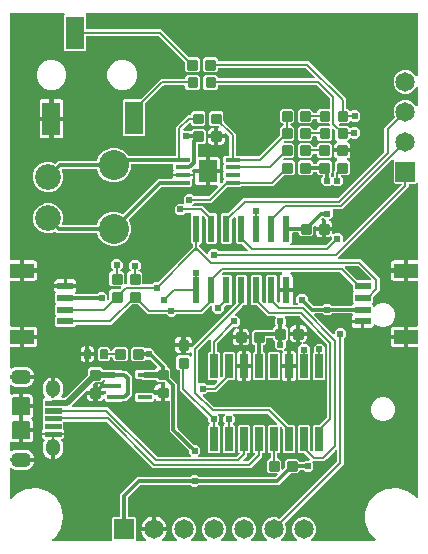
<source format=gbr>
G04 EAGLE Gerber RS-274X export*
G75*
%MOMM*%
%FSLAX34Y34*%
%LPD*%
%AMOC8*
5,1,8,0,0,1.08239X$1,22.5*%
G01*
%ADD10C,0.040638*%
%ADD11C,0.152400*%
%ADD12C,1.208000*%
%ADD13C,1.270000*%
%ADD14R,1.500000X2.800000*%
%ADD15R,0.660400X2.032000*%
%ADD16R,0.600000X2.200000*%
%ADD17R,1.200000X0.300000*%
%ADD18R,1.570000X1.890000*%
%ADD19R,1.200000X0.400000*%
%ADD20C,0.222250*%
%ADD21R,1.350000X0.600000*%
%ADD22R,2.000000X1.200000*%
%ADD23C,0.158750*%
%ADD24R,1.651000X1.651000*%
%ADD25C,1.651000*%
%ADD26C,2.184400*%
%ADD27C,2.540000*%
%ADD28C,0.203200*%
%ADD29C,0.609600*%
%ADD30C,0.304800*%
%ADD31C,0.508000*%

G36*
X90780Y5223D02*
X90780Y5223D01*
X90882Y5231D01*
X90910Y5243D01*
X90941Y5248D01*
X91033Y5292D01*
X91129Y5330D01*
X91152Y5350D01*
X91180Y5363D01*
X91255Y5433D01*
X91335Y5498D01*
X91352Y5524D01*
X91374Y5545D01*
X91425Y5634D01*
X91482Y5719D01*
X91488Y5743D01*
X91506Y5775D01*
X91564Y6035D01*
X91561Y6073D01*
X91566Y6096D01*
X91566Y23992D01*
X92608Y25034D01*
X97409Y25034D01*
X97511Y25049D01*
X97613Y25057D01*
X97641Y25069D01*
X97672Y25074D01*
X97764Y25118D01*
X97860Y25156D01*
X97883Y25176D01*
X97911Y25189D01*
X97986Y25259D01*
X98066Y25324D01*
X98083Y25350D01*
X98105Y25371D01*
X98156Y25460D01*
X98213Y25545D01*
X98219Y25569D01*
X98237Y25601D01*
X98295Y25861D01*
X98292Y25899D01*
X98297Y25922D01*
X98297Y44802D01*
X112678Y59183D01*
X157399Y59183D01*
X157419Y59186D01*
X157440Y59184D01*
X157551Y59206D01*
X157662Y59223D01*
X157680Y59232D01*
X157701Y59236D01*
X157740Y59260D01*
X157901Y59338D01*
X157983Y59415D01*
X158027Y59443D01*
X159291Y60707D01*
X163289Y60707D01*
X164553Y59443D01*
X164570Y59430D01*
X164583Y59414D01*
X164677Y59352D01*
X164767Y59285D01*
X164787Y59278D01*
X164804Y59267D01*
X164849Y59257D01*
X165018Y59198D01*
X165131Y59194D01*
X165181Y59183D01*
X229494Y59183D01*
X229515Y59186D01*
X229536Y59184D01*
X229646Y59206D01*
X229757Y59223D01*
X229776Y59232D01*
X229796Y59236D01*
X229835Y59260D01*
X229996Y59338D01*
X230079Y59415D01*
X230122Y59443D01*
X231353Y60674D01*
X231384Y60715D01*
X231422Y60751D01*
X231462Y60822D01*
X231511Y60888D01*
X231528Y60937D01*
X231553Y60981D01*
X231571Y61061D01*
X231598Y61139D01*
X231600Y61191D01*
X231611Y61241D01*
X231605Y61323D01*
X231607Y61405D01*
X231594Y61454D01*
X231590Y61506D01*
X231559Y61582D01*
X231538Y61661D01*
X231510Y61705D01*
X231491Y61753D01*
X231439Y61816D01*
X231395Y61885D01*
X231356Y61919D01*
X231323Y61959D01*
X231255Y62004D01*
X231192Y62057D01*
X231145Y62078D01*
X231102Y62106D01*
X231052Y62118D01*
X230948Y62162D01*
X230770Y62180D01*
X230725Y62190D01*
X223993Y62190D01*
X222300Y63883D01*
X222300Y72945D01*
X223993Y74638D01*
X224839Y74638D01*
X224941Y74653D01*
X225043Y74661D01*
X225071Y74673D01*
X225102Y74678D01*
X225194Y74722D01*
X225290Y74760D01*
X225313Y74780D01*
X225341Y74793D01*
X225416Y74863D01*
X225496Y74928D01*
X225513Y74954D01*
X225535Y74975D01*
X225586Y75064D01*
X225643Y75149D01*
X225649Y75173D01*
X225667Y75205D01*
X225725Y75465D01*
X225722Y75503D01*
X225727Y75526D01*
X225727Y78793D01*
X225712Y78895D01*
X225704Y78997D01*
X225692Y79025D01*
X225687Y79056D01*
X225643Y79148D01*
X225605Y79244D01*
X225585Y79267D01*
X225572Y79295D01*
X225502Y79370D01*
X225437Y79450D01*
X225411Y79467D01*
X225390Y79489D01*
X225301Y79540D01*
X225216Y79597D01*
X225192Y79603D01*
X225160Y79621D01*
X224900Y79679D01*
X224862Y79676D01*
X224839Y79681D01*
X224483Y79681D01*
X223441Y80723D01*
X223441Y102517D01*
X224483Y103559D01*
X230451Y103559D01*
X230501Y103566D01*
X230553Y103565D01*
X230632Y103586D01*
X230713Y103599D01*
X230760Y103621D01*
X230810Y103635D01*
X230879Y103679D01*
X230953Y103714D01*
X230990Y103749D01*
X231034Y103777D01*
X231087Y103840D01*
X231147Y103896D01*
X231173Y103940D01*
X231206Y103980D01*
X231238Y104055D01*
X231279Y104126D01*
X231290Y104177D01*
X231310Y104224D01*
X231319Y104306D01*
X231337Y104386D01*
X231332Y104437D01*
X231338Y104489D01*
X231322Y104569D01*
X231315Y104651D01*
X231296Y104699D01*
X231286Y104749D01*
X231258Y104793D01*
X231216Y104898D01*
X231103Y105037D01*
X231079Y105075D01*
X223639Y112515D01*
X223622Y112528D01*
X223608Y112544D01*
X223515Y112606D01*
X223425Y112673D01*
X223405Y112680D01*
X223387Y112691D01*
X223343Y112701D01*
X223174Y112760D01*
X223061Y112764D01*
X223010Y112775D01*
X194899Y112775D01*
X194848Y112768D01*
X194797Y112769D01*
X194717Y112748D01*
X194636Y112735D01*
X194590Y112713D01*
X194540Y112699D01*
X194471Y112655D01*
X194397Y112620D01*
X194359Y112585D01*
X194316Y112557D01*
X194263Y112494D01*
X194203Y112438D01*
X194177Y112394D01*
X194144Y112354D01*
X194111Y112279D01*
X194071Y112208D01*
X194060Y112157D01*
X194039Y112110D01*
X194031Y112028D01*
X194013Y111948D01*
X194017Y111897D01*
X194012Y111845D01*
X194028Y111765D01*
X194035Y111683D01*
X194054Y111635D01*
X194064Y111585D01*
X194092Y111541D01*
X194134Y111436D01*
X194247Y111297D01*
X194271Y111259D01*
X195327Y110203D01*
X195327Y106205D01*
X194197Y105075D01*
X194166Y105034D01*
X194129Y104998D01*
X194096Y104941D01*
X194073Y104914D01*
X194066Y104897D01*
X194039Y104861D01*
X194022Y104812D01*
X193997Y104768D01*
X193982Y104700D01*
X193969Y104670D01*
X193967Y104654D01*
X193952Y104610D01*
X193950Y104558D01*
X193939Y104508D01*
X193945Y104438D01*
X193941Y104405D01*
X193944Y104390D01*
X193943Y104344D01*
X193956Y104295D01*
X193961Y104243D01*
X193987Y104178D01*
X193993Y104145D01*
X194000Y104134D01*
X194013Y104088D01*
X194040Y104044D01*
X194060Y103996D01*
X194111Y103933D01*
X194155Y103864D01*
X194192Y103833D01*
X194201Y103819D01*
X194218Y103802D01*
X194227Y103790D01*
X194234Y103786D01*
X195503Y102517D01*
X195503Y80723D01*
X194461Y79681D01*
X186383Y79681D01*
X185341Y80723D01*
X185341Y102517D01*
X186420Y103596D01*
X186438Y103599D01*
X186484Y103621D01*
X186534Y103635D01*
X186603Y103679D01*
X186677Y103714D01*
X186715Y103749D01*
X186758Y103777D01*
X186811Y103840D01*
X186871Y103896D01*
X186897Y103940D01*
X186930Y103980D01*
X186963Y104055D01*
X187003Y104126D01*
X187014Y104177D01*
X187035Y104224D01*
X187043Y104306D01*
X187061Y104386D01*
X187057Y104437D01*
X187062Y104489D01*
X187046Y104569D01*
X187039Y104651D01*
X187020Y104699D01*
X187010Y104749D01*
X186982Y104793D01*
X186940Y104898D01*
X186827Y105037D01*
X186803Y105075D01*
X185673Y106205D01*
X185673Y110203D01*
X186729Y111259D01*
X186760Y111300D01*
X186797Y111336D01*
X186838Y111407D01*
X186887Y111473D01*
X186904Y111522D01*
X186929Y111566D01*
X186947Y111646D01*
X186974Y111724D01*
X186976Y111776D01*
X186987Y111826D01*
X186980Y111908D01*
X186983Y111990D01*
X186970Y112039D01*
X186965Y112091D01*
X186935Y112167D01*
X186913Y112246D01*
X186886Y112290D01*
X186866Y112338D01*
X186815Y112401D01*
X186771Y112470D01*
X186731Y112504D01*
X186699Y112544D01*
X186630Y112589D01*
X186568Y112642D01*
X186521Y112663D01*
X186478Y112691D01*
X186427Y112703D01*
X186324Y112747D01*
X186145Y112765D01*
X186101Y112775D01*
X182199Y112775D01*
X182148Y112768D01*
X182097Y112769D01*
X182017Y112748D01*
X181936Y112735D01*
X181890Y112713D01*
X181840Y112699D01*
X181771Y112655D01*
X181697Y112620D01*
X181659Y112585D01*
X181616Y112557D01*
X181563Y112494D01*
X181503Y112438D01*
X181477Y112394D01*
X181444Y112354D01*
X181411Y112279D01*
X181371Y112208D01*
X181360Y112157D01*
X181339Y112110D01*
X181331Y112028D01*
X181313Y111948D01*
X181317Y111897D01*
X181312Y111845D01*
X181328Y111765D01*
X181335Y111683D01*
X181354Y111635D01*
X181364Y111585D01*
X181392Y111541D01*
X181434Y111436D01*
X181547Y111297D01*
X181571Y111259D01*
X182373Y110457D01*
X182373Y106459D01*
X180989Y105075D01*
X180958Y105034D01*
X180921Y104998D01*
X180880Y104927D01*
X180831Y104861D01*
X180814Y104812D01*
X180789Y104768D01*
X180771Y104688D01*
X180744Y104610D01*
X180742Y104558D01*
X180731Y104508D01*
X180738Y104426D01*
X180735Y104344D01*
X180748Y104295D01*
X180753Y104243D01*
X180783Y104167D01*
X180805Y104088D01*
X180832Y104044D01*
X180852Y103996D01*
X180903Y103933D01*
X180947Y103864D01*
X180987Y103830D01*
X181019Y103790D01*
X181088Y103745D01*
X181150Y103692D01*
X181197Y103671D01*
X181240Y103643D01*
X181291Y103631D01*
X181394Y103587D01*
X181573Y103569D01*
X181617Y103559D01*
X181761Y103559D01*
X182803Y102517D01*
X182803Y80723D01*
X181761Y79681D01*
X173683Y79681D01*
X172641Y80723D01*
X172641Y102517D01*
X173720Y103596D01*
X173738Y103599D01*
X173784Y103621D01*
X173834Y103635D01*
X173903Y103679D01*
X173977Y103714D01*
X174015Y103749D01*
X174058Y103777D01*
X174111Y103840D01*
X174171Y103896D01*
X174197Y103940D01*
X174230Y103980D01*
X174263Y104055D01*
X174303Y104126D01*
X174314Y104177D01*
X174335Y104224D01*
X174343Y104306D01*
X174361Y104386D01*
X174357Y104437D01*
X174362Y104489D01*
X174346Y104569D01*
X174339Y104651D01*
X174320Y104699D01*
X174310Y104749D01*
X174282Y104793D01*
X174240Y104898D01*
X174127Y105037D01*
X174103Y105075D01*
X172719Y106459D01*
X172719Y108964D01*
X172716Y108985D01*
X172718Y109006D01*
X172696Y109116D01*
X172679Y109227D01*
X172670Y109246D01*
X172666Y109267D01*
X172642Y109305D01*
X172564Y109467D01*
X172487Y109549D01*
X172459Y109593D01*
X149097Y132954D01*
X149097Y148844D01*
X149082Y148946D01*
X149074Y149048D01*
X149062Y149076D01*
X149057Y149107D01*
X149013Y149199D01*
X148975Y149295D01*
X148955Y149318D01*
X148942Y149346D01*
X148872Y149421D01*
X148807Y149501D01*
X148781Y149518D01*
X148760Y149540D01*
X148671Y149591D01*
X148586Y149648D01*
X148562Y149654D01*
X148530Y149672D01*
X148270Y149730D01*
X148232Y149727D01*
X148209Y149732D01*
X147361Y149732D01*
X145668Y151425D01*
X145668Y160487D01*
X147361Y162180D01*
X156423Y162180D01*
X157233Y161370D01*
X157274Y161339D01*
X157310Y161301D01*
X157381Y161261D01*
X157447Y161212D01*
X157496Y161195D01*
X157540Y161169D01*
X157620Y161152D01*
X157698Y161125D01*
X157750Y161123D01*
X157800Y161112D01*
X157882Y161118D01*
X157964Y161115D01*
X158013Y161129D01*
X158065Y161133D01*
X158141Y161164D01*
X158220Y161185D01*
X158264Y161213D01*
X158312Y161232D01*
X158375Y161284D01*
X158444Y161328D01*
X158478Y161367D01*
X158518Y161400D01*
X158563Y161468D01*
X158616Y161531D01*
X158637Y161578D01*
X158665Y161621D01*
X158677Y161671D01*
X158721Y161775D01*
X158739Y161953D01*
X158749Y161998D01*
X158749Y164141D01*
X158739Y164209D01*
X158739Y164278D01*
X158719Y164340D01*
X158709Y164404D01*
X158680Y164466D01*
X158659Y164531D01*
X158622Y164585D01*
X158594Y164643D01*
X158547Y164694D01*
X158508Y164750D01*
X158457Y164790D01*
X158412Y164838D01*
X158353Y164872D01*
X158299Y164914D01*
X158238Y164937D01*
X158182Y164969D01*
X158115Y164984D01*
X158050Y165009D01*
X157986Y165013D01*
X157922Y165027D01*
X157854Y165022D01*
X157785Y165026D01*
X157742Y165013D01*
X157657Y165006D01*
X157430Y164915D01*
X157417Y164910D01*
X156635Y164459D01*
X155707Y164210D01*
X153669Y164210D01*
X153669Y169419D01*
X159257Y169419D01*
X159277Y169422D01*
X159298Y169420D01*
X159409Y169442D01*
X159519Y169459D01*
X159538Y169468D01*
X159559Y169472D01*
X159597Y169496D01*
X159759Y169574D01*
X159841Y169651D01*
X159885Y169679D01*
X195715Y205509D01*
X195728Y205526D01*
X195744Y205540D01*
X195806Y205633D01*
X195873Y205723D01*
X195880Y205743D01*
X195891Y205761D01*
X195901Y205805D01*
X195960Y205974D01*
X195964Y206087D01*
X195975Y206138D01*
X195975Y229319D01*
X197017Y230361D01*
X204491Y230361D01*
X205533Y229319D01*
X205533Y205845D01*
X204491Y204803D01*
X203282Y204803D01*
X203261Y204800D01*
X203240Y204802D01*
X203129Y204780D01*
X203019Y204763D01*
X203000Y204754D01*
X202979Y204750D01*
X202941Y204726D01*
X202779Y204648D01*
X202697Y204571D01*
X202653Y204543D01*
X201652Y203541D01*
X201651Y203541D01*
X195461Y197351D01*
X195431Y197310D01*
X195393Y197274D01*
X195352Y197203D01*
X195304Y197137D01*
X195287Y197088D01*
X195261Y197044D01*
X195243Y196964D01*
X195216Y196886D01*
X195215Y196834D01*
X195203Y196784D01*
X195210Y196702D01*
X195207Y196620D01*
X195221Y196571D01*
X195225Y196519D01*
X195255Y196443D01*
X195277Y196364D01*
X195305Y196320D01*
X195324Y196272D01*
X195376Y196209D01*
X195420Y196140D01*
X195459Y196106D01*
X195492Y196066D01*
X195560Y196021D01*
X195622Y195968D01*
X195670Y195947D01*
X195713Y195919D01*
X195763Y195907D01*
X195867Y195863D01*
X196045Y195845D01*
X196089Y195835D01*
X197071Y195835D01*
X199899Y193007D01*
X199899Y189009D01*
X196988Y186098D01*
X196957Y186057D01*
X196920Y186021D01*
X196879Y185950D01*
X196830Y185884D01*
X196813Y185835D01*
X196788Y185791D01*
X196770Y185711D01*
X196768Y185704D01*
X196764Y185714D01*
X196754Y185727D01*
X196748Y185744D01*
X196674Y185834D01*
X196605Y185926D01*
X196591Y185936D01*
X196580Y185950D01*
X196483Y186014D01*
X196390Y186082D01*
X196373Y186088D01*
X196359Y186097D01*
X196318Y186106D01*
X196138Y186167D01*
X196059Y186164D01*
X195982Y186181D01*
X194566Y186181D01*
X194545Y186178D01*
X194524Y186180D01*
X194414Y186158D01*
X194303Y186141D01*
X194284Y186132D01*
X194263Y186128D01*
X194225Y186104D01*
X194063Y186026D01*
X193981Y185949D01*
X193937Y185921D01*
X180777Y172761D01*
X180764Y172744D01*
X180748Y172730D01*
X180686Y172637D01*
X180619Y172547D01*
X180612Y172527D01*
X180601Y172509D01*
X180591Y172465D01*
X180532Y172296D01*
X180528Y172183D01*
X180517Y172132D01*
X180517Y165915D01*
X180532Y165813D01*
X180540Y165711D01*
X180552Y165683D01*
X180557Y165652D01*
X180601Y165560D01*
X180639Y165464D01*
X180659Y165441D01*
X180672Y165413D01*
X180742Y165338D01*
X180807Y165258D01*
X180833Y165241D01*
X180854Y165219D01*
X180943Y165168D01*
X181028Y165111D01*
X181052Y165105D01*
X181084Y165087D01*
X181344Y165029D01*
X181382Y165032D01*
X181405Y165027D01*
X181761Y165027D01*
X182803Y163985D01*
X182803Y144449D01*
X182810Y144398D01*
X182809Y144347D01*
X182830Y144268D01*
X182843Y144187D01*
X182865Y144140D01*
X182879Y144090D01*
X182923Y144021D01*
X182958Y143947D01*
X182994Y143910D01*
X183021Y143866D01*
X183084Y143813D01*
X183140Y143753D01*
X183184Y143727D01*
X183224Y143694D01*
X183299Y143662D01*
X183370Y143621D01*
X183421Y143610D01*
X183468Y143590D01*
X183550Y143581D01*
X183630Y143563D01*
X183681Y143568D01*
X183733Y143562D01*
X183813Y143578D01*
X183895Y143585D01*
X183943Y143604D01*
X183993Y143614D01*
X184037Y143642D01*
X184142Y143684D01*
X184281Y143797D01*
X184319Y143821D01*
X185081Y144583D01*
X185094Y144600D01*
X185110Y144614D01*
X185172Y144707D01*
X185239Y144797D01*
X185246Y144817D01*
X185257Y144835D01*
X185267Y144879D01*
X185326Y145049D01*
X185330Y145161D01*
X185341Y145212D01*
X185341Y163985D01*
X186383Y165027D01*
X194461Y165027D01*
X195503Y163985D01*
X195503Y142191D01*
X194461Y141149D01*
X189920Y141149D01*
X189899Y141146D01*
X189878Y141148D01*
X189768Y141126D01*
X189657Y141109D01*
X189638Y141100D01*
X189617Y141096D01*
X189579Y141072D01*
X189417Y140994D01*
X189335Y140917D01*
X189291Y140889D01*
X179720Y131317D01*
X172547Y131317D01*
X172527Y131314D01*
X172506Y131316D01*
X172395Y131294D01*
X172284Y131277D01*
X172266Y131268D01*
X172245Y131264D01*
X172206Y131240D01*
X172045Y131162D01*
X171963Y131085D01*
X171919Y131057D01*
X170147Y129285D01*
X168911Y129285D01*
X168861Y129278D01*
X168809Y129279D01*
X168730Y129258D01*
X168649Y129245D01*
X168602Y129223D01*
X168552Y129209D01*
X168483Y129165D01*
X168409Y129130D01*
X168372Y129095D01*
X168328Y129067D01*
X168275Y129004D01*
X168215Y128948D01*
X168189Y128904D01*
X168156Y128864D01*
X168124Y128789D01*
X168083Y128718D01*
X168072Y128667D01*
X168052Y128620D01*
X168043Y128538D01*
X168025Y128458D01*
X168030Y128407D01*
X168024Y128355D01*
X168040Y128275D01*
X168047Y128193D01*
X168066Y128145D01*
X168076Y128095D01*
X168104Y128051D01*
X168146Y127946D01*
X168259Y127807D01*
X168283Y127769D01*
X177427Y118625D01*
X177444Y118612D01*
X177458Y118596D01*
X177551Y118534D01*
X177641Y118467D01*
X177661Y118460D01*
X177679Y118449D01*
X177723Y118439D01*
X177892Y118380D01*
X178005Y118376D01*
X178056Y118365D01*
X225694Y118365D01*
X227591Y116467D01*
X240239Y103819D01*
X240256Y103806D01*
X240270Y103790D01*
X240363Y103728D01*
X240453Y103661D01*
X240473Y103654D01*
X240491Y103643D01*
X240535Y103633D01*
X240704Y103574D01*
X240817Y103570D01*
X240868Y103559D01*
X245261Y103559D01*
X246303Y102517D01*
X246303Y80723D01*
X245261Y79681D01*
X237183Y79681D01*
X236141Y80723D01*
X236141Y99644D01*
X236138Y99665D01*
X236140Y99686D01*
X236118Y99797D01*
X236101Y99907D01*
X236092Y99926D01*
X236088Y99947D01*
X236064Y99985D01*
X235986Y100147D01*
X235909Y100229D01*
X235881Y100273D01*
X235119Y101035D01*
X235078Y101065D01*
X235042Y101103D01*
X234971Y101144D01*
X234905Y101192D01*
X234856Y101209D01*
X234812Y101235D01*
X234732Y101253D01*
X234654Y101280D01*
X234602Y101281D01*
X234552Y101293D01*
X234470Y101286D01*
X234388Y101289D01*
X234339Y101275D01*
X234287Y101271D01*
X234211Y101241D01*
X234132Y101219D01*
X234088Y101191D01*
X234040Y101172D01*
X233977Y101120D01*
X233908Y101076D01*
X233874Y101037D01*
X233834Y101004D01*
X233789Y100936D01*
X233736Y100874D01*
X233715Y100826D01*
X233687Y100783D01*
X233675Y100733D01*
X233631Y100629D01*
X233613Y100451D01*
X233603Y100407D01*
X233603Y80723D01*
X232561Y79681D01*
X232205Y79681D01*
X232103Y79666D01*
X232001Y79658D01*
X231973Y79646D01*
X231942Y79641D01*
X231850Y79597D01*
X231754Y79559D01*
X231731Y79539D01*
X231703Y79526D01*
X231628Y79456D01*
X231548Y79391D01*
X231531Y79365D01*
X231509Y79344D01*
X231458Y79255D01*
X231401Y79170D01*
X231395Y79146D01*
X231377Y79114D01*
X231319Y78854D01*
X231322Y78816D01*
X231317Y78793D01*
X231317Y75526D01*
X231332Y75424D01*
X231340Y75322D01*
X231352Y75294D01*
X231357Y75263D01*
X231401Y75171D01*
X231439Y75075D01*
X231459Y75052D01*
X231472Y75024D01*
X231542Y74949D01*
X231607Y74869D01*
X231633Y74852D01*
X231654Y74830D01*
X231743Y74779D01*
X231828Y74722D01*
X231852Y74716D01*
X231884Y74698D01*
X232144Y74640D01*
X232182Y74643D01*
X232205Y74638D01*
X233055Y74638D01*
X234748Y72945D01*
X234748Y66213D01*
X234755Y66162D01*
X234754Y66110D01*
X234775Y66031D01*
X234788Y65950D01*
X234810Y65904D01*
X234824Y65854D01*
X234868Y65785D01*
X234903Y65711D01*
X234938Y65673D01*
X234966Y65630D01*
X235029Y65576D01*
X235085Y65516D01*
X235129Y65491D01*
X235169Y65457D01*
X235244Y65425D01*
X235315Y65385D01*
X235366Y65373D01*
X235413Y65353D01*
X235495Y65345D01*
X235575Y65327D01*
X235626Y65331D01*
X235678Y65326D01*
X235758Y65342D01*
X235840Y65348D01*
X235888Y65368D01*
X235938Y65378D01*
X235982Y65405D01*
X236087Y65447D01*
X236226Y65561D01*
X236264Y65585D01*
X237280Y66601D01*
X237293Y66618D01*
X237309Y66631D01*
X237371Y66725D01*
X237438Y66815D01*
X237445Y66835D01*
X237456Y66852D01*
X237466Y66897D01*
X237525Y67066D01*
X237529Y67179D01*
X237540Y67229D01*
X237540Y72945D01*
X239233Y74638D01*
X248295Y74638D01*
X249988Y72945D01*
X249988Y72605D01*
X250003Y72503D01*
X250011Y72401D01*
X250023Y72373D01*
X250028Y72342D01*
X250072Y72250D01*
X250110Y72154D01*
X250130Y72131D01*
X250143Y72103D01*
X250213Y72028D01*
X250278Y71948D01*
X250304Y71931D01*
X250325Y71909D01*
X250414Y71858D01*
X250499Y71801D01*
X250523Y71795D01*
X250555Y71777D01*
X250815Y71719D01*
X250853Y71722D01*
X250876Y71717D01*
X253245Y71717D01*
X253265Y71720D01*
X253286Y71718D01*
X253397Y71740D01*
X253508Y71757D01*
X253526Y71766D01*
X253547Y71770D01*
X253586Y71794D01*
X253747Y71872D01*
X253829Y71949D01*
X253873Y71977D01*
X255049Y73153D01*
X258063Y73153D01*
X258113Y73160D01*
X258165Y73159D01*
X258244Y73180D01*
X258325Y73193D01*
X258372Y73215D01*
X258422Y73229D01*
X258491Y73273D01*
X258565Y73308D01*
X258602Y73343D01*
X258646Y73371D01*
X258699Y73434D01*
X258759Y73490D01*
X258785Y73534D01*
X258818Y73574D01*
X258850Y73649D01*
X258891Y73720D01*
X258902Y73771D01*
X258922Y73818D01*
X258931Y73900D01*
X258949Y73980D01*
X258944Y74031D01*
X258950Y74083D01*
X258934Y74163D01*
X258927Y74245D01*
X258908Y74293D01*
X258898Y74343D01*
X258870Y74387D01*
X258828Y74492D01*
X258715Y74631D01*
X258691Y74669D01*
X253939Y79421D01*
X253922Y79434D01*
X253908Y79450D01*
X253815Y79512D01*
X253725Y79579D01*
X253705Y79586D01*
X253687Y79597D01*
X253643Y79607D01*
X253474Y79666D01*
X253361Y79670D01*
X253310Y79681D01*
X249883Y79681D01*
X248841Y80723D01*
X248841Y102517D01*
X249883Y103559D01*
X257961Y103559D01*
X259003Y102517D01*
X259003Y82630D01*
X259006Y82609D01*
X259004Y82588D01*
X259026Y82477D01*
X259043Y82367D01*
X259052Y82348D01*
X259056Y82327D01*
X259080Y82289D01*
X259158Y82127D01*
X259235Y82045D01*
X259263Y82001D01*
X260025Y81239D01*
X260066Y81209D01*
X260102Y81171D01*
X260173Y81130D01*
X260239Y81082D01*
X260288Y81065D01*
X260332Y81039D01*
X260412Y81021D01*
X260490Y80994D01*
X260542Y80993D01*
X260592Y80981D01*
X260674Y80988D01*
X260756Y80985D01*
X260805Y80999D01*
X260857Y81003D01*
X260933Y81033D01*
X261012Y81055D01*
X261056Y81083D01*
X261104Y81102D01*
X261167Y81154D01*
X261236Y81198D01*
X261270Y81237D01*
X261310Y81270D01*
X261355Y81338D01*
X261408Y81400D01*
X261429Y81448D01*
X261457Y81491D01*
X261469Y81541D01*
X261513Y81645D01*
X261531Y81823D01*
X261541Y81867D01*
X261541Y102517D01*
X262583Y103559D01*
X266878Y103559D01*
X266899Y103562D01*
X266920Y103560D01*
X267030Y103582D01*
X267141Y103599D01*
X267160Y103608D01*
X267181Y103612D01*
X267219Y103636D01*
X267381Y103714D01*
X267463Y103791D01*
X267507Y103819D01*
X273297Y109609D01*
X273310Y109626D01*
X273326Y109640D01*
X273388Y109733D01*
X273455Y109823D01*
X273462Y109843D01*
X273473Y109861D01*
X273483Y109905D01*
X273542Y110074D01*
X273546Y110187D01*
X273557Y110238D01*
X273557Y171448D01*
X273554Y171469D01*
X273556Y171490D01*
X273534Y171600D01*
X273517Y171711D01*
X273508Y171730D01*
X273504Y171751D01*
X273480Y171789D01*
X273402Y171951D01*
X273325Y172033D01*
X273297Y172077D01*
X250309Y195065D01*
X250292Y195078D01*
X250278Y195094D01*
X250185Y195156D01*
X250095Y195223D01*
X250075Y195230D01*
X250057Y195241D01*
X250013Y195251D01*
X249844Y195310D01*
X249731Y195314D01*
X249680Y195325D01*
X238587Y195325D01*
X238536Y195318D01*
X238485Y195319D01*
X238405Y195298D01*
X238324Y195285D01*
X238278Y195263D01*
X238228Y195249D01*
X238159Y195205D01*
X238085Y195170D01*
X238047Y195135D01*
X238004Y195107D01*
X237951Y195044D01*
X237891Y194988D01*
X237865Y194944D01*
X237832Y194904D01*
X237799Y194829D01*
X237759Y194758D01*
X237748Y194707D01*
X237727Y194660D01*
X237719Y194578D01*
X237701Y194498D01*
X237705Y194447D01*
X237700Y194395D01*
X237716Y194315D01*
X237723Y194233D01*
X237742Y194185D01*
X237752Y194135D01*
X237780Y194091D01*
X237822Y193986D01*
X237935Y193847D01*
X237959Y193809D01*
X238761Y193007D01*
X238761Y189009D01*
X238086Y188334D01*
X238056Y188293D01*
X238018Y188257D01*
X237977Y188186D01*
X237928Y188120D01*
X237911Y188071D01*
X237886Y188027D01*
X237868Y187947D01*
X237841Y187869D01*
X237839Y187817D01*
X237828Y187767D01*
X237835Y187685D01*
X237832Y187603D01*
X237845Y187554D01*
X237850Y187502D01*
X237880Y187426D01*
X237902Y187347D01*
X237929Y187303D01*
X237949Y187255D01*
X238000Y187192D01*
X238044Y187123D01*
X238084Y187089D01*
X238116Y187049D01*
X238185Y187004D01*
X238247Y186951D01*
X238294Y186930D01*
X238337Y186902D01*
X238388Y186890D01*
X238395Y186887D01*
X240158Y185125D01*
X240158Y176063D01*
X238653Y174559D01*
X238630Y174527D01*
X238629Y174526D01*
X238592Y174476D01*
X238526Y174398D01*
X238514Y174370D01*
X238496Y174345D01*
X238462Y174248D01*
X238422Y174153D01*
X238418Y174123D01*
X238408Y174094D01*
X238405Y173991D01*
X238394Y173889D01*
X238400Y173859D01*
X238399Y173828D01*
X238426Y173729D01*
X238446Y173628D01*
X238459Y173608D01*
X238469Y173572D01*
X238612Y173347D01*
X238641Y173323D01*
X238653Y173303D01*
X238761Y173195D01*
X238761Y169197D01*
X236869Y167305D01*
X236838Y167264D01*
X236801Y167228D01*
X236760Y167157D01*
X236711Y167091D01*
X236694Y167042D01*
X236669Y166998D01*
X236651Y166918D01*
X236624Y166840D01*
X236622Y166788D01*
X236611Y166738D01*
X236618Y166656D01*
X236615Y166574D01*
X236628Y166525D01*
X236633Y166473D01*
X236663Y166397D01*
X236685Y166318D01*
X236712Y166274D01*
X236732Y166226D01*
X236783Y166163D01*
X236827Y166094D01*
X236867Y166060D01*
X236899Y166020D01*
X236968Y165975D01*
X237030Y165922D01*
X237077Y165901D01*
X237120Y165873D01*
X237171Y165861D01*
X237274Y165817D01*
X237453Y165799D01*
X237497Y165789D01*
X239572Y165789D01*
X239572Y154738D01*
X235379Y154738D01*
X235379Y163583D01*
X235552Y164229D01*
X235887Y164808D01*
X235932Y164853D01*
X235962Y164894D01*
X236000Y164930D01*
X236041Y165001D01*
X236089Y165067D01*
X236106Y165116D01*
X236132Y165160D01*
X236150Y165240D01*
X236177Y165318D01*
X236179Y165369D01*
X236190Y165420D01*
X236183Y165502D01*
X236186Y165584D01*
X236172Y165633D01*
X236168Y165685D01*
X236138Y165761D01*
X236116Y165840D01*
X236089Y165883D01*
X236069Y165932D01*
X236017Y165995D01*
X235974Y166064D01*
X235934Y166098D01*
X235902Y166138D01*
X235833Y166183D01*
X235771Y166236D01*
X235724Y166257D01*
X235681Y166285D01*
X235630Y166297D01*
X235527Y166341D01*
X235348Y166359D01*
X235304Y166369D01*
X233363Y166369D01*
X233312Y166362D01*
X233260Y166363D01*
X233181Y166342D01*
X233100Y166329D01*
X233053Y166307D01*
X233004Y166293D01*
X232934Y166249D01*
X232861Y166214D01*
X232823Y166179D01*
X232779Y166151D01*
X232726Y166088D01*
X232666Y166032D01*
X232641Y165988D01*
X232607Y165948D01*
X232575Y165873D01*
X232534Y165802D01*
X232523Y165751D01*
X232503Y165704D01*
X232494Y165622D01*
X232476Y165542D01*
X232481Y165491D01*
X232475Y165439D01*
X232491Y165359D01*
X232498Y165277D01*
X232517Y165229D01*
X232527Y165179D01*
X232555Y165135D01*
X232597Y165030D01*
X232710Y164891D01*
X232735Y164853D01*
X233603Y163985D01*
X233603Y142191D01*
X232561Y141149D01*
X224483Y141149D01*
X223441Y142191D01*
X223441Y163985D01*
X224483Y165027D01*
X231133Y165027D01*
X231184Y165034D01*
X231235Y165033D01*
X231315Y165054D01*
X231396Y165067D01*
X231442Y165089D01*
X231492Y165103D01*
X231561Y165147D01*
X231635Y165182D01*
X231673Y165217D01*
X231716Y165245D01*
X231769Y165308D01*
X231829Y165364D01*
X231855Y165408D01*
X231888Y165448D01*
X231921Y165523D01*
X231961Y165594D01*
X231972Y165645D01*
X231993Y165692D01*
X232001Y165774D01*
X232019Y165854D01*
X232015Y165905D01*
X232020Y165957D01*
X232004Y166037D01*
X231997Y166119D01*
X231978Y166167D01*
X231968Y166217D01*
X231940Y166261D01*
X231898Y166366D01*
X231785Y166505D01*
X231761Y166543D01*
X229107Y169197D01*
X229107Y173195D01*
X229215Y173303D01*
X229275Y173385D01*
X229342Y173464D01*
X229354Y173492D01*
X229372Y173517D01*
X229406Y173614D01*
X229446Y173708D01*
X229450Y173739D01*
X229460Y173768D01*
X229463Y173870D01*
X229474Y173972D01*
X229468Y174003D01*
X229469Y174033D01*
X229442Y174132D01*
X229422Y174233D01*
X229409Y174253D01*
X229399Y174290D01*
X229256Y174514D01*
X229227Y174539D01*
X229215Y174559D01*
X227710Y176063D01*
X227710Y176403D01*
X227695Y176505D01*
X227687Y176607D01*
X227675Y176635D01*
X227670Y176666D01*
X227626Y176758D01*
X227588Y176854D01*
X227568Y176877D01*
X227555Y176905D01*
X227485Y176980D01*
X227420Y177060D01*
X227394Y177077D01*
X227373Y177099D01*
X227284Y177150D01*
X227199Y177207D01*
X227175Y177213D01*
X227143Y177231D01*
X226883Y177289D01*
X226845Y177286D01*
X226822Y177291D01*
X222926Y177291D01*
X222824Y177276D01*
X222722Y177268D01*
X222694Y177256D01*
X222663Y177251D01*
X222571Y177207D01*
X222475Y177169D01*
X222452Y177149D01*
X222424Y177136D01*
X222349Y177066D01*
X222269Y177001D01*
X222252Y176975D01*
X222230Y176954D01*
X222179Y176865D01*
X222122Y176780D01*
X222116Y176756D01*
X222098Y176724D01*
X222040Y176464D01*
X222043Y176426D01*
X222038Y176403D01*
X222038Y173065D01*
X220345Y171372D01*
X220005Y171372D01*
X219903Y171357D01*
X219801Y171349D01*
X219773Y171337D01*
X219742Y171332D01*
X219650Y171288D01*
X219554Y171250D01*
X219531Y171230D01*
X219503Y171217D01*
X219428Y171147D01*
X219348Y171082D01*
X219331Y171056D01*
X219309Y171035D01*
X219258Y170946D01*
X219201Y170861D01*
X219195Y170837D01*
X219177Y170805D01*
X219119Y170545D01*
X219122Y170507D01*
X219117Y170484D01*
X219117Y165915D01*
X219132Y165813D01*
X219140Y165711D01*
X219152Y165683D01*
X219157Y165652D01*
X219201Y165560D01*
X219239Y165464D01*
X219259Y165441D01*
X219272Y165413D01*
X219342Y165338D01*
X219407Y165258D01*
X219433Y165241D01*
X219454Y165219D01*
X219543Y165168D01*
X219628Y165111D01*
X219652Y165105D01*
X219684Y165087D01*
X219834Y165053D01*
X220903Y163985D01*
X220903Y142191D01*
X219861Y141149D01*
X211783Y141149D01*
X210741Y142191D01*
X210741Y163985D01*
X211805Y165049D01*
X211827Y165050D01*
X211855Y165062D01*
X211886Y165067D01*
X211978Y165111D01*
X212074Y165149D01*
X212097Y165169D01*
X212125Y165182D01*
X212200Y165252D01*
X212280Y165317D01*
X212297Y165343D01*
X212319Y165364D01*
X212370Y165453D01*
X212427Y165538D01*
X212433Y165562D01*
X212451Y165594D01*
X212509Y165854D01*
X212506Y165892D01*
X212511Y165915D01*
X212511Y170484D01*
X212496Y170586D01*
X212488Y170688D01*
X212476Y170716D01*
X212471Y170747D01*
X212427Y170839D01*
X212389Y170935D01*
X212369Y170958D01*
X212356Y170986D01*
X212286Y171061D01*
X212221Y171141D01*
X212195Y171158D01*
X212174Y171180D01*
X212085Y171231D01*
X212000Y171288D01*
X211976Y171294D01*
X211944Y171312D01*
X211684Y171370D01*
X211646Y171367D01*
X211623Y171372D01*
X211283Y171372D01*
X209590Y173065D01*
X209590Y182127D01*
X211283Y183820D01*
X216999Y183820D01*
X217020Y183823D01*
X217041Y183821D01*
X217151Y183843D01*
X217262Y183860D01*
X217281Y183869D01*
X217301Y183873D01*
X217339Y183897D01*
X226822Y183897D01*
X226924Y183912D01*
X227026Y183920D01*
X227054Y183932D01*
X227085Y183937D01*
X227177Y183981D01*
X227273Y184019D01*
X227296Y184039D01*
X227324Y184052D01*
X227399Y184122D01*
X227479Y184187D01*
X227496Y184213D01*
X227518Y184234D01*
X227569Y184323D01*
X227626Y184408D01*
X227632Y184432D01*
X227650Y184464D01*
X227708Y184724D01*
X227705Y184762D01*
X227710Y184785D01*
X227710Y185125D01*
X229466Y186881D01*
X229513Y186894D01*
X229582Y186938D01*
X229656Y186973D01*
X229694Y187008D01*
X229737Y187036D01*
X229790Y187099D01*
X229850Y187155D01*
X229876Y187199D01*
X229909Y187239D01*
X229942Y187314D01*
X229982Y187385D01*
X229993Y187436D01*
X230014Y187483D01*
X230022Y187565D01*
X230040Y187645D01*
X230036Y187696D01*
X230041Y187748D01*
X230025Y187828D01*
X230018Y187910D01*
X229999Y187958D01*
X229989Y188008D01*
X229961Y188052D01*
X229919Y188157D01*
X229806Y188296D01*
X229782Y188334D01*
X229107Y189009D01*
X229107Y193007D01*
X229909Y193809D01*
X229934Y193844D01*
X229945Y193854D01*
X229948Y193858D01*
X229977Y193886D01*
X230018Y193957D01*
X230067Y194023D01*
X230084Y194072D01*
X230109Y194116D01*
X230127Y194196D01*
X230154Y194274D01*
X230156Y194326D01*
X230167Y194376D01*
X230160Y194458D01*
X230163Y194540D01*
X230150Y194589D01*
X230145Y194641D01*
X230115Y194717D01*
X230093Y194796D01*
X230066Y194840D01*
X230046Y194888D01*
X229995Y194951D01*
X229951Y195020D01*
X229911Y195054D01*
X229879Y195094D01*
X229810Y195139D01*
X229748Y195192D01*
X229701Y195213D01*
X229658Y195241D01*
X229607Y195253D01*
X229504Y195297D01*
X229325Y195315D01*
X229281Y195325D01*
X223124Y195325D01*
X213907Y204543D01*
X213890Y204556D01*
X213876Y204572D01*
X213783Y204634D01*
X213693Y204701D01*
X213673Y204708D01*
X213655Y204719D01*
X213611Y204729D01*
X213442Y204788D01*
X213329Y204792D01*
X213278Y204803D01*
X209717Y204803D01*
X208675Y205845D01*
X208675Y229319D01*
X209717Y230361D01*
X217191Y230361D01*
X218233Y229319D01*
X218233Y208490D01*
X218236Y208469D01*
X218234Y208448D01*
X218256Y208338D01*
X218273Y208227D01*
X218282Y208208D01*
X218286Y208187D01*
X218310Y208149D01*
X218388Y207987D01*
X218465Y207905D01*
X218493Y207861D01*
X219859Y206495D01*
X219900Y206465D01*
X219936Y206427D01*
X220007Y206386D01*
X220073Y206338D01*
X220122Y206321D01*
X220166Y206295D01*
X220246Y206277D01*
X220324Y206250D01*
X220376Y206249D01*
X220426Y206237D01*
X220508Y206244D01*
X220590Y206241D01*
X220639Y206255D01*
X220691Y206259D01*
X220767Y206289D01*
X220846Y206311D01*
X220890Y206339D01*
X220938Y206358D01*
X221001Y206410D01*
X221070Y206454D01*
X221104Y206493D01*
X221144Y206526D01*
X221189Y206594D01*
X221242Y206656D01*
X221263Y206704D01*
X221291Y206747D01*
X221303Y206797D01*
X221347Y206901D01*
X221365Y207079D01*
X221375Y207123D01*
X221375Y229319D01*
X222417Y230361D01*
X229891Y230361D01*
X230933Y229319D01*
X230933Y208236D01*
X230936Y208215D01*
X230934Y208194D01*
X230956Y208083D01*
X230973Y207973D01*
X230982Y207954D01*
X230986Y207933D01*
X231010Y207895D01*
X231088Y207733D01*
X231165Y207651D01*
X231193Y207607D01*
X231797Y207003D01*
X231838Y206973D01*
X231874Y206935D01*
X231945Y206894D01*
X232011Y206846D01*
X232060Y206829D01*
X232104Y206803D01*
X232184Y206785D01*
X232262Y206758D01*
X232314Y206757D01*
X232364Y206745D01*
X232446Y206752D01*
X232528Y206749D01*
X232577Y206763D01*
X232629Y206767D01*
X232705Y206797D01*
X232784Y206819D01*
X232828Y206847D01*
X232876Y206866D01*
X232939Y206918D01*
X233008Y206962D01*
X233042Y207001D01*
X233082Y207034D01*
X233127Y207102D01*
X233180Y207164D01*
X233201Y207212D01*
X233229Y207255D01*
X233241Y207305D01*
X233285Y207409D01*
X233303Y207587D01*
X233313Y207631D01*
X233313Y216083D01*
X238243Y216083D01*
X238344Y216098D01*
X238447Y216106D01*
X238475Y216118D01*
X238506Y216122D01*
X238598Y216167D01*
X238693Y216205D01*
X238717Y216225D01*
X238745Y216238D01*
X238820Y216308D01*
X238851Y216334D01*
X238867Y216314D01*
X238893Y216297D01*
X238914Y216275D01*
X239003Y216224D01*
X239088Y216167D01*
X239112Y216161D01*
X239145Y216143D01*
X239404Y216085D01*
X239442Y216088D01*
X239465Y216083D01*
X244395Y216083D01*
X244395Y206248D01*
X244286Y205843D01*
X244277Y205758D01*
X244258Y205674D01*
X244262Y205626D01*
X244257Y205579D01*
X244273Y205495D01*
X244280Y205409D01*
X244298Y205365D01*
X244307Y205318D01*
X244347Y205242D01*
X244379Y205162D01*
X244409Y205125D01*
X244431Y205083D01*
X244492Y205023D01*
X244546Y204956D01*
X244586Y204930D01*
X244620Y204896D01*
X244696Y204856D01*
X244767Y204809D01*
X244802Y204801D01*
X244856Y204773D01*
X245117Y204725D01*
X245134Y204727D01*
X245144Y204725D01*
X247823Y204725D01*
X247874Y204732D01*
X247925Y204731D01*
X248005Y204752D01*
X248086Y204765D01*
X248132Y204787D01*
X248182Y204801D01*
X248251Y204845D01*
X248325Y204880D01*
X248363Y204915D01*
X248406Y204943D01*
X248459Y205006D01*
X248519Y205062D01*
X248545Y205106D01*
X248578Y205146D01*
X248611Y205221D01*
X248651Y205292D01*
X248662Y205343D01*
X248683Y205390D01*
X248691Y205472D01*
X248709Y205552D01*
X248705Y205603D01*
X248710Y205655D01*
X248694Y205735D01*
X248687Y205817D01*
X248668Y205865D01*
X248658Y205915D01*
X248630Y205959D01*
X248588Y206064D01*
X248475Y206203D01*
X248451Y206241D01*
X247395Y207297D01*
X247395Y211295D01*
X250223Y214123D01*
X254221Y214123D01*
X257049Y211295D01*
X257049Y209508D01*
X257052Y209487D01*
X257050Y209466D01*
X257070Y209364D01*
X257075Y209301D01*
X257083Y209282D01*
X257089Y209245D01*
X257098Y209226D01*
X257102Y209206D01*
X257126Y209167D01*
X257143Y209133D01*
X257174Y209055D01*
X257190Y209035D01*
X257204Y209006D01*
X257278Y208927D01*
X257283Y208921D01*
X257309Y208880D01*
X261626Y204563D01*
X261643Y204550D01*
X261656Y204534D01*
X261750Y204472D01*
X261840Y204405D01*
X261860Y204398D01*
X261877Y204387D01*
X261922Y204377D01*
X262091Y204318D01*
X262204Y204314D01*
X262254Y204303D01*
X269753Y204303D01*
X269773Y204306D01*
X269794Y204304D01*
X269905Y204326D01*
X270016Y204343D01*
X270034Y204352D01*
X270055Y204356D01*
X270094Y204380D01*
X270255Y204458D01*
X270337Y204535D01*
X270381Y204563D01*
X271559Y205741D01*
X275557Y205741D01*
X276735Y204563D01*
X276752Y204550D01*
X276765Y204534D01*
X276859Y204472D01*
X276949Y204405D01*
X276969Y204398D01*
X276986Y204387D01*
X277031Y204377D01*
X277200Y204318D01*
X277313Y204314D01*
X277363Y204303D01*
X294269Y204303D01*
X294290Y204306D01*
X294311Y204304D01*
X294421Y204326D01*
X294532Y204343D01*
X294551Y204352D01*
X294572Y204356D01*
X294610Y204380D01*
X294771Y204458D01*
X294854Y204535D01*
X294897Y204563D01*
X295706Y205372D01*
X295767Y205455D01*
X295834Y205533D01*
X295846Y205561D01*
X295864Y205586D01*
X295898Y205683D01*
X295938Y205777D01*
X295941Y205808D01*
X295951Y205837D01*
X295955Y205939D01*
X295966Y206042D01*
X295960Y206072D01*
X295961Y206103D01*
X295934Y206202D01*
X295914Y206302D01*
X295901Y206322D01*
X295891Y206359D01*
X295748Y206583D01*
X295719Y206608D01*
X295706Y206628D01*
X295071Y207263D01*
X295071Y214737D01*
X295706Y215372D01*
X295767Y215454D01*
X295834Y215533D01*
X295846Y215561D01*
X295864Y215586D01*
X295898Y215683D01*
X295938Y215777D01*
X295941Y215808D01*
X295951Y215837D01*
X295955Y215939D01*
X295966Y216042D01*
X295960Y216072D01*
X295961Y216103D01*
X295934Y216202D01*
X295914Y216302D01*
X295901Y216322D01*
X295891Y216359D01*
X295748Y216583D01*
X295719Y216608D01*
X295706Y216628D01*
X295071Y217263D01*
X295071Y221816D01*
X295068Y221837D01*
X295070Y221858D01*
X295048Y221968D01*
X295031Y222079D01*
X295022Y222098D01*
X295018Y222119D01*
X294994Y222157D01*
X294916Y222319D01*
X294839Y222401D01*
X294811Y222445D01*
X284853Y232403D01*
X284836Y232416D01*
X284822Y232432D01*
X284729Y232494D01*
X284639Y232561D01*
X284619Y232568D01*
X284601Y232579D01*
X284557Y232589D01*
X284388Y232648D01*
X284275Y232652D01*
X284224Y232663D01*
X243181Y232663D01*
X243147Y232658D01*
X243113Y232661D01*
X243016Y232638D01*
X242919Y232623D01*
X242888Y232608D01*
X242854Y232601D01*
X242768Y232551D01*
X242679Y232508D01*
X242654Y232484D01*
X242624Y232467D01*
X242558Y232394D01*
X242485Y232326D01*
X242468Y232296D01*
X242445Y232271D01*
X242402Y232181D01*
X242353Y232096D01*
X242346Y232062D01*
X242331Y232031D01*
X242317Y231933D01*
X242295Y231836D01*
X242298Y231802D01*
X242293Y231768D01*
X242309Y231670D01*
X242317Y231571D01*
X242330Y231539D01*
X242335Y231505D01*
X242379Y231416D01*
X242416Y231324D01*
X242438Y231298D01*
X242453Y231267D01*
X242492Y231231D01*
X242584Y231118D01*
X242698Y231041D01*
X242737Y231006D01*
X243414Y230615D01*
X243887Y230142D01*
X244222Y229563D01*
X244395Y228917D01*
X244395Y219081D01*
X239465Y219081D01*
X239364Y219066D01*
X239261Y219058D01*
X239233Y219046D01*
X239202Y219041D01*
X239110Y218997D01*
X239015Y218959D01*
X238991Y218939D01*
X238963Y218926D01*
X238888Y218856D01*
X238857Y218830D01*
X238841Y218850D01*
X238815Y218867D01*
X238794Y218889D01*
X238705Y218940D01*
X238620Y218997D01*
X238596Y219003D01*
X238563Y219021D01*
X238304Y219079D01*
X238266Y219076D01*
X238243Y219081D01*
X233313Y219081D01*
X233313Y228917D01*
X233486Y229563D01*
X233821Y230142D01*
X234294Y230615D01*
X234971Y231006D01*
X234998Y231027D01*
X235029Y231042D01*
X235101Y231110D01*
X235178Y231172D01*
X235198Y231200D01*
X235223Y231224D01*
X235272Y231310D01*
X235328Y231392D01*
X235338Y231425D01*
X235355Y231454D01*
X235376Y231551D01*
X235405Y231646D01*
X235405Y231680D01*
X235413Y231714D01*
X235405Y231813D01*
X235404Y231912D01*
X235394Y231945D01*
X235391Y231979D01*
X235354Y232071D01*
X235325Y232165D01*
X235305Y232193D01*
X235292Y232226D01*
X235230Y232303D01*
X235173Y232384D01*
X235146Y232405D01*
X235124Y232432D01*
X235042Y232487D01*
X234964Y232548D01*
X234932Y232560D01*
X234903Y232579D01*
X234852Y232591D01*
X234716Y232643D01*
X234578Y232652D01*
X234527Y232663D01*
X185930Y232663D01*
X185909Y232660D01*
X185888Y232662D01*
X185778Y232640D01*
X185667Y232623D01*
X185648Y232614D01*
X185627Y232610D01*
X185589Y232586D01*
X185427Y232508D01*
X185345Y232431D01*
X185301Y232403D01*
X184775Y231877D01*
X184745Y231836D01*
X184707Y231800D01*
X184666Y231729D01*
X184618Y231663D01*
X184601Y231614D01*
X184575Y231570D01*
X184557Y231490D01*
X184530Y231412D01*
X184529Y231360D01*
X184517Y231310D01*
X184524Y231228D01*
X184521Y231146D01*
X184535Y231097D01*
X184539Y231045D01*
X184569Y230969D01*
X184591Y230890D01*
X184619Y230846D01*
X184638Y230798D01*
X184690Y230735D01*
X184734Y230666D01*
X184773Y230632D01*
X184806Y230592D01*
X184874Y230547D01*
X184936Y230494D01*
X184984Y230473D01*
X185027Y230445D01*
X185077Y230433D01*
X185181Y230389D01*
X185359Y230371D01*
X185403Y230361D01*
X191791Y230361D01*
X192833Y229319D01*
X192833Y205845D01*
X191791Y204803D01*
X188296Y204803D01*
X188275Y204800D01*
X188254Y204802D01*
X188143Y204780D01*
X188033Y204763D01*
X188014Y204754D01*
X187993Y204750D01*
X187955Y204726D01*
X187793Y204648D01*
X187711Y204571D01*
X187667Y204543D01*
X186189Y203065D01*
X186176Y203048D01*
X186160Y203034D01*
X186098Y202941D01*
X186031Y202851D01*
X186024Y202831D01*
X186013Y202813D01*
X186003Y202769D01*
X185944Y202600D01*
X185941Y202504D01*
X185931Y202460D01*
X185932Y202450D01*
X185929Y202436D01*
X185929Y199931D01*
X183101Y197103D01*
X179103Y197103D01*
X176275Y199931D01*
X176275Y203453D01*
X176268Y203503D01*
X176269Y203555D01*
X176248Y203634D01*
X176235Y203715D01*
X176213Y203762D01*
X176199Y203812D01*
X176155Y203881D01*
X176120Y203955D01*
X176085Y203992D01*
X176057Y204036D01*
X175994Y204089D01*
X175938Y204149D01*
X175894Y204175D01*
X175854Y204208D01*
X175779Y204240D01*
X175708Y204281D01*
X175657Y204292D01*
X175610Y204312D01*
X175528Y204321D01*
X175448Y204339D01*
X175397Y204334D01*
X175345Y204340D01*
X175265Y204324D01*
X175183Y204317D01*
X175135Y204298D01*
X175085Y204288D01*
X175041Y204260D01*
X174936Y204218D01*
X174797Y204105D01*
X174759Y204081D01*
X167782Y197103D01*
X145877Y197103D01*
X145857Y197100D01*
X145836Y197102D01*
X145725Y197080D01*
X145614Y197063D01*
X145596Y197054D01*
X145575Y197050D01*
X145536Y197026D01*
X145375Y196948D01*
X145293Y196871D01*
X145249Y196843D01*
X143477Y195071D01*
X139479Y195071D01*
X137707Y196843D01*
X137690Y196856D01*
X137677Y196872D01*
X137583Y196934D01*
X137493Y197001D01*
X137473Y197008D01*
X137456Y197019D01*
X137411Y197029D01*
X137242Y197088D01*
X137129Y197092D01*
X137079Y197103D01*
X121360Y197103D01*
X113188Y205276D01*
X113171Y205289D01*
X113157Y205305D01*
X113064Y205367D01*
X112974Y205434D01*
X112954Y205441D01*
X112936Y205452D01*
X112892Y205462D01*
X112723Y205521D01*
X112610Y205525D01*
X112559Y205536D01*
X108753Y205536D01*
X108732Y205533D01*
X108711Y205535D01*
X108601Y205513D01*
X108490Y205496D01*
X108471Y205487D01*
X108450Y205483D01*
X108412Y205459D01*
X108250Y205381D01*
X108168Y205304D01*
X108124Y205276D01*
X91054Y188205D01*
X61417Y188205D01*
X61315Y188190D01*
X61213Y188182D01*
X61185Y188170D01*
X61154Y188165D01*
X61062Y188121D01*
X60966Y188083D01*
X60943Y188063D01*
X60915Y188050D01*
X60840Y187980D01*
X60760Y187915D01*
X60743Y187889D01*
X60721Y187868D01*
X60670Y187779D01*
X60613Y187694D01*
X60607Y187670D01*
X60589Y187638D01*
X60531Y187378D01*
X60532Y187365D01*
X60531Y187360D01*
X60533Y187335D01*
X60529Y187317D01*
X60529Y187263D01*
X59487Y186221D01*
X44513Y186221D01*
X43471Y187263D01*
X43471Y194737D01*
X44106Y195372D01*
X44167Y195455D01*
X44234Y195533D01*
X44246Y195561D01*
X44264Y195586D01*
X44298Y195683D01*
X44338Y195777D01*
X44341Y195808D01*
X44351Y195837D01*
X44355Y195940D01*
X44366Y196042D01*
X44360Y196072D01*
X44361Y196103D01*
X44334Y196202D01*
X44314Y196302D01*
X44301Y196323D01*
X44291Y196359D01*
X44148Y196583D01*
X44119Y196608D01*
X44106Y196628D01*
X43471Y197263D01*
X43471Y204737D01*
X44106Y205372D01*
X44167Y205455D01*
X44234Y205533D01*
X44246Y205561D01*
X44264Y205586D01*
X44298Y205683D01*
X44338Y205777D01*
X44341Y205808D01*
X44351Y205837D01*
X44355Y205940D01*
X44366Y206042D01*
X44360Y206072D01*
X44361Y206103D01*
X44334Y206202D01*
X44314Y206302D01*
X44301Y206323D01*
X44291Y206359D01*
X44148Y206583D01*
X44119Y206608D01*
X44106Y206628D01*
X43471Y207263D01*
X43471Y214737D01*
X43568Y214833D01*
X43629Y214916D01*
X43695Y214994D01*
X43707Y215022D01*
X43725Y215047D01*
X43759Y215144D01*
X43799Y215238D01*
X43803Y215269D01*
X43813Y215298D01*
X43816Y215401D01*
X43827Y215503D01*
X43821Y215533D01*
X43822Y215564D01*
X43795Y215663D01*
X43775Y215764D01*
X43762Y215784D01*
X43752Y215820D01*
X43609Y216045D01*
X43580Y216069D01*
X43568Y216089D01*
X43217Y216440D01*
X42882Y217019D01*
X42709Y217665D01*
X42709Y219501D01*
X51389Y219501D01*
X51490Y219516D01*
X51593Y219524D01*
X51621Y219536D01*
X51652Y219540D01*
X51744Y219585D01*
X51839Y219623D01*
X51863Y219643D01*
X51891Y219656D01*
X51966Y219726D01*
X51997Y219752D01*
X52013Y219732D01*
X52039Y219715D01*
X52060Y219693D01*
X52149Y219642D01*
X52234Y219585D01*
X52258Y219579D01*
X52291Y219561D01*
X52550Y219503D01*
X52588Y219506D01*
X52611Y219501D01*
X61291Y219501D01*
X61291Y217665D01*
X61118Y217019D01*
X60783Y216440D01*
X60432Y216089D01*
X60372Y216007D01*
X60305Y215928D01*
X60293Y215900D01*
X60275Y215875D01*
X60241Y215778D01*
X60201Y215684D01*
X60197Y215653D01*
X60187Y215624D01*
X60184Y215522D01*
X60173Y215420D01*
X60179Y215389D01*
X60178Y215359D01*
X60205Y215260D01*
X60225Y215159D01*
X60238Y215139D01*
X60248Y215102D01*
X60391Y214878D01*
X60420Y214853D01*
X60432Y214833D01*
X60703Y214563D01*
X60719Y214550D01*
X60733Y214534D01*
X60826Y214472D01*
X60917Y214405D01*
X60936Y214398D01*
X60954Y214387D01*
X60998Y214377D01*
X61168Y214318D01*
X61280Y214314D01*
X61331Y214303D01*
X78839Y214303D01*
X78859Y214306D01*
X78880Y214304D01*
X78991Y214326D01*
X79102Y214343D01*
X79120Y214352D01*
X79141Y214356D01*
X79180Y214380D01*
X79341Y214458D01*
X79423Y214535D01*
X79467Y214563D01*
X80551Y215647D01*
X84549Y215647D01*
X87377Y212819D01*
X87377Y209817D01*
X87384Y209766D01*
X87383Y209715D01*
X87404Y209636D01*
X87417Y209555D01*
X87439Y209508D01*
X87453Y209458D01*
X87497Y209389D01*
X87532Y209315D01*
X87568Y209277D01*
X87595Y209234D01*
X87658Y209181D01*
X87714Y209121D01*
X87759Y209095D01*
X87798Y209062D01*
X87873Y209030D01*
X87944Y208989D01*
X87995Y208978D01*
X88043Y208958D01*
X88124Y208949D01*
X88204Y208931D01*
X88256Y208936D01*
X88307Y208930D01*
X88387Y208946D01*
X88469Y208953D01*
X88517Y208972D01*
X88568Y208982D01*
X88611Y209010D01*
X88716Y209052D01*
X88855Y209165D01*
X88893Y209190D01*
X88932Y209229D01*
X88945Y209245D01*
X88961Y209259D01*
X89023Y209352D01*
X89090Y209443D01*
X89097Y209462D01*
X89108Y209480D01*
X89118Y209524D01*
X89177Y209694D01*
X89181Y209806D01*
X89192Y209857D01*
X89192Y216291D01*
X90885Y217984D01*
X97319Y217984D01*
X97340Y217987D01*
X97361Y217985D01*
X97471Y218007D01*
X97582Y218024D01*
X97601Y218033D01*
X97622Y218037D01*
X97660Y218061D01*
X97822Y218139D01*
X97904Y218216D01*
X97948Y218244D01*
X98964Y219260D01*
X98994Y219301D01*
X99032Y219337D01*
X99073Y219408D01*
X99121Y219474D01*
X99138Y219523D01*
X99164Y219567D01*
X99182Y219647D01*
X99209Y219725D01*
X99210Y219777D01*
X99222Y219827D01*
X99215Y219909D01*
X99218Y219991D01*
X99204Y220040D01*
X99200Y220092D01*
X99170Y220168D01*
X99148Y220247D01*
X99120Y220291D01*
X99101Y220339D01*
X99049Y220402D01*
X99005Y220471D01*
X98966Y220505D01*
X98933Y220545D01*
X98865Y220590D01*
X98803Y220643D01*
X98755Y220664D01*
X98712Y220692D01*
X98662Y220704D01*
X98558Y220748D01*
X98380Y220766D01*
X98336Y220776D01*
X90885Y220776D01*
X89192Y222469D01*
X89192Y231531D01*
X90885Y233224D01*
X91733Y233224D01*
X91835Y233239D01*
X91937Y233247D01*
X91965Y233259D01*
X91996Y233264D01*
X92088Y233308D01*
X92184Y233346D01*
X92207Y233366D01*
X92235Y233379D01*
X92310Y233449D01*
X92390Y233514D01*
X92407Y233540D01*
X92429Y233561D01*
X92480Y233650D01*
X92537Y233735D01*
X92543Y233759D01*
X92561Y233791D01*
X92619Y234051D01*
X92616Y234089D01*
X92621Y234112D01*
X92621Y234449D01*
X92618Y234469D01*
X92620Y234490D01*
X92598Y234601D01*
X92581Y234712D01*
X92572Y234730D01*
X92568Y234751D01*
X92544Y234790D01*
X92466Y234951D01*
X92389Y235033D01*
X92361Y235077D01*
X90677Y236761D01*
X90677Y240759D01*
X93505Y243587D01*
X97503Y243587D01*
X100331Y240759D01*
X100331Y236761D01*
X98471Y234901D01*
X98458Y234884D01*
X98442Y234871D01*
X98380Y234777D01*
X98313Y234687D01*
X98306Y234667D01*
X98295Y234650D01*
X98285Y234605D01*
X98226Y234436D01*
X98222Y234323D01*
X98211Y234273D01*
X98211Y234112D01*
X98226Y234010D01*
X98234Y233908D01*
X98246Y233880D01*
X98251Y233849D01*
X98295Y233757D01*
X98333Y233661D01*
X98353Y233638D01*
X98366Y233610D01*
X98436Y233535D01*
X98501Y233455D01*
X98527Y233438D01*
X98548Y233416D01*
X98637Y233365D01*
X98722Y233308D01*
X98746Y233302D01*
X98778Y233284D01*
X99038Y233226D01*
X99076Y233229D01*
X99099Y233224D01*
X99947Y233224D01*
X101640Y231531D01*
X101640Y223139D01*
X101655Y223037D01*
X101663Y222935D01*
X101675Y222907D01*
X101680Y222876D01*
X101724Y222784D01*
X101762Y222688D01*
X101782Y222665D01*
X101795Y222637D01*
X101865Y222562D01*
X101930Y222482D01*
X101956Y222465D01*
X101977Y222443D01*
X102066Y222392D01*
X102151Y222335D01*
X102175Y222329D01*
X102207Y222311D01*
X102467Y222253D01*
X102505Y222256D01*
X102528Y222251D01*
X103544Y222251D01*
X103646Y222266D01*
X103748Y222274D01*
X103776Y222286D01*
X103807Y222291D01*
X103899Y222335D01*
X103995Y222373D01*
X104018Y222393D01*
X104046Y222406D01*
X104121Y222476D01*
X104201Y222541D01*
X104218Y222567D01*
X104240Y222588D01*
X104291Y222677D01*
X104348Y222762D01*
X104354Y222786D01*
X104372Y222818D01*
X104430Y223078D01*
X104427Y223116D01*
X104432Y223139D01*
X104432Y231531D01*
X106125Y233224D01*
X106802Y233224D01*
X106853Y233231D01*
X106904Y233230D01*
X106984Y233251D01*
X107065Y233264D01*
X107111Y233286D01*
X107161Y233300D01*
X107230Y233344D01*
X107304Y233379D01*
X107342Y233414D01*
X107385Y233442D01*
X107438Y233505D01*
X107498Y233561D01*
X107524Y233605D01*
X107557Y233645D01*
X107590Y233720D01*
X107630Y233791D01*
X107641Y233842D01*
X107662Y233889D01*
X107670Y233971D01*
X107688Y234051D01*
X107684Y234102D01*
X107689Y234154D01*
X107673Y234234D01*
X107666Y234316D01*
X107647Y234364D01*
X107637Y234414D01*
X107609Y234458D01*
X107567Y234563D01*
X107454Y234702D01*
X107430Y234740D01*
X105917Y236253D01*
X105917Y240251D01*
X108745Y243079D01*
X112743Y243079D01*
X115571Y240251D01*
X115571Y236253D01*
X114058Y234740D01*
X114027Y234699D01*
X113990Y234663D01*
X113949Y234592D01*
X113900Y234526D01*
X113883Y234477D01*
X113858Y234433D01*
X113840Y234353D01*
X113813Y234275D01*
X113811Y234223D01*
X113800Y234173D01*
X113807Y234091D01*
X113804Y234009D01*
X113817Y233960D01*
X113822Y233908D01*
X113852Y233832D01*
X113874Y233753D01*
X113901Y233709D01*
X113921Y233661D01*
X113972Y233598D01*
X114016Y233529D01*
X114056Y233495D01*
X114088Y233455D01*
X114157Y233410D01*
X114219Y233357D01*
X114266Y233336D01*
X114309Y233308D01*
X114360Y233296D01*
X114463Y233252D01*
X114642Y233234D01*
X114686Y233224D01*
X115187Y233224D01*
X116880Y231531D01*
X116880Y223139D01*
X116895Y223037D01*
X116903Y222935D01*
X116915Y222907D01*
X116920Y222876D01*
X116964Y222784D01*
X117002Y222688D01*
X117022Y222665D01*
X117035Y222637D01*
X117105Y222562D01*
X117170Y222482D01*
X117196Y222465D01*
X117217Y222443D01*
X117306Y222392D01*
X117391Y222335D01*
X117415Y222329D01*
X117447Y222311D01*
X117707Y222253D01*
X117745Y222256D01*
X117768Y222251D01*
X124887Y222251D01*
X124908Y222254D01*
X124928Y222252D01*
X125039Y222274D01*
X125150Y222291D01*
X125168Y222300D01*
X125189Y222304D01*
X125228Y222328D01*
X125389Y222406D01*
X125471Y222483D01*
X125515Y222511D01*
X127287Y224283D01*
X129792Y224283D01*
X129813Y224286D01*
X129834Y224284D01*
X129944Y224306D01*
X130055Y224323D01*
X130074Y224332D01*
X130095Y224336D01*
X130133Y224360D01*
X130295Y224438D01*
X130377Y224515D01*
X130421Y224543D01*
X159599Y253721D01*
X159612Y253738D01*
X159628Y253752D01*
X159690Y253845D01*
X159757Y253935D01*
X159764Y253955D01*
X159775Y253973D01*
X159785Y254017D01*
X159844Y254186D01*
X159848Y254299D01*
X159859Y254350D01*
X159859Y255915D01*
X159844Y256017D01*
X159836Y256119D01*
X159824Y256147D01*
X159819Y256178D01*
X159775Y256270D01*
X159737Y256366D01*
X159717Y256389D01*
X159704Y256417D01*
X159634Y256492D01*
X159569Y256572D01*
X159543Y256589D01*
X159522Y256611D01*
X159433Y256662D01*
X159348Y256719D01*
X159324Y256725D01*
X159292Y256743D01*
X159032Y256801D01*
X158994Y256798D01*
X158971Y256803D01*
X158917Y256803D01*
X157875Y257845D01*
X157875Y281319D01*
X157995Y281439D01*
X158026Y281480D01*
X158064Y281516D01*
X158105Y281587D01*
X158153Y281653D01*
X158170Y281702D01*
X158196Y281746D01*
X158214Y281826D01*
X158241Y281904D01*
X158242Y281956D01*
X158254Y282006D01*
X158247Y282088D01*
X158250Y282170D01*
X158236Y282219D01*
X158232Y282271D01*
X158201Y282347D01*
X158180Y282426D01*
X158152Y282470D01*
X158133Y282518D01*
X158081Y282581D01*
X158037Y282650D01*
X157998Y282684D01*
X157965Y282724D01*
X157897Y282769D01*
X157835Y282822D01*
X157787Y282843D01*
X157744Y282871D01*
X157694Y282883D01*
X157590Y282927D01*
X157412Y282945D01*
X157367Y282955D01*
X153751Y282955D01*
X153731Y282952D01*
X153710Y282954D01*
X153599Y282932D01*
X153488Y282915D01*
X153470Y282906D01*
X153449Y282902D01*
X153410Y282878D01*
X153249Y282800D01*
X153167Y282723D01*
X153123Y282695D01*
X151351Y280923D01*
X147353Y280923D01*
X144525Y283751D01*
X144525Y287749D01*
X147353Y290577D01*
X151557Y290577D01*
X151608Y290584D01*
X151659Y290583D01*
X151739Y290604D01*
X151820Y290617D01*
X151866Y290639D01*
X151916Y290653D01*
X151985Y290697D01*
X152059Y290732D01*
X152097Y290768D01*
X152140Y290795D01*
X152193Y290858D01*
X152253Y290914D01*
X152279Y290958D01*
X152312Y290998D01*
X152345Y291073D01*
X152385Y291144D01*
X152396Y291195D01*
X152417Y291242D01*
X152425Y291324D01*
X152443Y291404D01*
X152439Y291455D01*
X152444Y291507D01*
X152428Y291587D01*
X152421Y291669D01*
X152402Y291717D01*
X152392Y291767D01*
X152364Y291811D01*
X152322Y291916D01*
X152209Y292055D01*
X152185Y292093D01*
X152145Y292133D01*
X152145Y296131D01*
X154973Y298959D01*
X158971Y298959D01*
X160743Y297187D01*
X160760Y297174D01*
X160773Y297158D01*
X160867Y297096D01*
X160957Y297029D01*
X160977Y297022D01*
X160994Y297011D01*
X161039Y297001D01*
X161208Y296942D01*
X161321Y296938D01*
X161371Y296927D01*
X172718Y296927D01*
X172739Y296930D01*
X172760Y296928D01*
X172870Y296950D01*
X172981Y296967D01*
X173000Y296976D01*
X173021Y296980D01*
X173059Y297004D01*
X173221Y297082D01*
X173303Y297159D01*
X173347Y297187D01*
X180745Y304585D01*
X180775Y304626D01*
X180813Y304662D01*
X180854Y304733D01*
X180902Y304799D01*
X180919Y304848D01*
X180945Y304892D01*
X180963Y304972D01*
X180990Y305050D01*
X180991Y305102D01*
X181003Y305152D01*
X180996Y305234D01*
X180999Y305316D01*
X180985Y305365D01*
X180981Y305417D01*
X180951Y305493D01*
X180929Y305572D01*
X180901Y305616D01*
X180882Y305664D01*
X180830Y305727D01*
X180786Y305796D01*
X180747Y305830D01*
X180714Y305870D01*
X180646Y305915D01*
X180584Y305968D01*
X180536Y305989D01*
X180493Y306017D01*
X180443Y306029D01*
X180339Y306073D01*
X180161Y306091D01*
X180117Y306101D01*
X174135Y306101D01*
X174135Y316315D01*
X182749Y316315D01*
X182749Y308733D01*
X182756Y308682D01*
X182755Y308631D01*
X182776Y308552D01*
X182789Y308471D01*
X182811Y308424D01*
X182825Y308374D01*
X182869Y308305D01*
X182904Y308231D01*
X182939Y308194D01*
X182967Y308150D01*
X183030Y308097D01*
X183086Y308037D01*
X183130Y308011D01*
X183170Y307978D01*
X183245Y307946D01*
X183316Y307905D01*
X183367Y307894D01*
X183414Y307874D01*
X183496Y307865D01*
X183576Y307847D01*
X183627Y307852D01*
X183679Y307846D01*
X183759Y307862D01*
X183841Y307869D01*
X183889Y307888D01*
X183939Y307898D01*
X183983Y307926D01*
X184088Y307968D01*
X184227Y308081D01*
X184265Y308105D01*
X185449Y309289D01*
X185462Y309306D01*
X185478Y309320D01*
X185540Y309413D01*
X185607Y309503D01*
X185614Y309523D01*
X185625Y309541D01*
X185635Y309585D01*
X185694Y309755D01*
X185698Y309867D01*
X185709Y309918D01*
X185709Y310569D01*
X186094Y310954D01*
X186155Y311036D01*
X186222Y311115D01*
X186234Y311143D01*
X186252Y311168D01*
X186286Y311265D01*
X186326Y311359D01*
X186329Y311390D01*
X186339Y311419D01*
X186343Y311521D01*
X186354Y311624D01*
X186348Y311654D01*
X186349Y311685D01*
X186322Y311784D01*
X186302Y311884D01*
X186289Y311904D01*
X186279Y311941D01*
X186136Y312165D01*
X186107Y312190D01*
X186094Y312210D01*
X185709Y312595D01*
X185709Y317069D01*
X186094Y317454D01*
X186155Y317537D01*
X186222Y317615D01*
X186234Y317643D01*
X186252Y317668D01*
X186286Y317765D01*
X186326Y317859D01*
X186329Y317890D01*
X186339Y317919D01*
X186343Y318022D01*
X186354Y318124D01*
X186348Y318154D01*
X186349Y318185D01*
X186322Y318284D01*
X186302Y318384D01*
X186289Y318405D01*
X186279Y318441D01*
X186136Y318665D01*
X186107Y318690D01*
X186094Y318710D01*
X185709Y319095D01*
X185709Y323569D01*
X186094Y323954D01*
X186155Y324037D01*
X186222Y324115D01*
X186234Y324143D01*
X186252Y324168D01*
X186286Y324265D01*
X186326Y324359D01*
X186329Y324390D01*
X186339Y324419D01*
X186343Y324522D01*
X186354Y324624D01*
X186348Y324654D01*
X186349Y324685D01*
X186322Y324784D01*
X186302Y324884D01*
X186289Y324905D01*
X186279Y324941D01*
X186136Y325165D01*
X186107Y325190D01*
X186094Y325210D01*
X185709Y325595D01*
X185709Y330069D01*
X186751Y331111D01*
X189805Y331111D01*
X189907Y331126D01*
X190009Y331134D01*
X190037Y331146D01*
X190068Y331151D01*
X190160Y331195D01*
X190256Y331233D01*
X190279Y331253D01*
X190307Y331266D01*
X190382Y331336D01*
X190462Y331401D01*
X190479Y331427D01*
X190501Y331448D01*
X190552Y331537D01*
X190609Y331622D01*
X190615Y331646D01*
X190633Y331678D01*
X190691Y331938D01*
X190688Y331976D01*
X190693Y331999D01*
X190693Y347276D01*
X190690Y347297D01*
X190692Y347318D01*
X190670Y347428D01*
X190653Y347539D01*
X190644Y347558D01*
X190640Y347579D01*
X190616Y347617D01*
X190538Y347779D01*
X190461Y347861D01*
X190433Y347905D01*
X188166Y350172D01*
X188125Y350202D01*
X188089Y350240D01*
X188018Y350281D01*
X187952Y350329D01*
X187903Y350346D01*
X187859Y350372D01*
X187779Y350390D01*
X187701Y350417D01*
X187649Y350418D01*
X187599Y350430D01*
X187517Y350423D01*
X187435Y350426D01*
X187386Y350412D01*
X187334Y350408D01*
X187258Y350378D01*
X187179Y350356D01*
X187135Y350328D01*
X187087Y350309D01*
X187024Y350257D01*
X186955Y350213D01*
X186921Y350174D01*
X186881Y350141D01*
X186836Y350073D01*
X186783Y350011D01*
X186762Y349963D01*
X186734Y349920D01*
X186722Y349870D01*
X186678Y349766D01*
X186660Y349588D01*
X186650Y349544D01*
X186650Y349453D01*
X181441Y349453D01*
X181441Y354662D01*
X181532Y354662D01*
X181582Y354669D01*
X181634Y354668D01*
X181713Y354689D01*
X181794Y354702D01*
X181841Y354724D01*
X181891Y354738D01*
X181960Y354782D01*
X182034Y354817D01*
X182071Y354852D01*
X182115Y354880D01*
X182168Y354943D01*
X182228Y354999D01*
X182254Y355043D01*
X182287Y355083D01*
X182319Y355158D01*
X182360Y355229D01*
X182371Y355280D01*
X182391Y355327D01*
X182400Y355409D01*
X182418Y355489D01*
X182413Y355540D01*
X182419Y355592D01*
X182403Y355672D01*
X182396Y355754D01*
X182377Y355802D01*
X182367Y355852D01*
X182339Y355896D01*
X182297Y356001D01*
X182184Y356140D01*
X182160Y356178D01*
X182110Y356228D01*
X182093Y356241D01*
X182079Y356257D01*
X181986Y356319D01*
X181896Y356386D01*
X181876Y356393D01*
X181858Y356404D01*
X181814Y356414D01*
X181645Y356473D01*
X181532Y356477D01*
X181481Y356488D01*
X175047Y356488D01*
X173354Y358181D01*
X173354Y367243D01*
X175047Y368936D01*
X184109Y368936D01*
X185802Y367243D01*
X185802Y360809D01*
X185805Y360788D01*
X185803Y360767D01*
X185825Y360656D01*
X185842Y360546D01*
X185851Y360527D01*
X185855Y360506D01*
X185879Y360468D01*
X185957Y360306D01*
X186034Y360224D01*
X186062Y360180D01*
X196283Y349960D01*
X196283Y331999D01*
X196298Y331897D01*
X196306Y331795D01*
X196318Y331767D01*
X196323Y331736D01*
X196367Y331644D01*
X196405Y331548D01*
X196425Y331525D01*
X196438Y331497D01*
X196508Y331422D01*
X196573Y331342D01*
X196599Y331325D01*
X196620Y331303D01*
X196709Y331252D01*
X196794Y331195D01*
X196818Y331189D01*
X196850Y331171D01*
X197110Y331113D01*
X197148Y331116D01*
X197171Y331111D01*
X200225Y331111D01*
X200449Y330887D01*
X200466Y330874D01*
X200479Y330858D01*
X200572Y330796D01*
X200663Y330729D01*
X200682Y330722D01*
X200700Y330711D01*
X200744Y330701D01*
X200914Y330642D01*
X201026Y330638D01*
X201077Y330627D01*
X215560Y330627D01*
X215581Y330630D01*
X215602Y330628D01*
X215713Y330650D01*
X215823Y330667D01*
X215842Y330676D01*
X215863Y330680D01*
X215901Y330704D01*
X216063Y330782D01*
X216145Y330859D01*
X216189Y330887D01*
X233094Y347792D01*
X233107Y347809D01*
X233123Y347823D01*
X233185Y347916D01*
X233252Y348006D01*
X233259Y348026D01*
X233270Y348044D01*
X233280Y348088D01*
X233339Y348257D01*
X233343Y348370D01*
X233354Y348421D01*
X233354Y354855D01*
X235047Y356548D01*
X235895Y356548D01*
X235997Y356563D01*
X236099Y356571D01*
X236127Y356583D01*
X236158Y356588D01*
X236250Y356632D01*
X236346Y356670D01*
X236369Y356690D01*
X236397Y356703D01*
X236472Y356773D01*
X236552Y356838D01*
X236569Y356864D01*
X236591Y356885D01*
X236642Y356974D01*
X236699Y357059D01*
X236705Y357083D01*
X236723Y357115D01*
X236781Y357375D01*
X236778Y357413D01*
X236783Y357436D01*
X236783Y357690D01*
X236768Y357792D01*
X236760Y357894D01*
X236748Y357922D01*
X236743Y357953D01*
X236699Y358045D01*
X236661Y358141D01*
X236641Y358164D01*
X236628Y358192D01*
X236558Y358267D01*
X236493Y358347D01*
X236467Y358364D01*
X236446Y358386D01*
X236357Y358437D01*
X236272Y358494D01*
X236248Y358500D01*
X236216Y358518D01*
X235956Y358576D01*
X235918Y358573D01*
X235895Y358578D01*
X235047Y358578D01*
X233354Y360271D01*
X233354Y369333D01*
X235047Y371026D01*
X244109Y371026D01*
X245802Y369333D01*
X245802Y360271D01*
X244109Y358578D01*
X243261Y358578D01*
X243159Y358563D01*
X243057Y358555D01*
X243029Y358543D01*
X242998Y358538D01*
X242906Y358494D01*
X242810Y358456D01*
X242787Y358436D01*
X242759Y358423D01*
X242684Y358353D01*
X242604Y358288D01*
X242587Y358262D01*
X242565Y358241D01*
X242514Y358152D01*
X242457Y358067D01*
X242451Y358043D01*
X242433Y358011D01*
X242375Y357751D01*
X242378Y357713D01*
X242373Y357690D01*
X242373Y357436D01*
X242388Y357334D01*
X242396Y357232D01*
X242408Y357204D01*
X242413Y357173D01*
X242457Y357081D01*
X242495Y356985D01*
X242515Y356962D01*
X242528Y356934D01*
X242598Y356859D01*
X242663Y356779D01*
X242689Y356762D01*
X242710Y356740D01*
X242799Y356689D01*
X242884Y356632D01*
X242908Y356626D01*
X242940Y356608D01*
X243200Y356550D01*
X243238Y356553D01*
X243261Y356548D01*
X244109Y356548D01*
X245802Y354855D01*
X245802Y345793D01*
X244109Y344100D01*
X237675Y344100D01*
X237654Y344097D01*
X237633Y344099D01*
X237522Y344077D01*
X237412Y344060D01*
X237393Y344051D01*
X237372Y344047D01*
X237334Y344023D01*
X237172Y343945D01*
X237090Y343868D01*
X237046Y343840D01*
X236784Y343578D01*
X236754Y343537D01*
X236716Y343501D01*
X236675Y343430D01*
X236627Y343364D01*
X236610Y343315D01*
X236584Y343271D01*
X236566Y343191D01*
X236539Y343113D01*
X236538Y343061D01*
X236526Y343011D01*
X236533Y342929D01*
X236530Y342847D01*
X236544Y342798D01*
X236548Y342746D01*
X236578Y342670D01*
X236600Y342591D01*
X236628Y342547D01*
X236647Y342499D01*
X236699Y342436D01*
X236743Y342367D01*
X236782Y342333D01*
X236815Y342293D01*
X236883Y342248D01*
X236945Y342195D01*
X236993Y342174D01*
X237036Y342146D01*
X237086Y342134D01*
X237190Y342090D01*
X237368Y342072D01*
X237412Y342062D01*
X244221Y342062D01*
X245914Y340369D01*
X245914Y331307D01*
X244221Y329614D01*
X237787Y329614D01*
X237766Y329611D01*
X237745Y329613D01*
X237635Y329591D01*
X237524Y329574D01*
X237505Y329565D01*
X237484Y329561D01*
X237446Y329537D01*
X237284Y329459D01*
X237202Y329382D01*
X237158Y329354D01*
X236658Y328854D01*
X236628Y328813D01*
X236590Y328777D01*
X236549Y328706D01*
X236501Y328640D01*
X236484Y328591D01*
X236458Y328547D01*
X236440Y328467D01*
X236413Y328389D01*
X236412Y328337D01*
X236400Y328287D01*
X236407Y328205D01*
X236404Y328123D01*
X236418Y328074D01*
X236422Y328022D01*
X236452Y327946D01*
X236474Y327867D01*
X236502Y327823D01*
X236521Y327775D01*
X236573Y327712D01*
X236617Y327643D01*
X236656Y327609D01*
X236689Y327569D01*
X236757Y327524D01*
X236819Y327471D01*
X236867Y327450D01*
X236910Y327422D01*
X236960Y327410D01*
X237064Y327366D01*
X237242Y327348D01*
X237286Y327338D01*
X244363Y327338D01*
X246056Y325645D01*
X246056Y316583D01*
X244363Y314890D01*
X237929Y314890D01*
X237908Y314887D01*
X237887Y314889D01*
X237776Y314867D01*
X237666Y314850D01*
X237647Y314841D01*
X237626Y314837D01*
X237588Y314813D01*
X237426Y314735D01*
X237344Y314658D01*
X237300Y314630D01*
X228208Y305537D01*
X201077Y305537D01*
X201056Y305534D01*
X201035Y305536D01*
X200925Y305514D01*
X200814Y305497D01*
X200795Y305488D01*
X200774Y305484D01*
X200736Y305460D01*
X200575Y305382D01*
X200492Y305305D01*
X200449Y305277D01*
X200225Y305053D01*
X189486Y305053D01*
X189465Y305050D01*
X189444Y305052D01*
X189334Y305030D01*
X189223Y305013D01*
X189204Y305004D01*
X189183Y305000D01*
X189145Y304976D01*
X188983Y304898D01*
X188901Y304821D01*
X188857Y304793D01*
X175402Y291337D01*
X161371Y291337D01*
X161351Y291334D01*
X161330Y291336D01*
X161219Y291314D01*
X161108Y291297D01*
X161090Y291288D01*
X161069Y291284D01*
X161030Y291260D01*
X160869Y291182D01*
X160787Y291105D01*
X160743Y291077D01*
X159727Y290061D01*
X159699Y290023D01*
X159673Y289999D01*
X159672Y289997D01*
X159659Y289984D01*
X159618Y289913D01*
X159569Y289847D01*
X159552Y289798D01*
X159527Y289754D01*
X159509Y289674D01*
X159482Y289596D01*
X159480Y289544D01*
X159469Y289494D01*
X159476Y289412D01*
X159473Y289330D01*
X159486Y289281D01*
X159491Y289229D01*
X159521Y289153D01*
X159543Y289074D01*
X159570Y289030D01*
X159590Y288982D01*
X159641Y288919D01*
X159685Y288850D01*
X159725Y288816D01*
X159757Y288776D01*
X159826Y288731D01*
X159888Y288678D01*
X159935Y288657D01*
X159978Y288629D01*
X160029Y288617D01*
X160132Y288573D01*
X160311Y288555D01*
X160355Y288545D01*
X168290Y288545D01*
X170187Y286648D01*
X170187Y286647D01*
X174213Y282621D01*
X174230Y282608D01*
X174244Y282592D01*
X174337Y282530D01*
X174427Y282463D01*
X174447Y282456D01*
X174465Y282445D01*
X174509Y282435D01*
X174678Y282376D01*
X174791Y282372D01*
X174842Y282361D01*
X179091Y282361D01*
X180133Y281319D01*
X180133Y257845D01*
X179091Y256803D01*
X171617Y256803D01*
X170575Y257845D01*
X170575Y277986D01*
X170572Y278007D01*
X170574Y278028D01*
X170552Y278139D01*
X170535Y278249D01*
X170526Y278268D01*
X170522Y278289D01*
X170498Y278327D01*
X170420Y278489D01*
X170343Y278571D01*
X170315Y278615D01*
X168949Y279981D01*
X168908Y280011D01*
X168872Y280049D01*
X168801Y280090D01*
X168735Y280138D01*
X168686Y280155D01*
X168642Y280181D01*
X168562Y280199D01*
X168484Y280226D01*
X168432Y280227D01*
X168382Y280239D01*
X168300Y280232D01*
X168218Y280235D01*
X168169Y280221D01*
X168117Y280217D01*
X168041Y280187D01*
X167962Y280165D01*
X167918Y280137D01*
X167870Y280118D01*
X167807Y280066D01*
X167738Y280022D01*
X167704Y279983D01*
X167664Y279950D01*
X167619Y279882D01*
X167566Y279820D01*
X167545Y279772D01*
X167517Y279729D01*
X167505Y279679D01*
X167461Y279575D01*
X167443Y279397D01*
X167433Y279353D01*
X167433Y257845D01*
X166391Y256803D01*
X166337Y256803D01*
X166235Y256788D01*
X166133Y256780D01*
X166105Y256768D01*
X166074Y256763D01*
X165982Y256719D01*
X165886Y256681D01*
X165863Y256661D01*
X165835Y256648D01*
X165760Y256578D01*
X165680Y256513D01*
X165663Y256487D01*
X165641Y256466D01*
X165590Y256377D01*
X165533Y256292D01*
X165527Y256268D01*
X165509Y256236D01*
X165451Y255976D01*
X165454Y255938D01*
X165449Y255915D01*
X165449Y254510D01*
X165452Y254489D01*
X165450Y254468D01*
X165472Y254358D01*
X165489Y254247D01*
X165498Y254228D01*
X165502Y254207D01*
X165526Y254169D01*
X165604Y254007D01*
X165681Y253925D01*
X165709Y253881D01*
X167567Y252023D01*
X171457Y248133D01*
X171498Y248103D01*
X171534Y248065D01*
X171605Y248024D01*
X171671Y247976D01*
X171720Y247959D01*
X171764Y247933D01*
X171844Y247915D01*
X171922Y247888D01*
X171974Y247887D01*
X172024Y247875D01*
X172106Y247882D01*
X172188Y247879D01*
X172237Y247893D01*
X172289Y247897D01*
X172365Y247927D01*
X172444Y247949D01*
X172488Y247977D01*
X172536Y247996D01*
X172599Y248048D01*
X172668Y248092D01*
X172702Y248131D01*
X172742Y248164D01*
X172787Y248232D01*
X172840Y248294D01*
X172861Y248342D01*
X172889Y248385D01*
X172901Y248435D01*
X172945Y248539D01*
X172963Y248717D01*
X172973Y248761D01*
X172973Y249395D01*
X175801Y252223D01*
X179799Y252223D01*
X181571Y250451D01*
X181588Y250438D01*
X181601Y250422D01*
X181695Y250360D01*
X181785Y250293D01*
X181805Y250286D01*
X181822Y250275D01*
X181867Y250265D01*
X182036Y250206D01*
X182149Y250202D01*
X182199Y250191D01*
X205739Y250191D01*
X205789Y250198D01*
X205841Y250197D01*
X205920Y250218D01*
X206001Y250231D01*
X206048Y250253D01*
X206098Y250267D01*
X206167Y250311D01*
X206241Y250346D01*
X206278Y250381D01*
X206322Y250409D01*
X206375Y250472D01*
X206435Y250528D01*
X206461Y250572D01*
X206494Y250612D01*
X206526Y250687D01*
X206567Y250758D01*
X206578Y250809D01*
X206598Y250856D01*
X206607Y250938D01*
X206625Y251018D01*
X206620Y251069D01*
X206626Y251121D01*
X206610Y251201D01*
X206603Y251283D01*
X206584Y251331D01*
X206574Y251381D01*
X206546Y251425D01*
X206504Y251530D01*
X206391Y251669D01*
X206367Y251707D01*
X201531Y256543D01*
X201514Y256556D01*
X201500Y256572D01*
X201407Y256634D01*
X201317Y256701D01*
X201297Y256708D01*
X201279Y256719D01*
X201235Y256729D01*
X201066Y256788D01*
X200953Y256792D01*
X200902Y256803D01*
X197017Y256803D01*
X195975Y257845D01*
X195975Y278525D01*
X195968Y278575D01*
X195969Y278627D01*
X195948Y278706D01*
X195935Y278787D01*
X195913Y278834D01*
X195899Y278884D01*
X195855Y278953D01*
X195820Y279027D01*
X195785Y279064D01*
X195757Y279108D01*
X195694Y279161D01*
X195638Y279221D01*
X195594Y279247D01*
X195554Y279280D01*
X195479Y279312D01*
X195408Y279353D01*
X195357Y279364D01*
X195310Y279384D01*
X195228Y279393D01*
X195148Y279411D01*
X195097Y279406D01*
X195045Y279412D01*
X194965Y279396D01*
X194883Y279389D01*
X194835Y279370D01*
X194785Y279360D01*
X194741Y279332D01*
X194636Y279290D01*
X194497Y279177D01*
X194459Y279153D01*
X193093Y277787D01*
X193080Y277770D01*
X193064Y277756D01*
X193002Y277663D01*
X192935Y277573D01*
X192928Y277553D01*
X192917Y277535D01*
X192907Y277491D01*
X192848Y277322D01*
X192844Y277209D01*
X192833Y277158D01*
X192833Y257845D01*
X191791Y256803D01*
X184317Y256803D01*
X183275Y257845D01*
X183275Y281319D01*
X184317Y282361D01*
X189394Y282361D01*
X189415Y282364D01*
X189436Y282362D01*
X189546Y282384D01*
X189657Y282401D01*
X189676Y282410D01*
X189697Y282414D01*
X189735Y282438D01*
X189897Y282516D01*
X189979Y282593D01*
X190023Y282621D01*
X202550Y295149D01*
X282138Y295149D01*
X282159Y295152D01*
X282180Y295150D01*
X282290Y295172D01*
X282401Y295189D01*
X282420Y295198D01*
X282441Y295202D01*
X282479Y295226D01*
X282640Y295304D01*
X282723Y295381D01*
X282766Y295409D01*
X321811Y334454D01*
X321824Y334471D01*
X321840Y334484D01*
X321902Y334577D01*
X321969Y334668D01*
X321976Y334687D01*
X321987Y334705D01*
X321997Y334749D01*
X322056Y334919D01*
X322060Y335031D01*
X322071Y335082D01*
X322071Y354726D01*
X330595Y363250D01*
X330632Y363300D01*
X330676Y363343D01*
X330710Y363406D01*
X330753Y363464D01*
X330773Y363522D01*
X330803Y363577D01*
X330817Y363647D01*
X330840Y363715D01*
X330842Y363777D01*
X330854Y363837D01*
X330846Y363885D01*
X330849Y363980D01*
X330793Y364187D01*
X330788Y364218D01*
X329818Y366558D01*
X329818Y370550D01*
X331346Y374238D01*
X334168Y377060D01*
X337856Y378588D01*
X341848Y378588D01*
X345536Y377060D01*
X348358Y374238D01*
X348683Y373453D01*
X348714Y373402D01*
X348722Y373381D01*
X348735Y373365D01*
X348771Y373290D01*
X348799Y373260D01*
X348821Y373225D01*
X348890Y373164D01*
X348953Y373096D01*
X348988Y373076D01*
X349019Y373048D01*
X349103Y373010D01*
X349183Y372964D01*
X349224Y372955D01*
X349261Y372938D01*
X349353Y372926D01*
X349443Y372906D01*
X349484Y372910D01*
X349525Y372904D01*
X349616Y372920D01*
X349708Y372928D01*
X349746Y372943D01*
X349787Y372950D01*
X349869Y372992D01*
X349955Y373027D01*
X349987Y373053D01*
X350023Y373072D01*
X350089Y373136D01*
X350161Y373194D01*
X350184Y373229D01*
X350213Y373258D01*
X350257Y373339D01*
X350308Y373416D01*
X350315Y373446D01*
X350340Y373491D01*
X350391Y373752D01*
X350389Y373765D01*
X350390Y373770D01*
X350389Y373780D01*
X350392Y373792D01*
X350392Y388716D01*
X350378Y388807D01*
X350373Y388899D01*
X350359Y388938D01*
X350352Y388978D01*
X350312Y389061D01*
X350280Y389148D01*
X350255Y389181D01*
X350237Y389218D01*
X350174Y389285D01*
X350117Y389358D01*
X350084Y389382D01*
X350055Y389412D01*
X349975Y389458D01*
X349900Y389511D01*
X349860Y389524D01*
X349825Y389544D01*
X349734Y389564D01*
X349647Y389592D01*
X349605Y389593D01*
X349565Y389602D01*
X349473Y389594D01*
X349381Y389595D01*
X349341Y389583D01*
X349300Y389580D01*
X349215Y389546D01*
X349126Y389519D01*
X349092Y389496D01*
X349053Y389481D01*
X348982Y389423D01*
X348905Y389371D01*
X348887Y389346D01*
X348847Y389314D01*
X348700Y389092D01*
X348695Y389072D01*
X348683Y389055D01*
X348358Y388270D01*
X345536Y385448D01*
X341848Y383920D01*
X337856Y383920D01*
X334168Y385448D01*
X331346Y388270D01*
X329818Y391958D01*
X329818Y395950D01*
X331346Y399638D01*
X334168Y402460D01*
X337856Y403988D01*
X341848Y403988D01*
X345536Y402460D01*
X348358Y399638D01*
X348683Y398853D01*
X348731Y398773D01*
X348771Y398690D01*
X348799Y398660D01*
X348821Y398625D01*
X348890Y398564D01*
X348953Y398496D01*
X348988Y398476D01*
X349019Y398448D01*
X349103Y398410D01*
X349183Y398364D01*
X349224Y398355D01*
X349261Y398338D01*
X349353Y398326D01*
X349443Y398306D01*
X349484Y398310D01*
X349525Y398304D01*
X349616Y398320D01*
X349708Y398328D01*
X349746Y398343D01*
X349787Y398350D01*
X349869Y398392D01*
X349955Y398427D01*
X349987Y398453D01*
X350023Y398472D01*
X350089Y398536D01*
X350161Y398594D01*
X350184Y398629D01*
X350213Y398658D01*
X350257Y398739D01*
X350308Y398816D01*
X350315Y398846D01*
X350340Y398891D01*
X350391Y399152D01*
X350388Y399172D01*
X350392Y399192D01*
X350392Y451104D01*
X350377Y451206D01*
X350369Y451308D01*
X350357Y451336D01*
X350352Y451367D01*
X350308Y451459D01*
X350270Y451555D01*
X350250Y451578D01*
X350237Y451606D01*
X350167Y451681D01*
X350102Y451761D01*
X350076Y451778D01*
X350055Y451800D01*
X349966Y451851D01*
X349881Y451908D01*
X349857Y451914D01*
X349825Y451932D01*
X349565Y451990D01*
X349527Y451987D01*
X349504Y451992D01*
X69814Y451992D01*
X69763Y451985D01*
X69711Y451986D01*
X69632Y451965D01*
X69551Y451952D01*
X69504Y451930D01*
X69455Y451916D01*
X69385Y451872D01*
X69312Y451837D01*
X69274Y451801D01*
X69230Y451774D01*
X69177Y451711D01*
X69117Y451655D01*
X69092Y451610D01*
X69058Y451571D01*
X69026Y451496D01*
X68985Y451425D01*
X68974Y451374D01*
X68954Y451327D01*
X68945Y451245D01*
X68927Y451165D01*
X68932Y451114D01*
X68926Y451062D01*
X68942Y450982D01*
X68949Y450900D01*
X68968Y450852D01*
X68978Y450802D01*
X69006Y450758D01*
X69048Y450653D01*
X69161Y450514D01*
X69186Y450476D01*
X69383Y450279D01*
X69383Y439225D01*
X69398Y439123D01*
X69406Y439021D01*
X69418Y438993D01*
X69423Y438962D01*
X69467Y438870D01*
X69505Y438774D01*
X69525Y438751D01*
X69538Y438723D01*
X69608Y438648D01*
X69673Y438568D01*
X69699Y438551D01*
X69720Y438529D01*
X69809Y438478D01*
X69894Y438421D01*
X69918Y438415D01*
X69950Y438397D01*
X70210Y438339D01*
X70248Y438342D01*
X70271Y438337D01*
X133166Y438337D01*
X156782Y414720D01*
X156799Y414707D01*
X156813Y414691D01*
X156906Y414629D01*
X156996Y414562D01*
X157016Y414555D01*
X157034Y414544D01*
X157078Y414534D01*
X157247Y414475D01*
X157360Y414471D01*
X157411Y414460D01*
X163845Y414460D01*
X165538Y412767D01*
X165538Y403705D01*
X163845Y402012D01*
X154783Y402012D01*
X153090Y403705D01*
X153090Y410139D01*
X153087Y410160D01*
X153089Y410181D01*
X153067Y410291D01*
X153050Y410402D01*
X153041Y410421D01*
X153037Y410442D01*
X153013Y410480D01*
X152935Y410642D01*
X152858Y410724D01*
X152830Y410768D01*
X131111Y432487D01*
X131094Y432500D01*
X131080Y432516D01*
X130987Y432578D01*
X130897Y432645D01*
X130877Y432652D01*
X130859Y432663D01*
X130815Y432673D01*
X130646Y432732D01*
X130533Y432736D01*
X130482Y432747D01*
X70271Y432747D01*
X70169Y432732D01*
X70067Y432724D01*
X70039Y432712D01*
X70008Y432707D01*
X69916Y432663D01*
X69820Y432625D01*
X69797Y432605D01*
X69769Y432592D01*
X69694Y432522D01*
X69614Y432457D01*
X69597Y432431D01*
X69575Y432410D01*
X69524Y432321D01*
X69467Y432236D01*
X69461Y432212D01*
X69443Y432180D01*
X69385Y431920D01*
X69388Y431882D01*
X69383Y431859D01*
X69383Y420805D01*
X68341Y419763D01*
X51867Y419763D01*
X50825Y420805D01*
X50825Y450279D01*
X51022Y450476D01*
X51053Y450517D01*
X51091Y450553D01*
X51132Y450624D01*
X51180Y450690D01*
X51197Y450739D01*
X51223Y450783D01*
X51241Y450863D01*
X51268Y450941D01*
X51269Y450993D01*
X51281Y451043D01*
X51274Y451125D01*
X51277Y451207D01*
X51263Y451256D01*
X51259Y451308D01*
X51228Y451384D01*
X51207Y451463D01*
X51179Y451507D01*
X51160Y451555D01*
X51108Y451618D01*
X51064Y451687D01*
X51025Y451721D01*
X50992Y451761D01*
X50924Y451806D01*
X50862Y451859D01*
X50814Y451880D01*
X50771Y451908D01*
X50721Y451920D01*
X50617Y451964D01*
X50439Y451982D01*
X50394Y451992D01*
X6096Y451992D01*
X5994Y451977D01*
X5892Y451969D01*
X5864Y451957D01*
X5833Y451952D01*
X5741Y451908D01*
X5645Y451870D01*
X5622Y451850D01*
X5594Y451837D01*
X5519Y451767D01*
X5439Y451702D01*
X5422Y451676D01*
X5400Y451655D01*
X5349Y451566D01*
X5292Y451481D01*
X5286Y451457D01*
X5268Y451425D01*
X5210Y451165D01*
X5213Y451127D01*
X5208Y451104D01*
X5208Y243429D01*
X5223Y243327D01*
X5231Y243225D01*
X5243Y243197D01*
X5248Y243166D01*
X5292Y243074D01*
X5330Y242978D01*
X5350Y242955D01*
X5363Y242927D01*
X5433Y242852D01*
X5498Y242772D01*
X5524Y242755D01*
X5545Y242733D01*
X5634Y242682D01*
X5719Y242625D01*
X5743Y242619D01*
X5775Y242601D01*
X6035Y242543D01*
X6073Y242546D01*
X6096Y242541D01*
X13473Y242541D01*
X13473Y234889D01*
X13488Y234788D01*
X13497Y234685D01*
X13508Y234657D01*
X13513Y234626D01*
X13557Y234534D01*
X13596Y234439D01*
X13615Y234415D01*
X13628Y234387D01*
X13698Y234312D01*
X13763Y234232D01*
X13789Y234215D01*
X13810Y234193D01*
X13899Y234142D01*
X13984Y234085D01*
X14008Y234080D01*
X14040Y234061D01*
X14300Y234003D01*
X14338Y234006D01*
X14361Y234001D01*
X15251Y234001D01*
X15251Y233999D01*
X14361Y233999D01*
X14260Y233984D01*
X14157Y233975D01*
X14129Y233964D01*
X14098Y233959D01*
X14006Y233915D01*
X13911Y233876D01*
X13887Y233857D01*
X13859Y233844D01*
X13784Y233774D01*
X13704Y233709D01*
X13687Y233683D01*
X13665Y233662D01*
X13614Y233573D01*
X13557Y233488D01*
X13551Y233464D01*
X13533Y233431D01*
X13475Y233172D01*
X13478Y233134D01*
X13473Y233111D01*
X13473Y225459D01*
X6096Y225459D01*
X5994Y225444D01*
X5892Y225436D01*
X5864Y225424D01*
X5833Y225419D01*
X5741Y225375D01*
X5645Y225337D01*
X5622Y225317D01*
X5594Y225304D01*
X5519Y225234D01*
X5439Y225169D01*
X5422Y225143D01*
X5400Y225122D01*
X5349Y225033D01*
X5292Y224948D01*
X5286Y224924D01*
X5268Y224892D01*
X5210Y224632D01*
X5213Y224594D01*
X5208Y224571D01*
X5208Y187429D01*
X5223Y187327D01*
X5231Y187225D01*
X5243Y187197D01*
X5248Y187166D01*
X5292Y187074D01*
X5330Y186978D01*
X5350Y186955D01*
X5363Y186927D01*
X5433Y186852D01*
X5498Y186772D01*
X5524Y186755D01*
X5545Y186733D01*
X5634Y186682D01*
X5719Y186625D01*
X5743Y186619D01*
X5775Y186601D01*
X6035Y186543D01*
X6073Y186546D01*
X6096Y186541D01*
X13473Y186541D01*
X13473Y178889D01*
X13488Y178788D01*
X13497Y178685D01*
X13508Y178657D01*
X13513Y178626D01*
X13557Y178534D01*
X13596Y178439D01*
X13615Y178415D01*
X13628Y178387D01*
X13698Y178312D01*
X13763Y178232D01*
X13789Y178215D01*
X13810Y178193D01*
X13899Y178142D01*
X13984Y178085D01*
X14008Y178080D01*
X14040Y178061D01*
X14300Y178003D01*
X14338Y178006D01*
X14361Y178001D01*
X15251Y178001D01*
X15251Y177999D01*
X14361Y177999D01*
X14260Y177984D01*
X14157Y177975D01*
X14129Y177964D01*
X14098Y177959D01*
X14006Y177915D01*
X13911Y177876D01*
X13887Y177857D01*
X13859Y177844D01*
X13784Y177774D01*
X13704Y177709D01*
X13687Y177683D01*
X13665Y177662D01*
X13614Y177573D01*
X13557Y177488D01*
X13551Y177464D01*
X13533Y177431D01*
X13475Y177172D01*
X13478Y177134D01*
X13473Y177111D01*
X13473Y169459D01*
X6096Y169459D01*
X5994Y169444D01*
X5892Y169436D01*
X5864Y169424D01*
X5833Y169419D01*
X5741Y169375D01*
X5645Y169337D01*
X5622Y169317D01*
X5594Y169304D01*
X5519Y169234D01*
X5439Y169169D01*
X5422Y169143D01*
X5400Y169122D01*
X5349Y169033D01*
X5292Y168948D01*
X5286Y168924D01*
X5268Y168892D01*
X5210Y168632D01*
X5213Y168594D01*
X5208Y168571D01*
X5208Y151843D01*
X5222Y151747D01*
X5229Y151649D01*
X5242Y151616D01*
X5248Y151580D01*
X5290Y151492D01*
X5325Y151401D01*
X5348Y151373D01*
X5363Y151341D01*
X5430Y151269D01*
X5490Y151193D01*
X5520Y151173D01*
X5545Y151146D01*
X5629Y151098D01*
X5710Y151043D01*
X5744Y151032D01*
X5775Y151015D01*
X5871Y150993D01*
X5964Y150965D01*
X6000Y150965D01*
X6035Y150957D01*
X6132Y150965D01*
X6230Y150965D01*
X6255Y150975D01*
X6300Y150978D01*
X6547Y151077D01*
X6571Y151097D01*
X6589Y151104D01*
X7713Y151855D01*
X9331Y152525D01*
X10352Y152728D01*
X10428Y152651D01*
X10512Y152561D01*
X10521Y152555D01*
X10528Y152548D01*
X10636Y152490D01*
X10742Y152429D01*
X10753Y152426D01*
X10762Y152421D01*
X10882Y152398D01*
X11002Y152371D01*
X11012Y152372D01*
X11023Y152370D01*
X11054Y152375D01*
X11267Y152393D01*
X11355Y152428D01*
X11403Y152436D01*
X11617Y152525D01*
X12958Y152792D01*
X12973Y152797D01*
X12989Y152799D01*
X13061Y152827D01*
X13130Y152812D01*
X13176Y152792D01*
X14291Y152570D01*
X14556Y152558D01*
X14606Y152571D01*
X14637Y152570D01*
X15244Y152691D01*
X15259Y152696D01*
X15275Y152698D01*
X15384Y152741D01*
X15494Y152781D01*
X15507Y152791D01*
X15515Y152794D01*
X15699Y152785D01*
X15722Y152791D01*
X15822Y152734D01*
X15924Y152711D01*
X15970Y152691D01*
X16803Y152525D01*
X17525Y152226D01*
X17535Y152224D01*
X17544Y152218D01*
X17664Y152192D01*
X17783Y152162D01*
X17794Y152163D01*
X17804Y152161D01*
X17926Y152171D01*
X18049Y152178D01*
X18058Y152181D01*
X18069Y152182D01*
X18183Y152228D01*
X18297Y152271D01*
X18306Y152277D01*
X18316Y152281D01*
X18411Y152359D01*
X18508Y152434D01*
X18514Y152442D01*
X18522Y152449D01*
X18590Y152551D01*
X18660Y152651D01*
X18664Y152661D01*
X18669Y152670D01*
X18676Y152700D01*
X18679Y152708D01*
X19597Y152525D01*
X21215Y151855D01*
X22672Y150882D01*
X23910Y149644D01*
X24883Y148187D01*
X25553Y146569D01*
X25721Y145725D01*
X17865Y145725D01*
X17764Y145710D01*
X17661Y145702D01*
X17633Y145690D01*
X17602Y145685D01*
X17510Y145641D01*
X17415Y145603D01*
X17391Y145583D01*
X17363Y145570D01*
X17288Y145500D01*
X17208Y145435D01*
X17191Y145409D01*
X17169Y145388D01*
X17118Y145299D01*
X17061Y145214D01*
X17056Y145190D01*
X17037Y145158D01*
X17008Y145029D01*
X17007Y145041D01*
X16996Y145069D01*
X16991Y145100D01*
X16947Y145192D01*
X16908Y145288D01*
X16889Y145311D01*
X16876Y145339D01*
X16805Y145414D01*
X16741Y145494D01*
X16715Y145511D01*
X16694Y145533D01*
X16605Y145584D01*
X16520Y145641D01*
X16496Y145647D01*
X16463Y145665D01*
X16204Y145723D01*
X16166Y145720D01*
X16143Y145725D01*
X15071Y145725D01*
X14970Y145710D01*
X14867Y145702D01*
X14839Y145690D01*
X14808Y145685D01*
X14716Y145641D01*
X14621Y145603D01*
X14597Y145583D01*
X14569Y145570D01*
X14494Y145500D01*
X14414Y145435D01*
X14397Y145409D01*
X14375Y145388D01*
X14324Y145299D01*
X14267Y145214D01*
X14262Y145190D01*
X14243Y145158D01*
X14214Y145029D01*
X14213Y145041D01*
X14202Y145069D01*
X14197Y145100D01*
X14153Y145192D01*
X14114Y145288D01*
X14095Y145311D01*
X14082Y145339D01*
X14011Y145414D01*
X13947Y145494D01*
X13921Y145511D01*
X13900Y145533D01*
X13811Y145584D01*
X13726Y145641D01*
X13702Y145647D01*
X13669Y145665D01*
X13410Y145723D01*
X13372Y145720D01*
X13349Y145725D01*
X12785Y145725D01*
X12684Y145710D01*
X12581Y145702D01*
X12553Y145690D01*
X12522Y145685D01*
X12430Y145641D01*
X12335Y145603D01*
X12311Y145583D01*
X12283Y145570D01*
X12208Y145500D01*
X12128Y145435D01*
X12111Y145409D01*
X12089Y145388D01*
X12038Y145299D01*
X11981Y145214D01*
X11976Y145190D01*
X11957Y145158D01*
X11928Y145029D01*
X11927Y145041D01*
X11916Y145069D01*
X11911Y145100D01*
X11867Y145192D01*
X11828Y145288D01*
X11809Y145311D01*
X11796Y145339D01*
X11725Y145414D01*
X11661Y145494D01*
X11635Y145511D01*
X11614Y145533D01*
X11525Y145584D01*
X11440Y145641D01*
X11416Y145647D01*
X11383Y145665D01*
X11124Y145723D01*
X11086Y145720D01*
X11063Y145725D01*
X6096Y145725D01*
X5994Y145710D01*
X5892Y145702D01*
X5864Y145690D01*
X5833Y145685D01*
X5741Y145641D01*
X5645Y145603D01*
X5622Y145583D01*
X5594Y145570D01*
X5519Y145500D01*
X5439Y145435D01*
X5422Y145409D01*
X5400Y145388D01*
X5349Y145299D01*
X5292Y145214D01*
X5286Y145190D01*
X5268Y145158D01*
X5210Y144898D01*
X5213Y144860D01*
X5208Y144837D01*
X5208Y143115D01*
X5223Y143013D01*
X5231Y142911D01*
X5243Y142883D01*
X5248Y142852D01*
X5292Y142760D01*
X5330Y142664D01*
X5350Y142641D01*
X5363Y142613D01*
X5433Y142538D01*
X5498Y142458D01*
X5524Y142441D01*
X5545Y142419D01*
X5634Y142368D01*
X5719Y142311D01*
X5743Y142305D01*
X5775Y142287D01*
X6035Y142229D01*
X6073Y142232D01*
X6096Y142227D01*
X11063Y142227D01*
X11164Y142242D01*
X11267Y142250D01*
X11295Y142262D01*
X11326Y142266D01*
X11418Y142311D01*
X11513Y142349D01*
X11537Y142369D01*
X11565Y142382D01*
X11640Y142452D01*
X11720Y142517D01*
X11737Y142543D01*
X11759Y142564D01*
X11810Y142653D01*
X11867Y142738D01*
X11872Y142762D01*
X11891Y142794D01*
X11920Y142923D01*
X11921Y142911D01*
X11932Y142883D01*
X11937Y142852D01*
X11981Y142760D01*
X12020Y142664D01*
X12039Y142641D01*
X12052Y142613D01*
X12123Y142538D01*
X12187Y142458D01*
X12213Y142441D01*
X12234Y142419D01*
X12323Y142368D01*
X12408Y142311D01*
X12432Y142305D01*
X12465Y142287D01*
X12724Y142229D01*
X12762Y142232D01*
X12785Y142227D01*
X13349Y142227D01*
X13450Y142242D01*
X13553Y142250D01*
X13581Y142262D01*
X13612Y142266D01*
X13704Y142311D01*
X13799Y142349D01*
X13823Y142369D01*
X13851Y142382D01*
X13926Y142452D01*
X14006Y142517D01*
X14023Y142543D01*
X14045Y142564D01*
X14096Y142653D01*
X14153Y142738D01*
X14158Y142762D01*
X14177Y142794D01*
X14206Y142923D01*
X14207Y142911D01*
X14218Y142883D01*
X14223Y142852D01*
X14267Y142760D01*
X14306Y142664D01*
X14325Y142641D01*
X14338Y142613D01*
X14409Y142538D01*
X14473Y142458D01*
X14499Y142441D01*
X14520Y142419D01*
X14609Y142368D01*
X14694Y142311D01*
X14718Y142305D01*
X14751Y142287D01*
X15010Y142229D01*
X15048Y142232D01*
X15071Y142227D01*
X16143Y142227D01*
X16244Y142242D01*
X16347Y142250D01*
X16375Y142262D01*
X16406Y142266D01*
X16498Y142311D01*
X16593Y142349D01*
X16617Y142369D01*
X16645Y142382D01*
X16720Y142452D01*
X16800Y142517D01*
X16817Y142543D01*
X16839Y142564D01*
X16890Y142653D01*
X16947Y142738D01*
X16952Y142762D01*
X16971Y142794D01*
X17000Y142923D01*
X17001Y142911D01*
X17012Y142883D01*
X17017Y142852D01*
X17061Y142760D01*
X17100Y142664D01*
X17119Y142641D01*
X17132Y142613D01*
X17203Y142538D01*
X17267Y142458D01*
X17293Y142441D01*
X17314Y142419D01*
X17403Y142368D01*
X17488Y142311D01*
X17512Y142305D01*
X17545Y142287D01*
X17804Y142229D01*
X17842Y142232D01*
X17865Y142227D01*
X25721Y142227D01*
X25553Y141383D01*
X24883Y139765D01*
X23910Y138308D01*
X22672Y137070D01*
X21215Y136097D01*
X19597Y135427D01*
X18678Y135244D01*
X18651Y135297D01*
X18638Y135324D01*
X18631Y135343D01*
X18627Y135347D01*
X18598Y135407D01*
X18591Y135415D01*
X18586Y135424D01*
X18500Y135512D01*
X18416Y135602D01*
X18407Y135607D01*
X18400Y135614D01*
X18291Y135673D01*
X18186Y135734D01*
X18175Y135736D01*
X18166Y135741D01*
X18045Y135765D01*
X17926Y135791D01*
X17916Y135791D01*
X17905Y135793D01*
X17875Y135787D01*
X17661Y135770D01*
X17600Y135745D01*
X17571Y135741D01*
X17549Y135730D01*
X17525Y135726D01*
X16803Y135427D01*
X15970Y135261D01*
X15955Y135256D01*
X15939Y135254D01*
X15830Y135211D01*
X15720Y135171D01*
X15707Y135161D01*
X15699Y135158D01*
X15515Y135167D01*
X15492Y135161D01*
X15392Y135218D01*
X15290Y135241D01*
X15244Y135261D01*
X14637Y135382D01*
X14372Y135394D01*
X14322Y135381D01*
X14291Y135382D01*
X13176Y135160D01*
X13161Y135155D01*
X13145Y135153D01*
X13073Y135125D01*
X13004Y135140D01*
X12958Y135160D01*
X11617Y135427D01*
X11403Y135516D01*
X11393Y135518D01*
X11384Y135523D01*
X11264Y135550D01*
X11145Y135579D01*
X11134Y135579D01*
X11124Y135581D01*
X11002Y135571D01*
X10880Y135564D01*
X10870Y135560D01*
X10859Y135559D01*
X10745Y135514D01*
X10631Y135471D01*
X10622Y135464D01*
X10612Y135460D01*
X10516Y135382D01*
X10420Y135308D01*
X10414Y135300D01*
X10406Y135293D01*
X10359Y135222D01*
X9331Y135427D01*
X7713Y136097D01*
X6589Y136848D01*
X6501Y136889D01*
X6417Y136937D01*
X6381Y136945D01*
X6349Y136961D01*
X6252Y136974D01*
X6157Y136995D01*
X6121Y136992D01*
X6086Y136997D01*
X5989Y136982D01*
X5892Y136974D01*
X5859Y136960D01*
X5823Y136954D01*
X5736Y136911D01*
X5645Y136875D01*
X5617Y136852D01*
X5585Y136836D01*
X5515Y136769D01*
X5439Y136707D01*
X5419Y136677D01*
X5393Y136652D01*
X5346Y136567D01*
X5292Y136486D01*
X5286Y136459D01*
X5264Y136420D01*
X5209Y136160D01*
X5212Y136129D01*
X5208Y136109D01*
X5208Y129876D01*
X5221Y129791D01*
X5224Y129706D01*
X5240Y129661D01*
X5248Y129613D01*
X5285Y129536D01*
X5314Y129456D01*
X5342Y129417D01*
X5363Y129374D01*
X5422Y129311D01*
X5473Y129243D01*
X5512Y129215D01*
X5545Y129180D01*
X5619Y129137D01*
X5688Y129087D01*
X5734Y129072D01*
X5775Y129048D01*
X5859Y129029D01*
X5940Y129002D01*
X5976Y129003D01*
X6035Y128990D01*
X6300Y129012D01*
X6315Y129018D01*
X6326Y129018D01*
X7171Y129245D01*
X12687Y129245D01*
X12687Y119973D01*
X12702Y119872D01*
X12711Y119769D01*
X12722Y119741D01*
X12727Y119710D01*
X12771Y119618D01*
X12810Y119523D01*
X12829Y119499D01*
X12842Y119471D01*
X12912Y119396D01*
X12977Y119316D01*
X13003Y119299D01*
X13024Y119277D01*
X13113Y119226D01*
X13198Y119169D01*
X13222Y119164D01*
X13254Y119145D01*
X13514Y119087D01*
X13552Y119090D01*
X13575Y119085D01*
X14465Y119085D01*
X14465Y119083D01*
X13575Y119083D01*
X13474Y119068D01*
X13371Y119059D01*
X13343Y119048D01*
X13312Y119043D01*
X13220Y118999D01*
X13125Y118960D01*
X13101Y118941D01*
X13073Y118928D01*
X12998Y118858D01*
X12918Y118793D01*
X12901Y118767D01*
X12879Y118746D01*
X12828Y118657D01*
X12771Y118572D01*
X12765Y118548D01*
X12747Y118515D01*
X12689Y118256D01*
X12692Y118218D01*
X12687Y118195D01*
X12687Y99653D01*
X12702Y99552D01*
X12711Y99449D01*
X12722Y99421D01*
X12727Y99390D01*
X12771Y99298D01*
X12810Y99203D01*
X12829Y99179D01*
X12842Y99151D01*
X12912Y99076D01*
X12977Y98996D01*
X13003Y98979D01*
X13024Y98957D01*
X13113Y98906D01*
X13198Y98849D01*
X13222Y98844D01*
X13254Y98825D01*
X13514Y98767D01*
X13552Y98770D01*
X13575Y98765D01*
X14465Y98765D01*
X14465Y98763D01*
X13575Y98763D01*
X13474Y98748D01*
X13371Y98739D01*
X13343Y98728D01*
X13312Y98723D01*
X13220Y98679D01*
X13125Y98640D01*
X13101Y98621D01*
X13073Y98608D01*
X12998Y98538D01*
X12918Y98473D01*
X12901Y98447D01*
X12879Y98426D01*
X12828Y98337D01*
X12771Y98252D01*
X12765Y98228D01*
X12747Y98195D01*
X12689Y97936D01*
X12692Y97898D01*
X12687Y97875D01*
X12687Y88603D01*
X7171Y88603D01*
X6326Y88830D01*
X6241Y88839D01*
X6157Y88858D01*
X6109Y88854D01*
X6062Y88859D01*
X5977Y88843D01*
X5892Y88836D01*
X5848Y88818D01*
X5801Y88809D01*
X5725Y88769D01*
X5645Y88737D01*
X5608Y88707D01*
X5566Y88685D01*
X5506Y88624D01*
X5439Y88570D01*
X5412Y88530D01*
X5379Y88496D01*
X5339Y88420D01*
X5292Y88349D01*
X5284Y88314D01*
X5256Y88260D01*
X5208Y87999D01*
X5210Y87982D01*
X5208Y87972D01*
X5208Y81739D01*
X5222Y81643D01*
X5229Y81545D01*
X5242Y81512D01*
X5248Y81476D01*
X5290Y81388D01*
X5325Y81297D01*
X5348Y81269D01*
X5363Y81237D01*
X5430Y81165D01*
X5490Y81089D01*
X5520Y81069D01*
X5545Y81042D01*
X5629Y80994D01*
X5710Y80939D01*
X5744Y80928D01*
X5775Y80911D01*
X5871Y80889D01*
X5964Y80861D01*
X6000Y80861D01*
X6035Y80853D01*
X6132Y80861D01*
X6230Y80861D01*
X6255Y80871D01*
X6300Y80874D01*
X6547Y80973D01*
X6571Y80993D01*
X6589Y81000D01*
X7713Y81751D01*
X9331Y82421D01*
X10298Y82613D01*
X10330Y82546D01*
X10337Y82538D01*
X10342Y82529D01*
X10428Y82441D01*
X10512Y82351D01*
X10521Y82346D01*
X10528Y82339D01*
X10636Y82280D01*
X10742Y82220D01*
X10753Y82217D01*
X10762Y82212D01*
X10882Y82188D01*
X11002Y82162D01*
X11012Y82163D01*
X11023Y82161D01*
X11053Y82166D01*
X11267Y82183D01*
X11355Y82219D01*
X11403Y82227D01*
X11871Y82421D01*
X12958Y82637D01*
X12973Y82643D01*
X12989Y82644D01*
X13098Y82688D01*
X13165Y82712D01*
X13232Y82709D01*
X13282Y82680D01*
X13384Y82658D01*
X13430Y82637D01*
X14291Y82466D01*
X14556Y82454D01*
X14606Y82467D01*
X14637Y82466D01*
X15498Y82637D01*
X15513Y82643D01*
X15529Y82644D01*
X15638Y82688D01*
X15705Y82712D01*
X15772Y82709D01*
X15822Y82680D01*
X15924Y82658D01*
X15970Y82637D01*
X17057Y82421D01*
X17525Y82227D01*
X17535Y82225D01*
X17544Y82220D01*
X17664Y82193D01*
X17783Y82163D01*
X17794Y82164D01*
X17804Y82162D01*
X17926Y82172D01*
X18048Y82179D01*
X18058Y82183D01*
X18069Y82183D01*
X18183Y82229D01*
X18297Y82272D01*
X18306Y82278D01*
X18316Y82282D01*
X18412Y82360D01*
X18508Y82435D01*
X18514Y82443D01*
X18522Y82450D01*
X18590Y82552D01*
X18633Y82613D01*
X19597Y82421D01*
X21215Y81751D01*
X22672Y80778D01*
X23910Y79540D01*
X24883Y78083D01*
X25553Y76465D01*
X25721Y75621D01*
X17865Y75621D01*
X17764Y75606D01*
X17661Y75598D01*
X17633Y75586D01*
X17602Y75581D01*
X17510Y75537D01*
X17415Y75499D01*
X17391Y75479D01*
X17363Y75466D01*
X17288Y75396D01*
X17208Y75331D01*
X17191Y75305D01*
X17169Y75284D01*
X17118Y75195D01*
X17061Y75110D01*
X17056Y75086D01*
X17037Y75054D01*
X17008Y74925D01*
X17007Y74937D01*
X16996Y74965D01*
X16991Y74996D01*
X16947Y75088D01*
X16908Y75184D01*
X16889Y75207D01*
X16876Y75235D01*
X16805Y75310D01*
X16741Y75390D01*
X16715Y75407D01*
X16694Y75429D01*
X16605Y75480D01*
X16520Y75537D01*
X16496Y75543D01*
X16463Y75561D01*
X16204Y75619D01*
X16166Y75616D01*
X16143Y75621D01*
X15325Y75621D01*
X15224Y75606D01*
X15121Y75598D01*
X15093Y75586D01*
X15062Y75581D01*
X14970Y75537D01*
X14875Y75499D01*
X14851Y75479D01*
X14823Y75466D01*
X14748Y75396D01*
X14668Y75331D01*
X14651Y75305D01*
X14629Y75284D01*
X14578Y75195D01*
X14521Y75110D01*
X14516Y75086D01*
X14497Y75054D01*
X14468Y74925D01*
X14467Y74937D01*
X14456Y74965D01*
X14451Y74996D01*
X14407Y75088D01*
X14368Y75184D01*
X14349Y75207D01*
X14336Y75235D01*
X14265Y75310D01*
X14201Y75390D01*
X14175Y75407D01*
X14154Y75429D01*
X14065Y75480D01*
X13980Y75537D01*
X13956Y75543D01*
X13923Y75561D01*
X13664Y75619D01*
X13626Y75616D01*
X13603Y75621D01*
X12785Y75621D01*
X12684Y75606D01*
X12581Y75598D01*
X12553Y75586D01*
X12522Y75581D01*
X12430Y75537D01*
X12335Y75499D01*
X12311Y75479D01*
X12283Y75466D01*
X12208Y75396D01*
X12128Y75331D01*
X12111Y75305D01*
X12089Y75284D01*
X12038Y75195D01*
X11981Y75110D01*
X11976Y75086D01*
X11957Y75054D01*
X11928Y74925D01*
X11927Y74937D01*
X11916Y74965D01*
X11911Y74996D01*
X11867Y75088D01*
X11828Y75184D01*
X11809Y75207D01*
X11796Y75235D01*
X11725Y75310D01*
X11661Y75390D01*
X11635Y75407D01*
X11614Y75429D01*
X11525Y75480D01*
X11440Y75537D01*
X11416Y75543D01*
X11383Y75561D01*
X11124Y75619D01*
X11086Y75616D01*
X11063Y75621D01*
X6096Y75621D01*
X5994Y75606D01*
X5892Y75598D01*
X5864Y75586D01*
X5833Y75581D01*
X5741Y75537D01*
X5645Y75499D01*
X5622Y75479D01*
X5594Y75466D01*
X5519Y75396D01*
X5439Y75331D01*
X5422Y75305D01*
X5400Y75284D01*
X5349Y75195D01*
X5292Y75110D01*
X5286Y75086D01*
X5268Y75054D01*
X5210Y74794D01*
X5213Y74756D01*
X5208Y74733D01*
X5208Y73011D01*
X5223Y72909D01*
X5231Y72807D01*
X5243Y72779D01*
X5248Y72748D01*
X5292Y72656D01*
X5330Y72560D01*
X5350Y72537D01*
X5363Y72509D01*
X5433Y72434D01*
X5498Y72354D01*
X5524Y72337D01*
X5545Y72315D01*
X5634Y72264D01*
X5719Y72207D01*
X5743Y72201D01*
X5775Y72183D01*
X6035Y72125D01*
X6073Y72128D01*
X6096Y72123D01*
X11063Y72123D01*
X11164Y72138D01*
X11267Y72146D01*
X11295Y72158D01*
X11326Y72162D01*
X11418Y72207D01*
X11513Y72245D01*
X11537Y72265D01*
X11565Y72278D01*
X11640Y72348D01*
X11720Y72413D01*
X11737Y72439D01*
X11759Y72460D01*
X11810Y72549D01*
X11867Y72634D01*
X11872Y72658D01*
X11891Y72690D01*
X11920Y72819D01*
X11921Y72807D01*
X11932Y72779D01*
X11937Y72748D01*
X11981Y72656D01*
X12020Y72560D01*
X12039Y72537D01*
X12052Y72509D01*
X12123Y72434D01*
X12187Y72354D01*
X12213Y72337D01*
X12234Y72315D01*
X12323Y72264D01*
X12408Y72207D01*
X12432Y72201D01*
X12465Y72183D01*
X12724Y72125D01*
X12762Y72128D01*
X12785Y72123D01*
X13603Y72123D01*
X13704Y72138D01*
X13807Y72146D01*
X13835Y72158D01*
X13866Y72162D01*
X13958Y72207D01*
X14053Y72245D01*
X14077Y72265D01*
X14105Y72278D01*
X14180Y72348D01*
X14260Y72413D01*
X14277Y72439D01*
X14299Y72460D01*
X14350Y72549D01*
X14407Y72634D01*
X14412Y72658D01*
X14431Y72690D01*
X14460Y72819D01*
X14461Y72807D01*
X14472Y72779D01*
X14477Y72748D01*
X14521Y72656D01*
X14560Y72560D01*
X14579Y72537D01*
X14592Y72509D01*
X14663Y72434D01*
X14727Y72354D01*
X14753Y72337D01*
X14774Y72315D01*
X14863Y72264D01*
X14948Y72207D01*
X14972Y72201D01*
X15005Y72183D01*
X15264Y72125D01*
X15302Y72128D01*
X15325Y72123D01*
X16143Y72123D01*
X16244Y72138D01*
X16347Y72146D01*
X16375Y72158D01*
X16406Y72162D01*
X16498Y72207D01*
X16593Y72245D01*
X16617Y72265D01*
X16645Y72278D01*
X16720Y72348D01*
X16800Y72413D01*
X16817Y72439D01*
X16839Y72460D01*
X16890Y72549D01*
X16947Y72634D01*
X16952Y72658D01*
X16971Y72690D01*
X17000Y72819D01*
X17001Y72807D01*
X17012Y72779D01*
X17017Y72748D01*
X17061Y72656D01*
X17100Y72560D01*
X17119Y72537D01*
X17132Y72509D01*
X17203Y72434D01*
X17267Y72354D01*
X17293Y72337D01*
X17314Y72315D01*
X17403Y72264D01*
X17488Y72207D01*
X17512Y72201D01*
X17545Y72183D01*
X17804Y72125D01*
X17842Y72128D01*
X17865Y72123D01*
X25721Y72123D01*
X25553Y71279D01*
X24883Y69661D01*
X23910Y68204D01*
X22672Y66966D01*
X21215Y65993D01*
X19597Y65323D01*
X18630Y65131D01*
X18598Y65198D01*
X18591Y65206D01*
X18586Y65215D01*
X18500Y65302D01*
X18416Y65393D01*
X18407Y65398D01*
X18400Y65405D01*
X18292Y65464D01*
X18186Y65524D01*
X18175Y65527D01*
X18166Y65532D01*
X18046Y65556D01*
X17926Y65582D01*
X17916Y65581D01*
X17905Y65583D01*
X17875Y65578D01*
X17661Y65561D01*
X17573Y65525D01*
X17525Y65517D01*
X17057Y65323D01*
X15970Y65107D01*
X15955Y65101D01*
X15939Y65100D01*
X15830Y65056D01*
X15763Y65032D01*
X15696Y65035D01*
X15646Y65064D01*
X15544Y65086D01*
X15498Y65107D01*
X14637Y65278D01*
X14372Y65290D01*
X14322Y65277D01*
X14291Y65278D01*
X13430Y65107D01*
X13415Y65101D01*
X13399Y65100D01*
X13290Y65056D01*
X13223Y65032D01*
X13156Y65035D01*
X13106Y65064D01*
X13004Y65086D01*
X12958Y65107D01*
X11871Y65323D01*
X11403Y65517D01*
X11393Y65519D01*
X11384Y65524D01*
X11264Y65551D01*
X11145Y65581D01*
X11134Y65580D01*
X11124Y65582D01*
X11002Y65572D01*
X10880Y65565D01*
X10870Y65561D01*
X10859Y65561D01*
X10745Y65515D01*
X10631Y65472D01*
X10622Y65466D01*
X10612Y65462D01*
X10517Y65384D01*
X10420Y65309D01*
X10414Y65301D01*
X10406Y65294D01*
X10338Y65191D01*
X10295Y65131D01*
X9331Y65323D01*
X7713Y65993D01*
X6589Y66744D01*
X6501Y66785D01*
X6417Y66833D01*
X6381Y66841D01*
X6349Y66857D01*
X6252Y66870D01*
X6157Y66891D01*
X6121Y66888D01*
X6086Y66893D01*
X5989Y66878D01*
X5892Y66870D01*
X5859Y66856D01*
X5823Y66850D01*
X5736Y66807D01*
X5645Y66771D01*
X5617Y66748D01*
X5585Y66732D01*
X5515Y66665D01*
X5439Y66603D01*
X5419Y66573D01*
X5393Y66548D01*
X5346Y66463D01*
X5292Y66382D01*
X5286Y66355D01*
X5264Y66316D01*
X5209Y66056D01*
X5212Y66025D01*
X5208Y66005D01*
X5208Y41651D01*
X5219Y41580D01*
X5219Y41508D01*
X5238Y41449D01*
X5248Y41388D01*
X5279Y41324D01*
X5301Y41255D01*
X5336Y41205D01*
X5363Y41149D01*
X5412Y41096D01*
X5454Y41037D01*
X5503Y41000D01*
X5545Y40955D01*
X5607Y40919D01*
X5664Y40875D01*
X5722Y40853D01*
X5775Y40823D01*
X5846Y40807D01*
X5913Y40782D01*
X5975Y40778D01*
X6035Y40765D01*
X6107Y40771D01*
X6179Y40767D01*
X6238Y40782D01*
X6300Y40787D01*
X6367Y40814D01*
X6437Y40831D01*
X6472Y40856D01*
X6547Y40886D01*
X6751Y41052D01*
X6752Y41053D01*
X10486Y45149D01*
X18628Y49203D01*
X27683Y50042D01*
X36431Y47553D01*
X43688Y42072D01*
X48476Y34340D01*
X50147Y25400D01*
X48476Y16460D01*
X43688Y8728D01*
X41142Y6805D01*
X41063Y6724D01*
X40981Y6647D01*
X40971Y6629D01*
X40956Y6615D01*
X40905Y6514D01*
X40849Y6417D01*
X40844Y6396D01*
X40835Y6378D01*
X40816Y6267D01*
X40791Y6157D01*
X40793Y6137D01*
X40789Y6116D01*
X40804Y6004D01*
X40813Y5892D01*
X40820Y5873D01*
X40823Y5853D01*
X40870Y5750D01*
X40912Y5645D01*
X40925Y5629D01*
X40933Y5611D01*
X41008Y5527D01*
X41079Y5439D01*
X41097Y5428D01*
X41110Y5412D01*
X41206Y5354D01*
X41300Y5292D01*
X41316Y5288D01*
X41338Y5275D01*
X41596Y5211D01*
X41647Y5214D01*
X41677Y5208D01*
X90678Y5208D01*
X90780Y5223D01*
G37*
G36*
X247509Y5215D02*
X247509Y5215D01*
X247561Y5214D01*
X247640Y5235D01*
X247721Y5248D01*
X247767Y5270D01*
X247817Y5284D01*
X247886Y5328D01*
X247960Y5363D01*
X247998Y5398D01*
X248041Y5426D01*
X248095Y5489D01*
X248154Y5545D01*
X248180Y5589D01*
X248213Y5629D01*
X248246Y5704D01*
X248286Y5775D01*
X248298Y5826D01*
X248318Y5873D01*
X248326Y5955D01*
X248344Y6035D01*
X248340Y6086D01*
X248345Y6138D01*
X248329Y6218D01*
X248323Y6300D01*
X248303Y6348D01*
X248293Y6398D01*
X248266Y6442D01*
X248224Y6547D01*
X248111Y6686D01*
X248086Y6724D01*
X245494Y9316D01*
X243966Y13004D01*
X243966Y16996D01*
X245494Y20684D01*
X248316Y23506D01*
X252004Y25034D01*
X255996Y25034D01*
X259684Y23506D01*
X262506Y20684D01*
X264034Y16996D01*
X264034Y13004D01*
X262506Y9316D01*
X259914Y6724D01*
X259883Y6683D01*
X259846Y6647D01*
X259805Y6576D01*
X259756Y6510D01*
X259739Y6461D01*
X259714Y6417D01*
X259696Y6337D01*
X259669Y6259D01*
X259667Y6207D01*
X259656Y6157D01*
X259662Y6075D01*
X259660Y5993D01*
X259673Y5944D01*
X259677Y5892D01*
X259708Y5816D01*
X259730Y5737D01*
X259757Y5693D01*
X259776Y5645D01*
X259828Y5582D01*
X259872Y5513D01*
X259911Y5479D01*
X259944Y5439D01*
X260012Y5394D01*
X260075Y5341D01*
X260122Y5320D01*
X260165Y5292D01*
X260216Y5280D01*
X260319Y5236D01*
X260498Y5218D01*
X260542Y5208D01*
X313679Y5208D01*
X313710Y5212D01*
X313741Y5210D01*
X313841Y5232D01*
X313942Y5248D01*
X313970Y5261D01*
X314000Y5268D01*
X314089Y5319D01*
X314181Y5363D01*
X314204Y5385D01*
X314231Y5400D01*
X314301Y5475D01*
X314375Y5545D01*
X314391Y5572D01*
X314412Y5594D01*
X314457Y5687D01*
X314507Y5775D01*
X314514Y5806D01*
X314528Y5834D01*
X314543Y5935D01*
X314565Y6035D01*
X314563Y6066D01*
X314567Y6097D01*
X314552Y6198D01*
X314544Y6300D01*
X314532Y6329D01*
X314527Y6359D01*
X314502Y6404D01*
X314445Y6547D01*
X314362Y6649D01*
X314335Y6694D01*
X309159Y12372D01*
X305874Y20853D01*
X305874Y29947D01*
X309159Y38428D01*
X315286Y45149D01*
X323428Y49203D01*
X332483Y50042D01*
X341231Y47553D01*
X348489Y42072D01*
X348749Y41652D01*
X348762Y41636D01*
X348771Y41617D01*
X348848Y41535D01*
X348921Y41449D01*
X348938Y41438D01*
X348953Y41423D01*
X349050Y41367D01*
X349145Y41307D01*
X349165Y41301D01*
X349183Y41291D01*
X349293Y41266D01*
X349402Y41237D01*
X349423Y41238D01*
X349443Y41233D01*
X349555Y41242D01*
X349667Y41246D01*
X349687Y41253D01*
X349708Y41255D01*
X349813Y41297D01*
X349919Y41334D01*
X349935Y41346D01*
X349955Y41354D01*
X350042Y41425D01*
X350132Y41492D01*
X350145Y41508D01*
X350161Y41521D01*
X350224Y41615D01*
X350290Y41706D01*
X350297Y41725D01*
X350308Y41742D01*
X350318Y41787D01*
X350377Y41957D01*
X350381Y42069D01*
X350392Y42119D01*
X350392Y168571D01*
X350377Y168673D01*
X350369Y168775D01*
X350357Y168803D01*
X350352Y168834D01*
X350308Y168926D01*
X350270Y169022D01*
X350250Y169045D01*
X350237Y169073D01*
X350167Y169148D01*
X350102Y169228D01*
X350076Y169245D01*
X350055Y169267D01*
X349966Y169318D01*
X349881Y169375D01*
X349857Y169381D01*
X349825Y169399D01*
X349565Y169457D01*
X349527Y169454D01*
X349504Y169459D01*
X342127Y169459D01*
X342127Y177111D01*
X342112Y177212D01*
X342103Y177315D01*
X342092Y177343D01*
X342087Y177374D01*
X342043Y177466D01*
X342004Y177561D01*
X341985Y177585D01*
X341972Y177613D01*
X341902Y177688D01*
X341837Y177768D01*
X341811Y177785D01*
X341790Y177807D01*
X341701Y177858D01*
X341616Y177915D01*
X341592Y177920D01*
X341559Y177939D01*
X341300Y177997D01*
X341262Y177994D01*
X341239Y177999D01*
X340349Y177999D01*
X340349Y178001D01*
X341239Y178001D01*
X341340Y178016D01*
X341443Y178025D01*
X341471Y178036D01*
X341502Y178041D01*
X341594Y178085D01*
X341689Y178124D01*
X341713Y178143D01*
X341741Y178156D01*
X341816Y178226D01*
X341896Y178291D01*
X341913Y178317D01*
X341935Y178338D01*
X341986Y178427D01*
X342043Y178512D01*
X342048Y178536D01*
X342067Y178569D01*
X342125Y178828D01*
X342122Y178866D01*
X342127Y178889D01*
X342127Y186541D01*
X349504Y186541D01*
X349606Y186556D01*
X349708Y186564D01*
X349736Y186576D01*
X349767Y186581D01*
X349859Y186625D01*
X349955Y186663D01*
X349978Y186683D01*
X350006Y186696D01*
X350081Y186766D01*
X350161Y186831D01*
X350178Y186857D01*
X350200Y186878D01*
X350251Y186967D01*
X350308Y187052D01*
X350314Y187076D01*
X350332Y187108D01*
X350390Y187368D01*
X350387Y187406D01*
X350392Y187429D01*
X350392Y224571D01*
X350377Y224673D01*
X350369Y224775D01*
X350357Y224803D01*
X350352Y224834D01*
X350308Y224926D01*
X350270Y225022D01*
X350250Y225045D01*
X350237Y225073D01*
X350167Y225148D01*
X350102Y225228D01*
X350076Y225245D01*
X350055Y225267D01*
X349966Y225318D01*
X349881Y225375D01*
X349857Y225381D01*
X349825Y225399D01*
X349565Y225457D01*
X349527Y225454D01*
X349504Y225459D01*
X342127Y225459D01*
X342127Y233111D01*
X342112Y233212D01*
X342103Y233315D01*
X342092Y233343D01*
X342087Y233374D01*
X342043Y233466D01*
X342004Y233561D01*
X341985Y233585D01*
X341972Y233613D01*
X341902Y233688D01*
X341837Y233768D01*
X341811Y233785D01*
X341790Y233807D01*
X341701Y233858D01*
X341616Y233915D01*
X341592Y233920D01*
X341559Y233939D01*
X341300Y233997D01*
X341262Y233994D01*
X341239Y233999D01*
X340349Y233999D01*
X340349Y234001D01*
X341239Y234001D01*
X341340Y234016D01*
X341443Y234025D01*
X341471Y234036D01*
X341502Y234041D01*
X341594Y234085D01*
X341689Y234124D01*
X341713Y234143D01*
X341741Y234156D01*
X341816Y234226D01*
X341896Y234291D01*
X341913Y234317D01*
X341935Y234338D01*
X341986Y234427D01*
X342043Y234512D01*
X342048Y234536D01*
X342067Y234569D01*
X342125Y234828D01*
X342122Y234866D01*
X342127Y234889D01*
X342127Y242541D01*
X349504Y242541D01*
X349606Y242556D01*
X349708Y242564D01*
X349736Y242576D01*
X349767Y242581D01*
X349859Y242625D01*
X349955Y242663D01*
X349978Y242683D01*
X350006Y242696D01*
X350081Y242766D01*
X350161Y242831D01*
X350178Y242857D01*
X350200Y242878D01*
X350251Y242967D01*
X350308Y243052D01*
X350314Y243076D01*
X350332Y243108D01*
X350390Y243368D01*
X350387Y243406D01*
X350392Y243429D01*
X350392Y307124D01*
X350385Y307175D01*
X350386Y307227D01*
X350365Y307306D01*
X350352Y307387D01*
X350330Y307434D01*
X350316Y307483D01*
X350272Y307553D01*
X350237Y307626D01*
X350201Y307664D01*
X350174Y307708D01*
X350111Y307761D01*
X350055Y307821D01*
X350011Y307846D01*
X349971Y307880D01*
X349896Y307912D01*
X349825Y307953D01*
X349774Y307964D01*
X349727Y307984D01*
X349645Y307993D01*
X349565Y308011D01*
X349514Y308006D01*
X349462Y308012D01*
X349382Y307996D01*
X349300Y307989D01*
X349252Y307970D01*
X349202Y307960D01*
X349158Y307932D01*
X349053Y307890D01*
X348914Y307777D01*
X348876Y307752D01*
X348844Y307720D01*
X343535Y307720D01*
X343433Y307705D01*
X343331Y307697D01*
X343303Y307685D01*
X343272Y307680D01*
X343180Y307636D01*
X343084Y307598D01*
X343061Y307578D01*
X343033Y307565D01*
X342958Y307495D01*
X342878Y307430D01*
X342861Y307404D01*
X342839Y307383D01*
X342788Y307294D01*
X342731Y307209D01*
X342725Y307185D01*
X342707Y307153D01*
X342649Y306893D01*
X342652Y306855D01*
X342647Y306832D01*
X342647Y304658D01*
X283091Y245103D01*
X283061Y245062D01*
X283023Y245026D01*
X282982Y244955D01*
X282934Y244889D01*
X282917Y244840D01*
X282891Y244796D01*
X282873Y244716D01*
X282846Y244638D01*
X282845Y244586D01*
X282833Y244536D01*
X282840Y244454D01*
X282837Y244372D01*
X282851Y244323D01*
X282855Y244271D01*
X282885Y244195D01*
X282907Y244116D01*
X282935Y244072D01*
X282954Y244024D01*
X283006Y243961D01*
X283050Y243892D01*
X283089Y243858D01*
X283122Y243818D01*
X283190Y243773D01*
X283252Y243720D01*
X283300Y243699D01*
X283343Y243671D01*
X283393Y243659D01*
X283497Y243615D01*
X283675Y243597D01*
X283719Y243587D01*
X301894Y243587D01*
X318009Y227472D01*
X318009Y217028D01*
X312389Y211409D01*
X312376Y211392D01*
X312360Y211378D01*
X312298Y211285D01*
X312231Y211195D01*
X312224Y211175D01*
X312213Y211157D01*
X312203Y211113D01*
X312144Y210944D01*
X312140Y210831D01*
X312129Y210780D01*
X312129Y207263D01*
X311494Y206628D01*
X311433Y206545D01*
X311366Y206467D01*
X311354Y206439D01*
X311336Y206414D01*
X311302Y206317D01*
X311262Y206223D01*
X311259Y206192D01*
X311249Y206163D01*
X311245Y206060D01*
X311234Y205958D01*
X311240Y205928D01*
X311239Y205897D01*
X311266Y205798D01*
X311286Y205698D01*
X311299Y205677D01*
X311309Y205641D01*
X311452Y205417D01*
X311481Y205392D01*
X311494Y205372D01*
X312129Y204737D01*
X312129Y204127D01*
X312136Y204076D01*
X312135Y204025D01*
X312156Y203946D01*
X312169Y203865D01*
X312191Y203818D01*
X312205Y203768D01*
X312249Y203699D01*
X312284Y203625D01*
X312319Y203588D01*
X312347Y203544D01*
X312410Y203491D01*
X312466Y203431D01*
X312510Y203405D01*
X312550Y203372D01*
X312625Y203340D01*
X312696Y203299D01*
X312747Y203288D01*
X312794Y203268D01*
X312876Y203259D01*
X312956Y203241D01*
X313007Y203245D01*
X313059Y203240D01*
X313139Y203256D01*
X313221Y203263D01*
X313269Y203282D01*
X313319Y203292D01*
X313363Y203320D01*
X313468Y203362D01*
X313567Y203443D01*
X313568Y203443D01*
X313607Y203475D01*
X313645Y203499D01*
X315028Y204882D01*
X318733Y206417D01*
X322743Y206417D01*
X326448Y204882D01*
X329284Y202046D01*
X330819Y198341D01*
X330819Y194331D01*
X329284Y190626D01*
X326448Y187790D01*
X322743Y186255D01*
X318733Y186255D01*
X315028Y187790D01*
X314407Y188411D01*
X314366Y188441D01*
X314330Y188479D01*
X314259Y188520D01*
X314193Y188568D01*
X314144Y188585D01*
X314100Y188611D01*
X314020Y188629D01*
X313942Y188656D01*
X313890Y188658D01*
X313840Y188669D01*
X313758Y188662D01*
X313676Y188665D01*
X313627Y188651D01*
X313575Y188647D01*
X313499Y188617D01*
X313420Y188595D01*
X313376Y188567D01*
X313328Y188548D01*
X313265Y188496D01*
X313196Y188452D01*
X313162Y188413D01*
X313122Y188381D01*
X313077Y188312D01*
X313024Y188250D01*
X313003Y188202D01*
X312975Y188159D01*
X312963Y188109D01*
X312919Y188005D01*
X312901Y187827D01*
X312891Y187783D01*
X312891Y187665D01*
X312718Y187019D01*
X312383Y186440D01*
X311910Y185967D01*
X311331Y185632D01*
X310685Y185459D01*
X305099Y185459D01*
X305099Y190389D01*
X305084Y190490D01*
X305076Y190593D01*
X305064Y190621D01*
X305059Y190652D01*
X305015Y190744D01*
X304977Y190839D01*
X304957Y190863D01*
X304944Y190891D01*
X304874Y190966D01*
X304809Y191046D01*
X304783Y191063D01*
X304762Y191085D01*
X304673Y191136D01*
X304588Y191193D01*
X304564Y191198D01*
X304532Y191217D01*
X304272Y191275D01*
X304234Y191272D01*
X304211Y191277D01*
X303877Y191277D01*
X303877Y191611D01*
X303862Y191713D01*
X303853Y191815D01*
X303842Y191843D01*
X303837Y191874D01*
X303793Y191966D01*
X303754Y192062D01*
X303735Y192085D01*
X303722Y192113D01*
X303651Y192188D01*
X303587Y192268D01*
X303561Y192285D01*
X303540Y192307D01*
X303451Y192358D01*
X303366Y192415D01*
X303342Y192421D01*
X303309Y192439D01*
X303050Y192497D01*
X303012Y192494D01*
X302989Y192499D01*
X294309Y192499D01*
X294309Y194335D01*
X294482Y194981D01*
X294817Y195560D01*
X295168Y195911D01*
X295228Y195993D01*
X295295Y196072D01*
X295307Y196100D01*
X295325Y196125D01*
X295359Y196222D01*
X295399Y196316D01*
X295403Y196347D01*
X295413Y196376D01*
X295416Y196478D01*
X295427Y196580D01*
X295421Y196611D01*
X295422Y196641D01*
X295395Y196740D01*
X295375Y196841D01*
X295362Y196861D01*
X295352Y196898D01*
X295209Y197122D01*
X295180Y197147D01*
X295168Y197167D01*
X294897Y197437D01*
X294881Y197450D01*
X294867Y197466D01*
X294774Y197528D01*
X294683Y197595D01*
X294664Y197602D01*
X294646Y197613D01*
X294602Y197623D01*
X294432Y197682D01*
X294320Y197686D01*
X294269Y197697D01*
X277535Y197697D01*
X277515Y197694D01*
X277494Y197696D01*
X277383Y197674D01*
X277272Y197657D01*
X277254Y197648D01*
X277233Y197644D01*
X277194Y197620D01*
X277033Y197542D01*
X276951Y197465D01*
X276907Y197437D01*
X275557Y196087D01*
X271559Y196087D01*
X270209Y197437D01*
X270192Y197450D01*
X270179Y197466D01*
X270085Y197528D01*
X269995Y197595D01*
X269975Y197602D01*
X269958Y197613D01*
X269913Y197623D01*
X269744Y197682D01*
X269631Y197686D01*
X269581Y197697D01*
X263114Y197697D01*
X263063Y197690D01*
X263011Y197691D01*
X262932Y197670D01*
X262851Y197657D01*
X262804Y197635D01*
X262755Y197621D01*
X262685Y197577D01*
X262612Y197542D01*
X262574Y197507D01*
X262530Y197479D01*
X262477Y197416D01*
X262417Y197360D01*
X262392Y197316D01*
X262358Y197276D01*
X262326Y197201D01*
X262285Y197130D01*
X262274Y197079D01*
X262254Y197032D01*
X262245Y196950D01*
X262228Y196870D01*
X262232Y196819D01*
X262226Y196767D01*
X262242Y196687D01*
X262249Y196605D01*
X262268Y196557D01*
X262278Y196507D01*
X262306Y196463D01*
X262348Y196358D01*
X262461Y196219D01*
X262486Y196181D01*
X278391Y180276D01*
X278432Y180245D01*
X278468Y180207D01*
X278539Y180167D01*
X278605Y180118D01*
X278654Y180101D01*
X278698Y180075D01*
X278778Y180057D01*
X278856Y180031D01*
X278908Y180029D01*
X278958Y180018D01*
X279040Y180024D01*
X279122Y180021D01*
X279171Y180035D01*
X279223Y180039D01*
X279299Y180070D01*
X279378Y180091D01*
X279422Y180119D01*
X279470Y180138D01*
X279533Y180190D01*
X279602Y180234D01*
X279636Y180273D01*
X279676Y180306D01*
X279721Y180374D01*
X279774Y180436D01*
X279795Y180484D01*
X279823Y180527D01*
X279835Y180577D01*
X279879Y180681D01*
X279897Y180859D01*
X279907Y180904D01*
X279907Y182339D01*
X282735Y185167D01*
X286733Y185167D01*
X289561Y182339D01*
X289561Y178341D01*
X287789Y176569D01*
X287776Y176552D01*
X287760Y176539D01*
X287698Y176445D01*
X287631Y176355D01*
X287624Y176335D01*
X287613Y176318D01*
X287603Y176273D01*
X287544Y176104D01*
X287540Y175991D01*
X287529Y175941D01*
X287529Y69976D01*
X237857Y20304D01*
X237820Y20254D01*
X237776Y20211D01*
X237742Y20148D01*
X237699Y20090D01*
X237679Y20032D01*
X237649Y19977D01*
X237635Y19907D01*
X237612Y19839D01*
X237610Y19777D01*
X237598Y19717D01*
X237606Y19669D01*
X237603Y19574D01*
X237659Y19367D01*
X237664Y19336D01*
X238634Y16996D01*
X238634Y13004D01*
X237106Y9316D01*
X234514Y6724D01*
X234483Y6683D01*
X234446Y6647D01*
X234405Y6576D01*
X234356Y6510D01*
X234339Y6461D01*
X234314Y6417D01*
X234296Y6337D01*
X234269Y6259D01*
X234267Y6207D01*
X234256Y6157D01*
X234262Y6075D01*
X234260Y5993D01*
X234273Y5944D01*
X234277Y5892D01*
X234308Y5816D01*
X234330Y5737D01*
X234357Y5693D01*
X234376Y5645D01*
X234428Y5582D01*
X234472Y5513D01*
X234511Y5479D01*
X234544Y5439D01*
X234612Y5394D01*
X234675Y5341D01*
X234722Y5320D01*
X234765Y5292D01*
X234816Y5280D01*
X234919Y5236D01*
X235098Y5218D01*
X235142Y5208D01*
X247458Y5208D01*
X247509Y5215D01*
G37*
G36*
X119431Y5215D02*
X119431Y5215D01*
X119483Y5214D01*
X119562Y5235D01*
X119643Y5248D01*
X119690Y5270D01*
X119739Y5284D01*
X119809Y5328D01*
X119883Y5363D01*
X119920Y5398D01*
X119964Y5426D01*
X120017Y5489D01*
X120077Y5545D01*
X120102Y5589D01*
X120136Y5629D01*
X120168Y5704D01*
X120209Y5775D01*
X120220Y5826D01*
X120240Y5873D01*
X120249Y5955D01*
X120267Y6035D01*
X120262Y6086D01*
X120268Y6138D01*
X120252Y6218D01*
X120245Y6300D01*
X120226Y6348D01*
X120216Y6398D01*
X120188Y6442D01*
X120146Y6547D01*
X120033Y6686D01*
X120008Y6724D01*
X118765Y7967D01*
X117767Y9342D01*
X116995Y10856D01*
X116470Y12472D01*
X116351Y13223D01*
X126111Y13223D01*
X126212Y13238D01*
X126315Y13246D01*
X126343Y13258D01*
X126374Y13263D01*
X126466Y13307D01*
X126561Y13345D01*
X126585Y13365D01*
X126613Y13378D01*
X126688Y13448D01*
X126768Y13513D01*
X126785Y13539D01*
X126807Y13560D01*
X126858Y13649D01*
X126915Y13734D01*
X126920Y13758D01*
X126939Y13790D01*
X126997Y14050D01*
X126994Y14088D01*
X126999Y14111D01*
X126999Y15001D01*
X127001Y15001D01*
X127001Y14111D01*
X127016Y14009D01*
X127025Y13907D01*
X127036Y13879D01*
X127041Y13848D01*
X127085Y13756D01*
X127124Y13660D01*
X127143Y13637D01*
X127156Y13609D01*
X127226Y13534D01*
X127291Y13454D01*
X127317Y13437D01*
X127338Y13415D01*
X127427Y13364D01*
X127512Y13307D01*
X127536Y13301D01*
X127569Y13283D01*
X127828Y13225D01*
X127866Y13228D01*
X127889Y13223D01*
X137649Y13223D01*
X137530Y12472D01*
X137005Y10856D01*
X136233Y9342D01*
X135235Y7967D01*
X133992Y6724D01*
X133961Y6683D01*
X133923Y6647D01*
X133882Y6576D01*
X133834Y6510D01*
X133817Y6461D01*
X133791Y6417D01*
X133773Y6337D01*
X133746Y6259D01*
X133745Y6207D01*
X133733Y6157D01*
X133740Y6075D01*
X133737Y5993D01*
X133751Y5944D01*
X133755Y5892D01*
X133786Y5816D01*
X133807Y5737D01*
X133835Y5693D01*
X133854Y5645D01*
X133906Y5582D01*
X133950Y5513D01*
X133989Y5479D01*
X134022Y5439D01*
X134090Y5394D01*
X134152Y5341D01*
X134200Y5320D01*
X134243Y5292D01*
X134293Y5280D01*
X134397Y5236D01*
X134575Y5218D01*
X134620Y5208D01*
X145858Y5208D01*
X145909Y5215D01*
X145961Y5214D01*
X146040Y5235D01*
X146121Y5248D01*
X146167Y5270D01*
X146217Y5284D01*
X146286Y5328D01*
X146360Y5363D01*
X146398Y5398D01*
X146441Y5426D01*
X146495Y5489D01*
X146554Y5545D01*
X146580Y5589D01*
X146613Y5629D01*
X146646Y5704D01*
X146686Y5775D01*
X146698Y5826D01*
X146718Y5873D01*
X146726Y5955D01*
X146744Y6035D01*
X146740Y6086D01*
X146745Y6138D01*
X146729Y6218D01*
X146723Y6300D01*
X146703Y6348D01*
X146693Y6398D01*
X146666Y6442D01*
X146624Y6547D01*
X146511Y6686D01*
X146486Y6724D01*
X143894Y9316D01*
X142366Y13004D01*
X142366Y16996D01*
X143894Y20684D01*
X146716Y23506D01*
X150404Y25034D01*
X154396Y25034D01*
X158084Y23506D01*
X160906Y20684D01*
X162434Y16996D01*
X162434Y13004D01*
X160906Y9316D01*
X158314Y6724D01*
X158283Y6683D01*
X158246Y6647D01*
X158205Y6576D01*
X158156Y6510D01*
X158139Y6461D01*
X158114Y6417D01*
X158096Y6337D01*
X158069Y6259D01*
X158067Y6207D01*
X158056Y6157D01*
X158062Y6075D01*
X158060Y5993D01*
X158073Y5944D01*
X158077Y5892D01*
X158108Y5816D01*
X158130Y5737D01*
X158157Y5693D01*
X158176Y5645D01*
X158228Y5582D01*
X158272Y5513D01*
X158311Y5479D01*
X158344Y5439D01*
X158412Y5394D01*
X158475Y5341D01*
X158522Y5320D01*
X158565Y5292D01*
X158616Y5280D01*
X158719Y5236D01*
X158898Y5218D01*
X158942Y5208D01*
X171258Y5208D01*
X171309Y5215D01*
X171361Y5214D01*
X171440Y5235D01*
X171521Y5248D01*
X171567Y5270D01*
X171617Y5284D01*
X171686Y5328D01*
X171760Y5363D01*
X171798Y5398D01*
X171841Y5426D01*
X171895Y5489D01*
X171954Y5545D01*
X171980Y5589D01*
X172013Y5629D01*
X172046Y5704D01*
X172086Y5775D01*
X172098Y5826D01*
X172118Y5873D01*
X172126Y5955D01*
X172144Y6035D01*
X172140Y6086D01*
X172145Y6138D01*
X172129Y6218D01*
X172123Y6300D01*
X172103Y6348D01*
X172093Y6398D01*
X172066Y6442D01*
X172024Y6547D01*
X171911Y6686D01*
X171886Y6724D01*
X169294Y9316D01*
X167766Y13004D01*
X167766Y16996D01*
X169294Y20684D01*
X172116Y23506D01*
X175804Y25034D01*
X179796Y25034D01*
X183484Y23506D01*
X186306Y20684D01*
X187834Y16996D01*
X187834Y13004D01*
X186306Y9316D01*
X183714Y6724D01*
X183683Y6683D01*
X183646Y6647D01*
X183605Y6576D01*
X183556Y6510D01*
X183539Y6461D01*
X183514Y6417D01*
X183496Y6337D01*
X183469Y6259D01*
X183467Y6207D01*
X183456Y6157D01*
X183462Y6075D01*
X183460Y5993D01*
X183473Y5944D01*
X183477Y5892D01*
X183508Y5816D01*
X183530Y5737D01*
X183557Y5693D01*
X183576Y5645D01*
X183628Y5582D01*
X183672Y5513D01*
X183711Y5479D01*
X183744Y5439D01*
X183812Y5394D01*
X183875Y5341D01*
X183922Y5320D01*
X183965Y5292D01*
X184016Y5280D01*
X184119Y5236D01*
X184298Y5218D01*
X184342Y5208D01*
X196658Y5208D01*
X196709Y5215D01*
X196761Y5214D01*
X196840Y5235D01*
X196921Y5248D01*
X196967Y5270D01*
X197017Y5284D01*
X197086Y5328D01*
X197160Y5363D01*
X197198Y5398D01*
X197241Y5426D01*
X197295Y5489D01*
X197354Y5545D01*
X197380Y5589D01*
X197413Y5629D01*
X197446Y5704D01*
X197486Y5775D01*
X197498Y5826D01*
X197518Y5873D01*
X197526Y5955D01*
X197544Y6035D01*
X197540Y6086D01*
X197545Y6138D01*
X197529Y6218D01*
X197523Y6300D01*
X197503Y6348D01*
X197493Y6398D01*
X197466Y6442D01*
X197424Y6547D01*
X197311Y6686D01*
X197286Y6724D01*
X194694Y9316D01*
X193166Y13004D01*
X193166Y16996D01*
X194694Y20684D01*
X197516Y23506D01*
X201204Y25034D01*
X205196Y25034D01*
X208884Y23506D01*
X211706Y20684D01*
X213234Y16996D01*
X213234Y13004D01*
X211706Y9316D01*
X209114Y6724D01*
X209083Y6683D01*
X209046Y6647D01*
X209005Y6576D01*
X208956Y6510D01*
X208939Y6461D01*
X208914Y6417D01*
X208896Y6337D01*
X208869Y6259D01*
X208867Y6207D01*
X208856Y6157D01*
X208862Y6075D01*
X208860Y5993D01*
X208873Y5944D01*
X208877Y5892D01*
X208908Y5816D01*
X208930Y5737D01*
X208957Y5693D01*
X208976Y5645D01*
X209028Y5582D01*
X209072Y5513D01*
X209111Y5479D01*
X209144Y5439D01*
X209212Y5394D01*
X209275Y5341D01*
X209322Y5320D01*
X209365Y5292D01*
X209416Y5280D01*
X209519Y5236D01*
X209698Y5218D01*
X209742Y5208D01*
X222058Y5208D01*
X222109Y5215D01*
X222161Y5214D01*
X222240Y5235D01*
X222321Y5248D01*
X222367Y5270D01*
X222417Y5284D01*
X222486Y5328D01*
X222560Y5363D01*
X222598Y5398D01*
X222641Y5426D01*
X222695Y5489D01*
X222754Y5545D01*
X222780Y5589D01*
X222813Y5629D01*
X222846Y5704D01*
X222886Y5775D01*
X222898Y5826D01*
X222918Y5873D01*
X222926Y5955D01*
X222944Y6035D01*
X222940Y6086D01*
X222945Y6138D01*
X222929Y6218D01*
X222923Y6300D01*
X222903Y6348D01*
X222893Y6398D01*
X222866Y6442D01*
X222824Y6547D01*
X222711Y6686D01*
X222686Y6724D01*
X220094Y9316D01*
X218566Y13004D01*
X218566Y16996D01*
X220094Y20684D01*
X222916Y23506D01*
X226604Y25034D01*
X230596Y25034D01*
X232936Y24064D01*
X232997Y24049D01*
X233054Y24025D01*
X233125Y24018D01*
X233194Y24000D01*
X233256Y24004D01*
X233318Y23998D01*
X233388Y24012D01*
X233460Y24016D01*
X233518Y24037D01*
X233579Y24050D01*
X233619Y24075D01*
X233709Y24109D01*
X233878Y24240D01*
X233904Y24257D01*
X281679Y72031D01*
X281692Y72048D01*
X281708Y72062D01*
X281770Y72155D01*
X281837Y72245D01*
X281844Y72265D01*
X281855Y72283D01*
X281865Y72327D01*
X281924Y72496D01*
X281928Y72609D01*
X281939Y72660D01*
X281939Y81025D01*
X281932Y81075D01*
X281933Y81127D01*
X281912Y81206D01*
X281899Y81287D01*
X281877Y81334D01*
X281863Y81384D01*
X281819Y81453D01*
X281784Y81527D01*
X281749Y81564D01*
X281721Y81608D01*
X281658Y81661D01*
X281602Y81721D01*
X281558Y81747D01*
X281518Y81780D01*
X281443Y81812D01*
X281372Y81853D01*
X281321Y81864D01*
X281274Y81884D01*
X281192Y81893D01*
X281112Y81911D01*
X281061Y81906D01*
X281009Y81912D01*
X280929Y81896D01*
X280847Y81889D01*
X280799Y81870D01*
X280749Y81860D01*
X280705Y81832D01*
X280600Y81790D01*
X280461Y81677D01*
X280423Y81653D01*
X273057Y74287D01*
X273057Y74286D01*
X271160Y72389D01*
X261955Y72389D01*
X261904Y72382D01*
X261853Y72383D01*
X261773Y72362D01*
X261692Y72349D01*
X261646Y72327D01*
X261596Y72313D01*
X261527Y72269D01*
X261453Y72234D01*
X261415Y72198D01*
X261372Y72171D01*
X261319Y72108D01*
X261259Y72052D01*
X261233Y72008D01*
X261200Y71968D01*
X261167Y71893D01*
X261127Y71822D01*
X261116Y71771D01*
X261095Y71724D01*
X261087Y71642D01*
X261069Y71562D01*
X261073Y71511D01*
X261068Y71459D01*
X261084Y71379D01*
X261091Y71297D01*
X261110Y71249D01*
X261120Y71199D01*
X261148Y71155D01*
X261190Y71050D01*
X261303Y70911D01*
X261327Y70873D01*
X261875Y70325D01*
X261875Y66327D01*
X259047Y63499D01*
X255049Y63499D01*
X253697Y64851D01*
X253680Y64864D01*
X253667Y64880D01*
X253573Y64942D01*
X253483Y65009D01*
X253463Y65016D01*
X253446Y65027D01*
X253401Y65037D01*
X253232Y65096D01*
X253119Y65100D01*
X253069Y65111D01*
X250876Y65111D01*
X250774Y65096D01*
X250672Y65088D01*
X250644Y65076D01*
X250613Y65071D01*
X250521Y65027D01*
X250425Y64989D01*
X250402Y64969D01*
X250374Y64956D01*
X250299Y64886D01*
X250219Y64821D01*
X250202Y64795D01*
X250180Y64774D01*
X250129Y64685D01*
X250072Y64600D01*
X250066Y64576D01*
X250048Y64544D01*
X249990Y64284D01*
X249993Y64246D01*
X249988Y64223D01*
X249988Y63883D01*
X248295Y62190D01*
X242579Y62190D01*
X242558Y62187D01*
X242537Y62189D01*
X242427Y62167D01*
X242316Y62150D01*
X242297Y62141D01*
X242277Y62137D01*
X242238Y62113D01*
X242077Y62035D01*
X241994Y61958D01*
X241951Y61930D01*
X232598Y52577D01*
X165181Y52577D01*
X165161Y52574D01*
X165140Y52576D01*
X165029Y52554D01*
X164918Y52537D01*
X164900Y52528D01*
X164879Y52524D01*
X164840Y52500D01*
X164679Y52422D01*
X164597Y52345D01*
X164553Y52317D01*
X163289Y51053D01*
X159291Y51053D01*
X158027Y52317D01*
X158010Y52330D01*
X157997Y52346D01*
X157903Y52408D01*
X157813Y52475D01*
X157793Y52482D01*
X157776Y52493D01*
X157731Y52503D01*
X157562Y52562D01*
X157449Y52566D01*
X157399Y52577D01*
X115782Y52577D01*
X115761Y52574D01*
X115740Y52576D01*
X115630Y52554D01*
X115519Y52537D01*
X115500Y52528D01*
X115480Y52524D01*
X115441Y52500D01*
X115280Y52422D01*
X115197Y52345D01*
X115154Y52317D01*
X105163Y42326D01*
X105150Y42309D01*
X105134Y42296D01*
X105072Y42202D01*
X105005Y42112D01*
X104998Y42092D01*
X104987Y42075D01*
X104977Y42030D01*
X104918Y41861D01*
X104914Y41748D01*
X104903Y41698D01*
X104903Y25922D01*
X104918Y25820D01*
X104926Y25718D01*
X104938Y25690D01*
X104943Y25659D01*
X104987Y25567D01*
X105025Y25471D01*
X105045Y25448D01*
X105058Y25420D01*
X105128Y25345D01*
X105193Y25265D01*
X105219Y25248D01*
X105240Y25226D01*
X105329Y25175D01*
X105414Y25118D01*
X105438Y25112D01*
X105470Y25094D01*
X105730Y25036D01*
X105768Y25039D01*
X105791Y25034D01*
X110592Y25034D01*
X111634Y23992D01*
X111634Y6096D01*
X111649Y5994D01*
X111657Y5892D01*
X111669Y5864D01*
X111674Y5833D01*
X111718Y5741D01*
X111756Y5645D01*
X111776Y5622D01*
X111789Y5594D01*
X111859Y5519D01*
X111924Y5439D01*
X111950Y5422D01*
X111971Y5400D01*
X112060Y5349D01*
X112145Y5292D01*
X112169Y5286D01*
X112201Y5268D01*
X112461Y5210D01*
X112499Y5213D01*
X112522Y5208D01*
X119380Y5208D01*
X119431Y5215D01*
G37*
%LPC*%
G36*
X126042Y66801D02*
X126042Y66801D01*
X86974Y105869D01*
X86957Y105882D01*
X86944Y105898D01*
X86851Y105960D01*
X86760Y106027D01*
X86741Y106034D01*
X86723Y106045D01*
X86679Y106055D01*
X86509Y106114D01*
X86397Y106118D01*
X86346Y106129D01*
X50786Y106129D01*
X50684Y106114D01*
X50582Y106106D01*
X50554Y106094D01*
X50523Y106089D01*
X50431Y106045D01*
X50335Y106007D01*
X50312Y105987D01*
X50284Y105974D01*
X50209Y105904D01*
X50129Y105839D01*
X50112Y105813D01*
X50090Y105792D01*
X50039Y105703D01*
X49982Y105618D01*
X49976Y105594D01*
X49958Y105562D01*
X49900Y105302D01*
X49903Y105264D01*
X49898Y105241D01*
X49898Y99811D01*
X49901Y99791D01*
X49899Y99770D01*
X49921Y99659D01*
X49938Y99548D01*
X49947Y99530D01*
X49951Y99509D01*
X49975Y99470D01*
X50053Y99309D01*
X50085Y99275D01*
X50473Y98604D01*
X50660Y97906D01*
X50660Y96731D01*
X41515Y96731D01*
X41414Y96716D01*
X41390Y96714D01*
X41322Y96729D01*
X41284Y96726D01*
X41261Y96731D01*
X32116Y96731D01*
X32116Y97906D01*
X32303Y98604D01*
X32708Y99305D01*
X32709Y99307D01*
X32776Y99397D01*
X32783Y99417D01*
X32794Y99434D01*
X32804Y99479D01*
X32863Y99648D01*
X32867Y99761D01*
X32878Y99811D01*
X32878Y104970D01*
X32902Y104994D01*
X32926Y105026D01*
X32929Y105029D01*
X32931Y105033D01*
X32963Y105077D01*
X33030Y105155D01*
X33042Y105183D01*
X33060Y105208D01*
X33094Y105305D01*
X33134Y105399D01*
X33137Y105430D01*
X33148Y105459D01*
X33151Y105562D01*
X33162Y105664D01*
X33156Y105694D01*
X33157Y105725D01*
X33130Y105824D01*
X33110Y105924D01*
X33097Y105944D01*
X33087Y105981D01*
X32944Y106205D01*
X32915Y106230D01*
X32902Y106250D01*
X32878Y106274D01*
X32878Y111574D01*
X32902Y111598D01*
X32963Y111681D01*
X33030Y111759D01*
X33042Y111787D01*
X33060Y111812D01*
X33094Y111909D01*
X33134Y112003D01*
X33137Y112034D01*
X33148Y112063D01*
X33151Y112166D01*
X33162Y112268D01*
X33156Y112298D01*
X33157Y112329D01*
X33130Y112428D01*
X33110Y112528D01*
X33097Y112548D01*
X33087Y112585D01*
X32944Y112809D01*
X32915Y112834D01*
X32902Y112854D01*
X32878Y112878D01*
X32878Y118178D01*
X32902Y118202D01*
X32963Y118285D01*
X33030Y118363D01*
X33042Y118391D01*
X33060Y118416D01*
X33094Y118513D01*
X33134Y118607D01*
X33137Y118638D01*
X33148Y118667D01*
X33151Y118770D01*
X33162Y118872D01*
X33156Y118902D01*
X33157Y118933D01*
X33130Y119032D01*
X33110Y119132D01*
X33097Y119152D01*
X33087Y119189D01*
X32944Y119413D01*
X32915Y119438D01*
X32902Y119458D01*
X32878Y119482D01*
X32878Y124782D01*
X34079Y125982D01*
X34081Y125983D01*
X34169Y126025D01*
X34260Y126060D01*
X34288Y126083D01*
X34321Y126098D01*
X34392Y126165D01*
X34468Y126225D01*
X34489Y126255D01*
X34515Y126280D01*
X34563Y126364D01*
X34618Y126445D01*
X34629Y126479D01*
X34647Y126510D01*
X34668Y126606D01*
X34697Y126699D01*
X34697Y126735D01*
X34705Y126770D01*
X34697Y126867D01*
X34697Y126965D01*
X34687Y126990D01*
X34683Y127035D01*
X34584Y127282D01*
X34564Y127306D01*
X34557Y127324D01*
X33784Y128481D01*
X33137Y130043D01*
X32905Y131210D01*
X32918Y131227D01*
X32948Y131298D01*
X32986Y131364D01*
X32998Y131420D01*
X33020Y131472D01*
X33021Y131522D01*
X33044Y131624D01*
X33028Y131818D01*
X33029Y131858D01*
X32905Y132480D01*
X32918Y132497D01*
X32948Y132568D01*
X32986Y132634D01*
X32998Y132690D01*
X33020Y132742D01*
X33021Y132792D01*
X33044Y132894D01*
X33028Y133088D01*
X33029Y133128D01*
X32939Y133580D01*
X32933Y133595D01*
X32932Y133611D01*
X32888Y133720D01*
X32864Y133787D01*
X32867Y133854D01*
X32896Y133904D01*
X32918Y134006D01*
X32939Y134052D01*
X33029Y134504D01*
X33031Y134560D01*
X33044Y134616D01*
X33037Y134693D01*
X33041Y134769D01*
X33027Y134824D01*
X33022Y134881D01*
X32993Y134952D01*
X32974Y135027D01*
X32944Y135075D01*
X32923Y135128D01*
X32905Y135150D01*
X33029Y135774D01*
X33031Y135830D01*
X33044Y135886D01*
X33037Y135963D01*
X33041Y136039D01*
X33027Y136094D01*
X33022Y136151D01*
X32993Y136222D01*
X32974Y136297D01*
X32944Y136345D01*
X32923Y136398D01*
X32905Y136420D01*
X33137Y137589D01*
X33784Y139151D01*
X34723Y140556D01*
X35918Y141751D01*
X37323Y142690D01*
X38885Y143337D01*
X39639Y143487D01*
X39639Y135947D01*
X39654Y135845D01*
X39662Y135743D01*
X39674Y135715D01*
X39678Y135684D01*
X39723Y135592D01*
X39761Y135497D01*
X39781Y135473D01*
X39794Y135445D01*
X39864Y135370D01*
X39929Y135290D01*
X39955Y135273D01*
X39976Y135251D01*
X40065Y135200D01*
X40150Y135143D01*
X40174Y135138D01*
X40206Y135119D01*
X40466Y135061D01*
X40504Y135064D01*
X40527Y135059D01*
X42249Y135059D01*
X42351Y135074D01*
X42453Y135083D01*
X42481Y135094D01*
X42512Y135099D01*
X42604Y135143D01*
X42700Y135182D01*
X42723Y135201D01*
X42751Y135214D01*
X42826Y135285D01*
X42906Y135349D01*
X42923Y135375D01*
X42945Y135396D01*
X42996Y135485D01*
X43053Y135570D01*
X43059Y135594D01*
X43077Y135627D01*
X43135Y135886D01*
X43132Y135924D01*
X43137Y135947D01*
X43137Y143487D01*
X43891Y143337D01*
X45453Y142690D01*
X46858Y141751D01*
X48053Y140556D01*
X48992Y139151D01*
X49639Y137589D01*
X49871Y136422D01*
X49858Y136405D01*
X49828Y136334D01*
X49790Y136268D01*
X49778Y136212D01*
X49756Y136160D01*
X49755Y136110D01*
X49732Y136008D01*
X49748Y135814D01*
X49747Y135774D01*
X49871Y135152D01*
X49858Y135135D01*
X49828Y135064D01*
X49790Y134998D01*
X49778Y134942D01*
X49756Y134890D01*
X49755Y134840D01*
X49732Y134738D01*
X49748Y134544D01*
X49747Y134504D01*
X49837Y134052D01*
X49843Y134037D01*
X49844Y134021D01*
X49888Y133912D01*
X49912Y133845D01*
X49909Y133778D01*
X49880Y133728D01*
X49858Y133626D01*
X49837Y133580D01*
X49747Y133128D01*
X49745Y133072D01*
X49732Y133016D01*
X49739Y132939D01*
X49735Y132863D01*
X49749Y132808D01*
X49754Y132751D01*
X49783Y132680D01*
X49802Y132605D01*
X49832Y132557D01*
X49853Y132504D01*
X49871Y132482D01*
X49747Y131858D01*
X49745Y131802D01*
X49732Y131746D01*
X49739Y131669D01*
X49735Y131593D01*
X49749Y131538D01*
X49754Y131481D01*
X49783Y131410D01*
X49802Y131335D01*
X49832Y131287D01*
X49853Y131234D01*
X49871Y131212D01*
X49639Y130043D01*
X48992Y128481D01*
X48558Y127832D01*
X48517Y127744D01*
X48469Y127660D01*
X48461Y127624D01*
X48446Y127592D01*
X48432Y127495D01*
X48411Y127400D01*
X48414Y127364D01*
X48409Y127329D01*
X48425Y127232D01*
X48432Y127135D01*
X48446Y127102D01*
X48452Y127066D01*
X48495Y126979D01*
X48531Y126888D01*
X48554Y126860D01*
X48570Y126828D01*
X48637Y126758D01*
X48699Y126682D01*
X48729Y126662D01*
X48754Y126636D01*
X48839Y126589D01*
X48920Y126535D01*
X48947Y126529D01*
X48986Y126507D01*
X49246Y126452D01*
X49277Y126455D01*
X49297Y126451D01*
X51485Y126451D01*
X51506Y126454D01*
X51527Y126452D01*
X51637Y126474D01*
X51748Y126491D01*
X51767Y126500D01*
X51788Y126504D01*
X51826Y126528D01*
X51987Y126606D01*
X52070Y126683D01*
X52113Y126711D01*
X70866Y145464D01*
X70879Y145481D01*
X70895Y145494D01*
X70957Y145587D01*
X71024Y145678D01*
X71031Y145698D01*
X71042Y145715D01*
X71052Y145760D01*
X71111Y145929D01*
X71115Y146041D01*
X71126Y146092D01*
X71126Y150371D01*
X72819Y152064D01*
X81881Y152064D01*
X83526Y150419D01*
X83543Y150406D01*
X83556Y150390D01*
X83649Y150328D01*
X83740Y150261D01*
X83759Y150254D01*
X83777Y150243D01*
X83821Y150233D01*
X83991Y150174D01*
X84103Y150170D01*
X84154Y150159D01*
X94780Y150159D01*
X95068Y149871D01*
X95085Y149858D01*
X95098Y149842D01*
X95191Y149780D01*
X95282Y149713D01*
X95302Y149706D01*
X95319Y149695D01*
X95364Y149685D01*
X95533Y149626D01*
X95645Y149622D01*
X95696Y149611D01*
X99736Y149611D01*
X99952Y149395D01*
X99968Y149383D01*
X99982Y149366D01*
X100076Y149304D01*
X100166Y149237D01*
X100185Y149230D01*
X100203Y149219D01*
X100247Y149209D01*
X100417Y149150D01*
X100529Y149146D01*
X100580Y149135D01*
X103186Y149135D01*
X107951Y144370D01*
X107951Y128172D01*
X103308Y123529D01*
X100580Y123529D01*
X100559Y123526D01*
X100538Y123528D01*
X100428Y123506D01*
X100317Y123489D01*
X100298Y123480D01*
X100277Y123476D01*
X100239Y123452D01*
X100078Y123374D01*
X99995Y123297D01*
X99952Y123269D01*
X99736Y123053D01*
X86262Y123053D01*
X85220Y124095D01*
X85220Y124505D01*
X85215Y124539D01*
X85218Y124574D01*
X85195Y124670D01*
X85180Y124768D01*
X85165Y124799D01*
X85157Y124833D01*
X85108Y124918D01*
X85065Y125007D01*
X85041Y125033D01*
X85023Y125063D01*
X84951Y125129D01*
X84883Y125201D01*
X84853Y125219D01*
X84827Y125242D01*
X84738Y125284D01*
X84653Y125333D01*
X84619Y125341D01*
X84587Y125356D01*
X84489Y125370D01*
X84393Y125391D01*
X84358Y125388D01*
X84324Y125393D01*
X84226Y125377D01*
X84128Y125369D01*
X84096Y125356D01*
X84061Y125351D01*
X83973Y125307D01*
X83881Y125270D01*
X83854Y125248D01*
X83823Y125233D01*
X83788Y125194D01*
X83675Y125103D01*
X83656Y125073D01*
X82926Y124344D01*
X82093Y123863D01*
X81165Y123614D01*
X79127Y123614D01*
X79127Y128823D01*
X84332Y128823D01*
X84434Y128838D01*
X84536Y128847D01*
X84564Y128858D01*
X84595Y128863D01*
X84687Y128907D01*
X84783Y128946D01*
X84806Y128965D01*
X84834Y128978D01*
X84909Y129048D01*
X84989Y129113D01*
X85006Y129139D01*
X85028Y129160D01*
X85079Y129249D01*
X85136Y129334D01*
X85142Y129358D01*
X85160Y129390D01*
X85194Y129543D01*
X86213Y130561D01*
X86263Y130630D01*
X86321Y130693D01*
X86342Y130736D01*
X86370Y130775D01*
X86399Y130856D01*
X86435Y130933D01*
X86442Y130981D01*
X86458Y131026D01*
X86461Y131112D01*
X86473Y131197D01*
X86465Y131244D01*
X86467Y131292D01*
X86444Y131375D01*
X86431Y131459D01*
X86410Y131502D01*
X86397Y131548D01*
X86351Y131621D01*
X86313Y131697D01*
X86287Y131721D01*
X86254Y131773D01*
X86052Y131945D01*
X86037Y131951D01*
X86029Y131958D01*
X85510Y132258D01*
X85474Y132272D01*
X85442Y132293D01*
X85391Y132305D01*
X85262Y132355D01*
X85117Y132366D01*
X85065Y132377D01*
X79127Y132377D01*
X79127Y137586D01*
X81165Y137586D01*
X82093Y137337D01*
X82926Y136856D01*
X82942Y136840D01*
X82983Y136810D01*
X83019Y136772D01*
X83090Y136731D01*
X83156Y136683D01*
X83205Y136666D01*
X83249Y136640D01*
X83329Y136622D01*
X83407Y136595D01*
X83458Y136593D01*
X83509Y136582D01*
X83591Y136589D01*
X83672Y136586D01*
X83722Y136600D01*
X83774Y136604D01*
X83850Y136634D01*
X83929Y136656D01*
X83973Y136684D01*
X84021Y136703D01*
X84084Y136755D01*
X84153Y136798D01*
X84187Y136838D01*
X84227Y136870D01*
X84272Y136939D01*
X84325Y137001D01*
X84346Y137048D01*
X84374Y137092D01*
X84386Y137142D01*
X84430Y137245D01*
X84448Y137424D01*
X84458Y137468D01*
X84458Y138667D01*
X84631Y139313D01*
X84966Y139892D01*
X85079Y140005D01*
X85109Y140046D01*
X85147Y140082D01*
X85188Y140153D01*
X85237Y140219D01*
X85254Y140268D01*
X85279Y140312D01*
X85297Y140392D01*
X85324Y140470D01*
X85326Y140522D01*
X85337Y140572D01*
X85330Y140654D01*
X85333Y140736D01*
X85319Y140785D01*
X85315Y140837D01*
X85285Y140913D01*
X85263Y140992D01*
X85236Y141036D01*
X85216Y141084D01*
X85164Y141147D01*
X85121Y141216D01*
X85081Y141250D01*
X85049Y141290D01*
X84980Y141335D01*
X84918Y141388D01*
X84871Y141409D01*
X84828Y141437D01*
X84777Y141449D01*
X84674Y141493D01*
X84495Y141511D01*
X84451Y141521D01*
X84154Y141521D01*
X84133Y141518D01*
X84112Y141520D01*
X84002Y141498D01*
X83891Y141481D01*
X83872Y141472D01*
X83851Y141468D01*
X83813Y141444D01*
X83652Y141366D01*
X83569Y141289D01*
X83526Y141261D01*
X81881Y139616D01*
X77602Y139616D01*
X77581Y139613D01*
X77560Y139615D01*
X77450Y139593D01*
X77339Y139576D01*
X77320Y139567D01*
X77299Y139563D01*
X77261Y139539D01*
X77100Y139461D01*
X77017Y139384D01*
X76974Y139356D01*
X75833Y138215D01*
X75821Y138198D01*
X75804Y138185D01*
X75742Y138092D01*
X75675Y138001D01*
X75668Y137982D01*
X75657Y137964D01*
X75647Y137920D01*
X75588Y137750D01*
X75585Y137663D01*
X75575Y137618D01*
X75576Y137602D01*
X75573Y137587D01*
X75573Y132377D01*
X70363Y132377D01*
X70342Y132374D01*
X70321Y132376D01*
X70211Y132354D01*
X70100Y132337D01*
X70081Y132328D01*
X70060Y132324D01*
X70022Y132300D01*
X69861Y132222D01*
X69778Y132145D01*
X69735Y132117D01*
X57457Y119839D01*
X57426Y119798D01*
X57388Y119762D01*
X57348Y119691D01*
X57299Y119625D01*
X57282Y119576D01*
X57256Y119532D01*
X57239Y119452D01*
X57212Y119374D01*
X57210Y119322D01*
X57199Y119272D01*
X57205Y119190D01*
X57202Y119108D01*
X57216Y119059D01*
X57220Y119007D01*
X57251Y118931D01*
X57272Y118852D01*
X57300Y118808D01*
X57319Y118760D01*
X57371Y118697D01*
X57415Y118628D01*
X57454Y118594D01*
X57487Y118554D01*
X57555Y118509D01*
X57618Y118456D01*
X57665Y118435D01*
X57708Y118407D01*
X57758Y118395D01*
X57862Y118351D01*
X58040Y118333D01*
X58085Y118323D01*
X87814Y118323D01*
X129675Y76461D01*
X129692Y76448D01*
X129706Y76432D01*
X129799Y76370D01*
X129889Y76303D01*
X129909Y76296D01*
X129927Y76285D01*
X129971Y76275D01*
X130140Y76216D01*
X130253Y76212D01*
X130304Y76201D01*
X157399Y76201D01*
X157450Y76208D01*
X157501Y76207D01*
X157581Y76228D01*
X157662Y76241D01*
X157708Y76263D01*
X157758Y76277D01*
X157827Y76321D01*
X157901Y76356D01*
X157939Y76391D01*
X157982Y76419D01*
X158035Y76482D01*
X158095Y76538D01*
X158121Y76582D01*
X158154Y76622D01*
X158187Y76697D01*
X158227Y76768D01*
X158238Y76819D01*
X158259Y76866D01*
X158267Y76948D01*
X158285Y77028D01*
X158281Y77079D01*
X158286Y77131D01*
X158270Y77211D01*
X158263Y77293D01*
X158244Y77341D01*
X158234Y77391D01*
X158206Y77435D01*
X158164Y77540D01*
X158051Y77679D01*
X158027Y77717D01*
X156463Y79281D01*
X156463Y81068D01*
X156460Y81089D01*
X156462Y81110D01*
X156440Y81220D01*
X156423Y81331D01*
X156414Y81350D01*
X156410Y81370D01*
X156386Y81409D01*
X156308Y81570D01*
X156231Y81653D01*
X156203Y81696D01*
X140139Y97760D01*
X140139Y123119D01*
X140126Y123204D01*
X140123Y123289D01*
X140107Y123334D01*
X140099Y123382D01*
X140062Y123459D01*
X140033Y123540D01*
X140005Y123578D01*
X139984Y123621D01*
X139925Y123684D01*
X139874Y123752D01*
X139835Y123780D01*
X139802Y123815D01*
X139728Y123858D01*
X139659Y123908D01*
X139613Y123924D01*
X139572Y123947D01*
X139488Y123966D01*
X139407Y123993D01*
X139371Y123992D01*
X139312Y124005D01*
X139047Y123983D01*
X139032Y123977D01*
X139021Y123977D01*
X138131Y123738D01*
X136093Y123738D01*
X136093Y129835D01*
X136078Y129936D01*
X136069Y130039D01*
X136058Y130067D01*
X136053Y130098D01*
X136009Y130190D01*
X135970Y130285D01*
X135951Y130309D01*
X135938Y130337D01*
X135868Y130412D01*
X135803Y130492D01*
X135777Y130509D01*
X135756Y130531D01*
X135667Y130582D01*
X135582Y130639D01*
X135558Y130644D01*
X135525Y130663D01*
X135266Y130721D01*
X135228Y130718D01*
X135205Y130723D01*
X134315Y130723D01*
X134315Y130725D01*
X135205Y130725D01*
X135306Y130740D01*
X135409Y130749D01*
X135437Y130760D01*
X135468Y130765D01*
X135560Y130809D01*
X135655Y130848D01*
X135679Y130867D01*
X135707Y130880D01*
X135782Y130950D01*
X135862Y131015D01*
X135879Y131041D01*
X135901Y131062D01*
X135952Y131151D01*
X136009Y131236D01*
X136014Y131260D01*
X136033Y131293D01*
X136091Y131552D01*
X136088Y131590D01*
X136093Y131613D01*
X136093Y137780D01*
X136114Y137786D01*
X136183Y137830D01*
X136257Y137865D01*
X136295Y137901D01*
X136339Y137928D01*
X136392Y137991D01*
X136452Y138047D01*
X136477Y138091D01*
X136511Y138131D01*
X136543Y138206D01*
X136583Y138277D01*
X136595Y138328D01*
X136615Y138375D01*
X136623Y138457D01*
X136641Y138537D01*
X136637Y138588D01*
X136642Y138640D01*
X136626Y138720D01*
X136620Y138802D01*
X136600Y138850D01*
X136590Y138900D01*
X136563Y138944D01*
X136521Y139049D01*
X136408Y139188D01*
X136383Y139226D01*
X136129Y139480D01*
X136112Y139493D01*
X136099Y139509D01*
X136005Y139571D01*
X135915Y139638D01*
X135895Y139645D01*
X135878Y139656D01*
X135833Y139666D01*
X135664Y139725D01*
X135551Y139729D01*
X135501Y139740D01*
X129785Y139740D01*
X128272Y141253D01*
X128255Y141266D01*
X128242Y141282D01*
X128149Y141344D01*
X128058Y141411D01*
X128039Y141418D01*
X128021Y141429D01*
X127977Y141439D01*
X127807Y141498D01*
X127695Y141502D01*
X127644Y141513D01*
X117212Y141513D01*
X116932Y141793D01*
X116915Y141806D01*
X116902Y141822D01*
X116809Y141884D01*
X116718Y141951D01*
X116698Y141958D01*
X116681Y141969D01*
X116636Y141979D01*
X116467Y142038D01*
X116355Y142042D01*
X116304Y142053D01*
X112264Y142053D01*
X111222Y143095D01*
X111222Y148569D01*
X112264Y149611D01*
X116304Y149611D01*
X116325Y149614D01*
X116346Y149612D01*
X116456Y149634D01*
X116567Y149651D01*
X116586Y149660D01*
X116607Y149664D01*
X116645Y149688D01*
X116806Y149766D01*
X116889Y149843D01*
X116932Y149871D01*
X117212Y150151D01*
X127380Y150151D01*
X127401Y150154D01*
X127422Y150152D01*
X127532Y150174D01*
X127643Y150191D01*
X127662Y150200D01*
X127683Y150204D01*
X127721Y150228D01*
X127882Y150306D01*
X127965Y150383D01*
X128008Y150411D01*
X129218Y151621D01*
X129279Y151703D01*
X129346Y151782D01*
X129358Y151810D01*
X129376Y151835D01*
X129410Y151932D01*
X129450Y152026D01*
X129453Y152057D01*
X129463Y152086D01*
X129467Y152188D01*
X129477Y152291D01*
X129471Y152321D01*
X129472Y152351D01*
X129446Y152450D01*
X129425Y152551D01*
X129413Y152571D01*
X129403Y152608D01*
X129260Y152832D01*
X129231Y152857D01*
X129218Y152877D01*
X123860Y158235D01*
X123843Y158248D01*
X123830Y158264D01*
X123736Y158326D01*
X123646Y158393D01*
X123626Y158400D01*
X123609Y158411D01*
X123564Y158421D01*
X123395Y158480D01*
X123282Y158484D01*
X123232Y158495D01*
X120377Y158495D01*
X120360Y158507D01*
X120264Y158541D01*
X120169Y158581D01*
X120138Y158585D01*
X120109Y158595D01*
X120007Y158598D01*
X119905Y158609D01*
X119874Y158603D01*
X119844Y158604D01*
X119745Y158577D01*
X119644Y158557D01*
X119624Y158544D01*
X119587Y158534D01*
X119363Y158391D01*
X119338Y158362D01*
X119318Y158350D01*
X118125Y157156D01*
X109063Y157156D01*
X107370Y158849D01*
X107370Y167911D01*
X109063Y169604D01*
X118125Y169604D01*
X119376Y168352D01*
X119459Y168291D01*
X119537Y168225D01*
X119565Y168213D01*
X119590Y168195D01*
X119687Y168161D01*
X119782Y168121D01*
X119812Y168117D01*
X119841Y168107D01*
X119944Y168104D01*
X120046Y168093D01*
X120076Y168099D01*
X120107Y168098D01*
X120206Y168125D01*
X120307Y168145D01*
X120312Y168149D01*
X124427Y168149D01*
X127255Y165321D01*
X127255Y164550D01*
X127258Y164529D01*
X127256Y164508D01*
X127278Y164398D01*
X127295Y164287D01*
X127304Y164268D01*
X127308Y164248D01*
X127332Y164209D01*
X127410Y164048D01*
X127487Y163965D01*
X127515Y163922D01*
X137619Y153818D01*
X137619Y153076D01*
X137634Y152974D01*
X137642Y152872D01*
X137654Y152844D01*
X137659Y152813D01*
X137703Y152721D01*
X137741Y152625D01*
X137761Y152602D01*
X137774Y152574D01*
X137844Y152499D01*
X137909Y152419D01*
X137935Y152402D01*
X137956Y152380D01*
X138045Y152329D01*
X138130Y152272D01*
X138154Y152266D01*
X138186Y152248D01*
X138446Y152190D01*
X138484Y152193D01*
X138507Y152188D01*
X138847Y152188D01*
X140540Y150495D01*
X140540Y144779D01*
X140543Y144758D01*
X140541Y144737D01*
X140563Y144627D01*
X140580Y144516D01*
X140589Y144497D01*
X140593Y144477D01*
X140617Y144438D01*
X140695Y144277D01*
X140772Y144194D01*
X140800Y144151D01*
X146745Y138206D01*
X146745Y100864D01*
X146748Y100843D01*
X146746Y100822D01*
X146768Y100712D01*
X146785Y100601D01*
X146794Y100582D01*
X146798Y100562D01*
X146822Y100523D01*
X146900Y100362D01*
X146977Y100279D01*
X147005Y100236D01*
X160874Y86367D01*
X160891Y86354D01*
X160904Y86338D01*
X160998Y86276D01*
X161088Y86209D01*
X161108Y86202D01*
X161125Y86191D01*
X161170Y86181D01*
X161339Y86122D01*
X161452Y86118D01*
X161502Y86107D01*
X163289Y86107D01*
X166117Y83279D01*
X166117Y79281D01*
X164553Y77717D01*
X164522Y77676D01*
X164485Y77640D01*
X164444Y77569D01*
X164395Y77503D01*
X164378Y77454D01*
X164353Y77410D01*
X164335Y77330D01*
X164308Y77252D01*
X164306Y77200D01*
X164295Y77150D01*
X164302Y77068D01*
X164299Y76986D01*
X164312Y76937D01*
X164317Y76885D01*
X164347Y76809D01*
X164369Y76730D01*
X164396Y76686D01*
X164416Y76638D01*
X164467Y76575D01*
X164511Y76506D01*
X164551Y76472D01*
X164583Y76432D01*
X164652Y76387D01*
X164714Y76334D01*
X164761Y76313D01*
X164804Y76285D01*
X164855Y76273D01*
X164958Y76229D01*
X165137Y76211D01*
X165181Y76201D01*
X196594Y76201D01*
X196615Y76204D01*
X196636Y76202D01*
X196746Y76224D01*
X196857Y76241D01*
X196876Y76250D01*
X196897Y76254D01*
X196935Y76278D01*
X197097Y76356D01*
X197179Y76433D01*
X197223Y76461D01*
X199135Y78373D01*
X199196Y78456D01*
X199262Y78534D01*
X199274Y78563D01*
X199293Y78587D01*
X199326Y78684D01*
X199367Y78779D01*
X199370Y78809D01*
X199380Y78838D01*
X199384Y78941D01*
X199394Y79043D01*
X199388Y79073D01*
X199389Y79104D01*
X199362Y79203D01*
X199342Y79304D01*
X199329Y79324D01*
X199319Y79360D01*
X199177Y79585D01*
X199148Y79609D01*
X199135Y79630D01*
X198041Y80723D01*
X198041Y102517D01*
X199083Y103559D01*
X207161Y103559D01*
X208203Y102517D01*
X208203Y80723D01*
X207161Y79681D01*
X206805Y79681D01*
X206703Y79666D01*
X206601Y79658D01*
X206573Y79646D01*
X206542Y79641D01*
X206450Y79597D01*
X206354Y79559D01*
X206331Y79539D01*
X206303Y79526D01*
X206228Y79456D01*
X206148Y79391D01*
X206131Y79365D01*
X206109Y79344D01*
X206058Y79255D01*
X206001Y79170D01*
X205995Y79146D01*
X205977Y79114D01*
X205919Y78854D01*
X205922Y78816D01*
X205917Y78793D01*
X205917Y77250D01*
X204019Y75353D01*
X202573Y73907D01*
X202543Y73866D01*
X202505Y73830D01*
X202464Y73759D01*
X202416Y73693D01*
X202399Y73644D01*
X202373Y73600D01*
X202355Y73520D01*
X202328Y73442D01*
X202327Y73390D01*
X202315Y73340D01*
X202322Y73258D01*
X202319Y73176D01*
X202333Y73127D01*
X202337Y73075D01*
X202367Y72999D01*
X202389Y72920D01*
X202417Y72876D01*
X202436Y72828D01*
X202488Y72765D01*
X202532Y72696D01*
X202571Y72662D01*
X202604Y72622D01*
X202672Y72577D01*
X202734Y72524D01*
X202782Y72503D01*
X202825Y72475D01*
X202875Y72463D01*
X202979Y72419D01*
X203157Y72401D01*
X203201Y72391D01*
X206246Y72391D01*
X206267Y72394D01*
X206288Y72392D01*
X206398Y72414D01*
X206509Y72431D01*
X206528Y72440D01*
X206549Y72444D01*
X206587Y72468D01*
X206749Y72546D01*
X206831Y72623D01*
X206875Y72651D01*
X212389Y78165D01*
X212419Y78206D01*
X212457Y78242D01*
X212498Y78313D01*
X212546Y78379D01*
X212563Y78428D01*
X212589Y78472D01*
X212607Y78552D01*
X212634Y78630D01*
X212635Y78682D01*
X212647Y78732D01*
X212640Y78814D01*
X212643Y78896D01*
X212629Y78945D01*
X212625Y78997D01*
X212595Y79073D01*
X212573Y79152D01*
X212545Y79196D01*
X212526Y79244D01*
X212474Y79307D01*
X212430Y79376D01*
X212391Y79410D01*
X212358Y79450D01*
X212290Y79495D01*
X212228Y79548D01*
X212180Y79569D01*
X212137Y79597D01*
X212087Y79609D01*
X211983Y79653D01*
X211805Y79671D01*
X211790Y79675D01*
X210741Y80723D01*
X210741Y102517D01*
X211783Y103559D01*
X219861Y103559D01*
X220903Y102517D01*
X220903Y80723D01*
X219861Y79681D01*
X219505Y79681D01*
X219403Y79666D01*
X219301Y79658D01*
X219273Y79646D01*
X219242Y79641D01*
X219150Y79597D01*
X219054Y79559D01*
X219031Y79539D01*
X219003Y79526D01*
X218928Y79456D01*
X218848Y79391D01*
X218831Y79365D01*
X218809Y79344D01*
X218758Y79255D01*
X218701Y79170D01*
X218695Y79146D01*
X218677Y79114D01*
X218619Y78854D01*
X218622Y78816D01*
X218617Y78793D01*
X218617Y76488D01*
X208930Y66801D01*
X126042Y66801D01*
G37*
%LPD*%
%LPC*%
G36*
X271559Y305307D02*
X271559Y305307D01*
X268731Y308135D01*
X268731Y312133D01*
X269978Y313380D01*
X270009Y313421D01*
X270046Y313457D01*
X270087Y313528D01*
X270136Y313594D01*
X270153Y313643D01*
X270178Y313687D01*
X270196Y313767D01*
X270223Y313845D01*
X270225Y313897D01*
X270236Y313947D01*
X270229Y314029D01*
X270232Y314111D01*
X270219Y314160D01*
X270214Y314212D01*
X270184Y314288D01*
X270162Y314367D01*
X270135Y314411D01*
X270115Y314459D01*
X270064Y314522D01*
X270020Y314591D01*
X269980Y314625D01*
X269948Y314665D01*
X269879Y314710D01*
X269817Y314763D01*
X269770Y314784D01*
X269727Y314812D01*
X269676Y314824D01*
X269573Y314868D01*
X269394Y314886D01*
X269350Y314896D01*
X266521Y314896D01*
X264828Y316589D01*
X264828Y316929D01*
X264813Y317031D01*
X264805Y317133D01*
X264793Y317161D01*
X264788Y317192D01*
X264744Y317284D01*
X264706Y317380D01*
X264686Y317403D01*
X264673Y317431D01*
X264603Y317506D01*
X264538Y317586D01*
X264512Y317603D01*
X264491Y317625D01*
X264402Y317676D01*
X264317Y317733D01*
X264293Y317739D01*
X264261Y317757D01*
X264001Y317815D01*
X263963Y317812D01*
X263940Y317817D01*
X262184Y317817D01*
X262082Y317802D01*
X261980Y317794D01*
X261952Y317782D01*
X261921Y317777D01*
X261829Y317733D01*
X261733Y317695D01*
X261710Y317675D01*
X261682Y317662D01*
X261607Y317592D01*
X261527Y317527D01*
X261510Y317501D01*
X261488Y317480D01*
X261437Y317391D01*
X261380Y317306D01*
X261374Y317282D01*
X261356Y317250D01*
X261298Y316990D01*
X261301Y316952D01*
X261296Y316929D01*
X261296Y316583D01*
X259603Y314890D01*
X250541Y314890D01*
X248848Y316583D01*
X248848Y325645D01*
X250541Y327338D01*
X259603Y327338D01*
X261296Y325645D01*
X261296Y325311D01*
X261311Y325209D01*
X261319Y325107D01*
X261331Y325079D01*
X261336Y325048D01*
X261380Y324956D01*
X261418Y324860D01*
X261438Y324837D01*
X261451Y324809D01*
X261521Y324734D01*
X261586Y324654D01*
X261612Y324637D01*
X261633Y324615D01*
X261722Y324564D01*
X261807Y324507D01*
X261831Y324501D01*
X261863Y324483D01*
X262123Y324425D01*
X262161Y324428D01*
X262184Y324423D01*
X263940Y324423D01*
X264042Y324438D01*
X264144Y324446D01*
X264172Y324458D01*
X264203Y324463D01*
X264295Y324507D01*
X264391Y324545D01*
X264414Y324565D01*
X264442Y324578D01*
X264517Y324648D01*
X264597Y324713D01*
X264614Y324739D01*
X264636Y324760D01*
X264687Y324849D01*
X264744Y324934D01*
X264750Y324958D01*
X264768Y324990D01*
X264826Y325250D01*
X264823Y325288D01*
X264828Y325311D01*
X264828Y325651D01*
X266521Y327344D01*
X275583Y327344D01*
X277276Y325651D01*
X277276Y316589D01*
X277121Y316434D01*
X277108Y316417D01*
X277092Y316404D01*
X277030Y316311D01*
X276963Y316220D01*
X276956Y316201D01*
X276945Y316183D01*
X276935Y316139D01*
X276876Y315969D01*
X276872Y315857D01*
X276861Y315806D01*
X276861Y314025D01*
X276864Y314004D01*
X276862Y313984D01*
X276884Y313873D01*
X276901Y313762D01*
X276910Y313744D01*
X276914Y313723D01*
X276938Y313684D01*
X277016Y313523D01*
X277093Y313441D01*
X277121Y313397D01*
X277248Y313270D01*
X277331Y313209D01*
X277409Y313143D01*
X277437Y313131D01*
X277462Y313112D01*
X277559Y313079D01*
X277653Y313038D01*
X277684Y313035D01*
X277713Y313025D01*
X277815Y313022D01*
X277918Y313011D01*
X277948Y313017D01*
X277979Y313016D01*
X278078Y313043D01*
X278178Y313063D01*
X278198Y313076D01*
X278235Y313086D01*
X278459Y313228D01*
X278484Y313257D01*
X278504Y313270D01*
X279139Y313905D01*
X279152Y313922D01*
X279168Y313935D01*
X279230Y314029D01*
X279297Y314119D01*
X279304Y314139D01*
X279315Y314156D01*
X279325Y314201D01*
X279384Y314370D01*
X279388Y314483D01*
X279399Y314533D01*
X279399Y318180D01*
X279808Y318588D01*
X279821Y318605D01*
X279837Y318619D01*
X279899Y318712D01*
X279966Y318802D01*
X279973Y318822D01*
X279984Y318840D01*
X279994Y318884D01*
X280053Y319053D01*
X280057Y319166D01*
X280068Y319217D01*
X280068Y325651D01*
X281930Y327513D01*
X281942Y327519D01*
X282024Y327601D01*
X282109Y327681D01*
X282117Y327696D01*
X282130Y327708D01*
X282183Y327811D01*
X282241Y327911D01*
X282245Y327928D01*
X282253Y327944D01*
X282273Y328058D01*
X282299Y328171D01*
X282297Y328188D01*
X282300Y328205D01*
X282286Y328320D01*
X282277Y328436D01*
X282270Y328452D01*
X282268Y328469D01*
X282221Y328575D01*
X282178Y328683D01*
X282167Y328696D01*
X282160Y328712D01*
X282084Y328798D01*
X282010Y328889D01*
X281996Y328899D01*
X281984Y328911D01*
X281948Y328931D01*
X281789Y329036D01*
X281712Y329054D01*
X281642Y329090D01*
X281571Y329109D01*
X280738Y329590D01*
X280058Y330270D01*
X279577Y331103D01*
X279328Y332031D01*
X279328Y334069D01*
X285425Y334069D01*
X285526Y334084D01*
X285629Y334093D01*
X285657Y334104D01*
X285688Y334109D01*
X285780Y334153D01*
X285875Y334192D01*
X285899Y334211D01*
X285927Y334224D01*
X286002Y334294D01*
X286082Y334359D01*
X286099Y334385D01*
X286121Y334406D01*
X286172Y334495D01*
X286229Y334580D01*
X286234Y334604D01*
X286253Y334636D01*
X286311Y334896D01*
X286308Y334934D01*
X286313Y334957D01*
X286313Y336735D01*
X286298Y336836D01*
X286289Y336939D01*
X286278Y336967D01*
X286273Y336998D01*
X286229Y337090D01*
X286190Y337185D01*
X286171Y337209D01*
X286158Y337237D01*
X286088Y337312D01*
X286023Y337392D01*
X285997Y337409D01*
X285976Y337431D01*
X285887Y337482D01*
X285802Y337539D01*
X285778Y337544D01*
X285745Y337563D01*
X285486Y337621D01*
X285448Y337618D01*
X285425Y337623D01*
X279328Y337623D01*
X279328Y339661D01*
X279577Y340589D01*
X280058Y341422D01*
X280738Y342102D01*
X281571Y342583D01*
X281649Y342604D01*
X281712Y342631D01*
X281778Y342649D01*
X281833Y342684D01*
X281893Y342710D01*
X281945Y342755D01*
X282003Y342792D01*
X282045Y342842D01*
X282094Y342884D01*
X282130Y342942D01*
X282175Y342995D01*
X282200Y343054D01*
X282235Y343109D01*
X282252Y343176D01*
X282279Y343239D01*
X282286Y343304D01*
X282302Y343367D01*
X282300Y343435D01*
X282307Y343504D01*
X282294Y343567D01*
X282291Y343632D01*
X282268Y343697D01*
X282255Y343764D01*
X282230Y343802D01*
X282202Y343882D01*
X282055Y344078D01*
X282047Y344090D01*
X280344Y345793D01*
X280344Y352227D01*
X280341Y352248D01*
X280343Y352269D01*
X280321Y352379D01*
X280304Y352490D01*
X280295Y352509D01*
X280291Y352530D01*
X280267Y352568D01*
X280189Y352730D01*
X280112Y352812D01*
X280084Y352856D01*
X279068Y353872D01*
X279027Y353902D01*
X278991Y353940D01*
X278920Y353981D01*
X278854Y354029D01*
X278805Y354046D01*
X278761Y354072D01*
X278681Y354090D01*
X278603Y354117D01*
X278551Y354118D01*
X278501Y354130D01*
X278419Y354123D01*
X278337Y354126D01*
X278288Y354112D01*
X278236Y354108D01*
X278160Y354078D01*
X278081Y354056D01*
X278037Y354028D01*
X277989Y354009D01*
X277926Y353957D01*
X277857Y353913D01*
X277823Y353874D01*
X277783Y353841D01*
X277738Y353773D01*
X277685Y353711D01*
X277664Y353663D01*
X277636Y353620D01*
X277624Y353570D01*
X277580Y353466D01*
X277562Y353288D01*
X277552Y353244D01*
X277552Y345793D01*
X275859Y344100D01*
X266797Y344100D01*
X265104Y345793D01*
X265104Y346641D01*
X265089Y346743D01*
X265081Y346845D01*
X265069Y346873D01*
X265064Y346904D01*
X265020Y346996D01*
X264982Y347092D01*
X264962Y347115D01*
X264949Y347143D01*
X264879Y347218D01*
X264814Y347298D01*
X264788Y347315D01*
X264767Y347337D01*
X264678Y347388D01*
X264593Y347445D01*
X264569Y347451D01*
X264537Y347469D01*
X264277Y347527D01*
X264239Y347524D01*
X264216Y347529D01*
X261930Y347529D01*
X261828Y347514D01*
X261726Y347506D01*
X261698Y347494D01*
X261667Y347489D01*
X261575Y347445D01*
X261479Y347407D01*
X261456Y347387D01*
X261428Y347374D01*
X261353Y347304D01*
X261273Y347239D01*
X261256Y347213D01*
X261234Y347192D01*
X261183Y347103D01*
X261126Y347018D01*
X261120Y346994D01*
X261102Y346962D01*
X261044Y346702D01*
X261047Y346664D01*
X261042Y346641D01*
X261042Y345793D01*
X259349Y344100D01*
X250287Y344100D01*
X248594Y345793D01*
X248594Y354855D01*
X250287Y356548D01*
X259349Y356548D01*
X261042Y354855D01*
X261042Y354007D01*
X261057Y353905D01*
X261065Y353803D01*
X261077Y353775D01*
X261082Y353744D01*
X261126Y353652D01*
X261164Y353556D01*
X261184Y353533D01*
X261197Y353505D01*
X261267Y353430D01*
X261332Y353350D01*
X261358Y353333D01*
X261379Y353311D01*
X261468Y353260D01*
X261553Y353203D01*
X261577Y353197D01*
X261609Y353179D01*
X261869Y353121D01*
X261907Y353124D01*
X261930Y353119D01*
X264216Y353119D01*
X264318Y353134D01*
X264420Y353142D01*
X264448Y353154D01*
X264479Y353159D01*
X264571Y353203D01*
X264667Y353241D01*
X264690Y353261D01*
X264718Y353274D01*
X264793Y353344D01*
X264873Y353409D01*
X264890Y353435D01*
X264912Y353456D01*
X264963Y353545D01*
X265020Y353630D01*
X265026Y353654D01*
X265044Y353686D01*
X265102Y353946D01*
X265099Y353984D01*
X265104Y354007D01*
X265104Y354855D01*
X266797Y356548D01*
X275209Y356548D01*
X275311Y356563D01*
X275413Y356571D01*
X275441Y356583D01*
X275472Y356588D01*
X275564Y356632D01*
X275660Y356670D01*
X275683Y356690D01*
X275711Y356703D01*
X275786Y356773D01*
X275866Y356838D01*
X275883Y356864D01*
X275905Y356885D01*
X275956Y356974D01*
X276013Y357059D01*
X276019Y357083D01*
X276037Y357115D01*
X276095Y357375D01*
X276092Y357413D01*
X276097Y357436D01*
X276097Y357690D01*
X276082Y357792D01*
X276074Y357894D01*
X276062Y357922D01*
X276057Y357953D01*
X276013Y358045D01*
X275975Y358141D01*
X275955Y358164D01*
X275942Y358192D01*
X275872Y358267D01*
X275807Y358347D01*
X275781Y358364D01*
X275760Y358386D01*
X275671Y358437D01*
X275586Y358494D01*
X275562Y358500D01*
X275530Y358518D01*
X275270Y358576D01*
X275232Y358573D01*
X275209Y358578D01*
X266797Y358578D01*
X265104Y360271D01*
X265104Y361119D01*
X265089Y361221D01*
X265081Y361323D01*
X265069Y361351D01*
X265064Y361382D01*
X265020Y361474D01*
X264982Y361570D01*
X264962Y361593D01*
X264949Y361621D01*
X264879Y361696D01*
X264814Y361776D01*
X264788Y361793D01*
X264767Y361815D01*
X264678Y361866D01*
X264593Y361923D01*
X264569Y361929D01*
X264537Y361947D01*
X264277Y362005D01*
X264239Y362002D01*
X264216Y362007D01*
X261930Y362007D01*
X261828Y361992D01*
X261726Y361984D01*
X261698Y361972D01*
X261667Y361967D01*
X261575Y361923D01*
X261479Y361885D01*
X261456Y361865D01*
X261428Y361852D01*
X261353Y361782D01*
X261273Y361717D01*
X261256Y361691D01*
X261234Y361670D01*
X261183Y361581D01*
X261126Y361496D01*
X261120Y361472D01*
X261102Y361440D01*
X261044Y361180D01*
X261047Y361142D01*
X261042Y361119D01*
X261042Y360271D01*
X259349Y358578D01*
X250287Y358578D01*
X248594Y360271D01*
X248594Y369333D01*
X250287Y371026D01*
X259349Y371026D01*
X261042Y369333D01*
X261042Y368485D01*
X261057Y368383D01*
X261065Y368281D01*
X261077Y368253D01*
X261082Y368222D01*
X261126Y368130D01*
X261164Y368034D01*
X261184Y368011D01*
X261197Y367983D01*
X261267Y367908D01*
X261332Y367828D01*
X261358Y367811D01*
X261379Y367789D01*
X261468Y367738D01*
X261553Y367681D01*
X261577Y367675D01*
X261609Y367657D01*
X261869Y367599D01*
X261907Y367602D01*
X261930Y367597D01*
X264216Y367597D01*
X264318Y367612D01*
X264420Y367620D01*
X264448Y367632D01*
X264479Y367637D01*
X264571Y367681D01*
X264667Y367719D01*
X264690Y367739D01*
X264718Y367752D01*
X264793Y367822D01*
X264873Y367887D01*
X264890Y367913D01*
X264912Y367934D01*
X264963Y368023D01*
X265020Y368108D01*
X265026Y368132D01*
X265044Y368164D01*
X265102Y368424D01*
X265101Y368436D01*
X265102Y368441D01*
X265100Y368466D01*
X265104Y368485D01*
X265104Y369333D01*
X266797Y371026D01*
X275209Y371026D01*
X275311Y371041D01*
X275413Y371049D01*
X275441Y371061D01*
X275472Y371066D01*
X275564Y371110D01*
X275660Y371148D01*
X275683Y371168D01*
X275711Y371181D01*
X275786Y371251D01*
X275866Y371316D01*
X275883Y371342D01*
X275905Y371363D01*
X275956Y371452D01*
X276013Y371537D01*
X276019Y371561D01*
X276037Y371593D01*
X276095Y371853D01*
X276092Y371891D01*
X276097Y371914D01*
X276097Y379166D01*
X276094Y379187D01*
X276096Y379208D01*
X276079Y379292D01*
X276074Y379365D01*
X276063Y379390D01*
X276057Y379429D01*
X276048Y379448D01*
X276044Y379469D01*
X276020Y379507D01*
X276000Y379547D01*
X275975Y379612D01*
X275961Y379628D01*
X275942Y379668D01*
X275865Y379751D01*
X275837Y379794D01*
X264632Y390999D01*
X264616Y391011D01*
X264602Y391028D01*
X264509Y391090D01*
X264419Y391157D01*
X264399Y391164D01*
X264381Y391175D01*
X264337Y391185D01*
X264167Y391244D01*
X264055Y391248D01*
X264004Y391259D01*
X181920Y391259D01*
X181818Y391244D01*
X181716Y391235D01*
X181688Y391224D01*
X181657Y391219D01*
X181565Y391175D01*
X181469Y391136D01*
X181446Y391117D01*
X181418Y391104D01*
X181343Y391034D01*
X181263Y390969D01*
X181246Y390943D01*
X181224Y390922D01*
X181173Y390833D01*
X181116Y390748D01*
X181110Y390724D01*
X181092Y390691D01*
X181034Y390432D01*
X181037Y390394D01*
X181032Y390371D01*
X181032Y388973D01*
X179339Y387280D01*
X170277Y387280D01*
X168584Y388973D01*
X168584Y398035D01*
X170277Y399728D01*
X179339Y399728D01*
X181032Y398035D01*
X181032Y397737D01*
X181047Y397635D01*
X181055Y397533D01*
X181067Y397504D01*
X181072Y397474D01*
X181116Y397382D01*
X181154Y397286D01*
X181174Y397262D01*
X181187Y397235D01*
X181257Y397160D01*
X181322Y397080D01*
X181348Y397063D01*
X181369Y397040D01*
X181458Y396990D01*
X181543Y396933D01*
X181567Y396927D01*
X181599Y396909D01*
X181859Y396851D01*
X181897Y396854D01*
X181920Y396849D01*
X262027Y396849D01*
X262078Y396856D01*
X262129Y396855D01*
X262208Y396876D01*
X262289Y396888D01*
X262336Y396911D01*
X262386Y396924D01*
X262455Y396968D01*
X262529Y397004D01*
X262566Y397039D01*
X262610Y397067D01*
X262663Y397130D01*
X262723Y397186D01*
X262749Y397230D01*
X262782Y397270D01*
X262814Y397345D01*
X262855Y397416D01*
X262866Y397467D01*
X262886Y397514D01*
X262895Y397596D01*
X262913Y397676D01*
X262909Y397727D01*
X262914Y397779D01*
X262898Y397859D01*
X262891Y397941D01*
X262872Y397989D01*
X262862Y398039D01*
X262834Y398083D01*
X262792Y398187D01*
X262679Y398327D01*
X262655Y398365D01*
X255839Y405181D01*
X255822Y405194D01*
X255808Y405210D01*
X255715Y405272D01*
X255625Y405339D01*
X255605Y405346D01*
X255587Y405357D01*
X255543Y405367D01*
X255374Y405426D01*
X255261Y405430D01*
X255210Y405441D01*
X181666Y405441D01*
X181564Y405426D01*
X181462Y405418D01*
X181434Y405406D01*
X181403Y405401D01*
X181311Y405357D01*
X181215Y405319D01*
X181192Y405299D01*
X181164Y405286D01*
X181089Y405216D01*
X181009Y405151D01*
X180992Y405125D01*
X180970Y405104D01*
X180919Y405015D01*
X180862Y404930D01*
X180856Y404906D01*
X180838Y404874D01*
X180780Y404614D01*
X180783Y404576D01*
X180778Y404553D01*
X180778Y403705D01*
X179085Y402012D01*
X170023Y402012D01*
X168330Y403705D01*
X168330Y412767D01*
X170023Y414460D01*
X179085Y414460D01*
X180778Y412767D01*
X180778Y411919D01*
X180793Y411817D01*
X180801Y411715D01*
X180813Y411687D01*
X180818Y411656D01*
X180862Y411564D01*
X180900Y411468D01*
X180920Y411445D01*
X180933Y411417D01*
X181003Y411342D01*
X181068Y411262D01*
X181094Y411245D01*
X181115Y411223D01*
X181204Y411172D01*
X181289Y411115D01*
X181313Y411109D01*
X181345Y411091D01*
X181605Y411033D01*
X181643Y411036D01*
X181666Y411031D01*
X257894Y411031D01*
X289363Y379562D01*
X289363Y371914D01*
X289378Y371812D01*
X289386Y371710D01*
X289398Y371682D01*
X289403Y371651D01*
X289447Y371559D01*
X289485Y371463D01*
X289505Y371440D01*
X289518Y371412D01*
X289588Y371337D01*
X289653Y371257D01*
X289679Y371240D01*
X289700Y371218D01*
X289789Y371167D01*
X289874Y371110D01*
X289898Y371104D01*
X289930Y371086D01*
X290190Y371028D01*
X290228Y371031D01*
X290251Y371026D01*
X291099Y371026D01*
X292854Y369270D01*
X292868Y369221D01*
X292912Y369152D01*
X292947Y369078D01*
X292983Y369040D01*
X293010Y368997D01*
X293073Y368944D01*
X293129Y368884D01*
X293173Y368858D01*
X293213Y368825D01*
X293288Y368792D01*
X293359Y368752D01*
X293410Y368741D01*
X293457Y368720D01*
X293539Y368712D01*
X293619Y368694D01*
X293670Y368698D01*
X293722Y368693D01*
X293802Y368709D01*
X293884Y368716D01*
X293932Y368735D01*
X293982Y368745D01*
X294026Y368773D01*
X294131Y368815D01*
X294270Y368928D01*
X294308Y368952D01*
X294927Y369571D01*
X298925Y369571D01*
X301753Y366743D01*
X301753Y362745D01*
X298925Y359917D01*
X294927Y359917D01*
X294308Y360536D01*
X294267Y360566D01*
X294231Y360604D01*
X294170Y360639D01*
X294147Y360659D01*
X294134Y360664D01*
X294094Y360694D01*
X294045Y360711D01*
X294001Y360736D01*
X293928Y360752D01*
X293903Y360763D01*
X293891Y360764D01*
X293843Y360781D01*
X293791Y360783D01*
X293741Y360794D01*
X293665Y360788D01*
X293638Y360791D01*
X293628Y360788D01*
X293577Y360790D01*
X293528Y360777D01*
X293476Y360772D01*
X293406Y360744D01*
X293378Y360738D01*
X293370Y360734D01*
X293321Y360720D01*
X293277Y360693D01*
X293229Y360673D01*
X293166Y360622D01*
X293097Y360578D01*
X293064Y360539D01*
X293052Y360531D01*
X293040Y360520D01*
X293023Y360506D01*
X293017Y360496D01*
X291099Y358578D01*
X284410Y358578D01*
X284359Y358571D01*
X284308Y358572D01*
X284229Y358551D01*
X284148Y358538D01*
X284101Y358516D01*
X284051Y358502D01*
X283982Y358458D01*
X283908Y358423D01*
X283871Y358387D01*
X283827Y358360D01*
X283774Y358297D01*
X283714Y358241D01*
X283688Y358197D01*
X283655Y358157D01*
X283623Y358082D01*
X283582Y358011D01*
X283571Y357960D01*
X283551Y357913D01*
X283542Y357831D01*
X283524Y357751D01*
X283529Y357700D01*
X283523Y357648D01*
X283539Y357568D01*
X283546Y357486D01*
X283565Y357438D01*
X283575Y357388D01*
X283603Y357344D01*
X283645Y357239D01*
X283758Y357100D01*
X283782Y357062D01*
X284036Y356808D01*
X284053Y356795D01*
X284067Y356779D01*
X284160Y356717D01*
X284250Y356650D01*
X284270Y356643D01*
X284288Y356632D01*
X284332Y356622D01*
X284502Y356563D01*
X284614Y356559D01*
X284665Y356548D01*
X291099Y356548D01*
X292858Y354788D01*
X292941Y354727D01*
X293019Y354661D01*
X293047Y354649D01*
X293072Y354631D01*
X293169Y354597D01*
X293264Y354557D01*
X293294Y354553D01*
X293323Y354543D01*
X293426Y354540D01*
X293528Y354529D01*
X293558Y354535D01*
X293589Y354534D01*
X293688Y354561D01*
X293789Y354581D01*
X293809Y354594D01*
X293845Y354604D01*
X294070Y354747D01*
X294094Y354776D01*
X294114Y354788D01*
X294673Y355347D01*
X298671Y355347D01*
X301499Y352519D01*
X301499Y348521D01*
X298671Y345693D01*
X294673Y345693D01*
X294308Y346058D01*
X294302Y346063D01*
X294300Y346064D01*
X294290Y346071D01*
X294267Y346088D01*
X294231Y346126D01*
X294170Y346161D01*
X294147Y346181D01*
X294134Y346186D01*
X294094Y346216D01*
X294045Y346233D01*
X294001Y346258D01*
X293928Y346274D01*
X293903Y346285D01*
X293891Y346286D01*
X293843Y346303D01*
X293791Y346305D01*
X293741Y346316D01*
X293665Y346310D01*
X293638Y346313D01*
X293628Y346310D01*
X293577Y346312D01*
X293528Y346299D01*
X293476Y346294D01*
X293406Y346266D01*
X293378Y346260D01*
X293370Y346256D01*
X293321Y346242D01*
X293277Y346215D01*
X293229Y346195D01*
X293166Y346144D01*
X293161Y346141D01*
X293160Y346140D01*
X293159Y346140D01*
X293097Y346100D01*
X293064Y346061D01*
X293052Y346053D01*
X293040Y346042D01*
X293023Y346028D01*
X293017Y346018D01*
X290940Y343942D01*
X290889Y343873D01*
X290831Y343810D01*
X290811Y343766D01*
X290782Y343728D01*
X290754Y343647D01*
X290718Y343569D01*
X290711Y343522D01*
X290695Y343477D01*
X290692Y343391D01*
X290680Y343306D01*
X290688Y343259D01*
X290686Y343211D01*
X290708Y343128D01*
X290722Y343044D01*
X290743Y343001D01*
X290756Y342954D01*
X290802Y342882D01*
X290840Y342805D01*
X290866Y342781D01*
X290898Y342730D01*
X291101Y342558D01*
X291116Y342552D01*
X291124Y342544D01*
X291890Y342102D01*
X292570Y341422D01*
X293051Y340589D01*
X293300Y339661D01*
X293300Y337623D01*
X287203Y337623D01*
X287102Y337608D01*
X286999Y337599D01*
X286971Y337588D01*
X286940Y337583D01*
X286848Y337539D01*
X286753Y337500D01*
X286729Y337481D01*
X286701Y337468D01*
X286626Y337398D01*
X286546Y337333D01*
X286529Y337307D01*
X286507Y337286D01*
X286456Y337197D01*
X286399Y337112D01*
X286394Y337088D01*
X286375Y337055D01*
X286317Y336796D01*
X286320Y336758D01*
X286315Y336735D01*
X286315Y334957D01*
X286330Y334856D01*
X286339Y334753D01*
X286350Y334725D01*
X286355Y334694D01*
X286399Y334602D01*
X286438Y334507D01*
X286457Y334483D01*
X286470Y334455D01*
X286540Y334380D01*
X286605Y334300D01*
X286631Y334283D01*
X286652Y334261D01*
X286741Y334210D01*
X286826Y334153D01*
X286850Y334147D01*
X286883Y334129D01*
X287142Y334071D01*
X287180Y334074D01*
X287203Y334069D01*
X293300Y334069D01*
X293300Y332031D01*
X293051Y331103D01*
X292570Y330270D01*
X291890Y329590D01*
X291057Y329109D01*
X290966Y329085D01*
X290903Y329057D01*
X290837Y329039D01*
X290782Y329004D01*
X290723Y328978D01*
X290671Y328933D01*
X290613Y328897D01*
X290570Y328847D01*
X290521Y328804D01*
X290485Y328746D01*
X290441Y328694D01*
X290415Y328634D01*
X290381Y328579D01*
X290363Y328513D01*
X290336Y328449D01*
X290329Y328385D01*
X290313Y328322D01*
X290316Y328253D01*
X290309Y328185D01*
X290321Y328121D01*
X290324Y328056D01*
X290347Y327992D01*
X290361Y327924D01*
X290385Y327886D01*
X290414Y327806D01*
X290560Y327610D01*
X290568Y327599D01*
X292516Y325651D01*
X292516Y316589D01*
X290823Y314896D01*
X286402Y314896D01*
X286351Y314889D01*
X286300Y314890D01*
X286220Y314869D01*
X286139Y314856D01*
X286093Y314834D01*
X286043Y314820D01*
X285974Y314776D01*
X285900Y314741D01*
X285862Y314706D01*
X285819Y314678D01*
X285766Y314615D01*
X285706Y314559D01*
X285680Y314515D01*
X285647Y314475D01*
X285614Y314400D01*
X285574Y314329D01*
X285563Y314278D01*
X285542Y314231D01*
X285534Y314149D01*
X285516Y314069D01*
X285520Y314018D01*
X285515Y313966D01*
X285531Y313886D01*
X285538Y313804D01*
X285557Y313756D01*
X285567Y313706D01*
X285595Y313662D01*
X285637Y313557D01*
X285750Y313418D01*
X285774Y313380D01*
X287021Y312133D01*
X287021Y308135D01*
X284193Y305307D01*
X280195Y305307D01*
X278504Y306998D01*
X278421Y307059D01*
X278343Y307125D01*
X278315Y307137D01*
X278290Y307156D01*
X278193Y307189D01*
X278099Y307230D01*
X278068Y307233D01*
X278039Y307243D01*
X277936Y307246D01*
X277834Y307257D01*
X277804Y307251D01*
X277773Y307252D01*
X277674Y307225D01*
X277574Y307205D01*
X277553Y307192D01*
X277517Y307182D01*
X277293Y307040D01*
X277268Y307011D01*
X277248Y306998D01*
X275557Y305307D01*
X271559Y305307D01*
G37*
%LPD*%
%LPC*%
G36*
X34812Y300585D02*
X34812Y300585D01*
X30144Y302519D01*
X26571Y306092D01*
X24637Y310760D01*
X24637Y315812D01*
X26571Y320480D01*
X30144Y324053D01*
X34812Y325987D01*
X39864Y325987D01*
X43208Y324602D01*
X43268Y324587D01*
X43325Y324563D01*
X43396Y324555D01*
X43466Y324538D01*
X43528Y324542D01*
X43589Y324535D01*
X43660Y324549D01*
X43731Y324553D01*
X43789Y324575D01*
X43850Y324587D01*
X43891Y324613D01*
X43980Y324647D01*
X44149Y324778D01*
X44176Y324794D01*
X45938Y326557D01*
X78115Y326557D01*
X78176Y326566D01*
X78238Y326565D01*
X78307Y326586D01*
X78378Y326597D01*
X78433Y326624D01*
X78493Y326641D01*
X78552Y326681D01*
X78617Y326712D01*
X78662Y326755D01*
X78714Y326789D01*
X78741Y326828D01*
X78811Y326894D01*
X78918Y327080D01*
X78935Y327105D01*
X80737Y331456D01*
X84810Y335529D01*
X90132Y337733D01*
X95892Y337733D01*
X101214Y335529D01*
X105347Y331395D01*
X105364Y331382D01*
X105377Y331366D01*
X105471Y331304D01*
X105561Y331237D01*
X105581Y331230D01*
X105598Y331219D01*
X105643Y331209D01*
X105812Y331150D01*
X105925Y331146D01*
X105975Y331135D01*
X144653Y331135D01*
X144755Y331150D01*
X144857Y331158D01*
X144885Y331170D01*
X144916Y331175D01*
X145008Y331219D01*
X145104Y331257D01*
X145127Y331277D01*
X145155Y331290D01*
X145230Y331360D01*
X145310Y331425D01*
X145327Y331451D01*
X145349Y331472D01*
X145400Y331561D01*
X145457Y331646D01*
X145463Y331670D01*
X145481Y331702D01*
X145539Y331962D01*
X145536Y332000D01*
X145541Y332023D01*
X145541Y355488D01*
X155560Y365507D01*
X157226Y365507D01*
X157328Y365522D01*
X157430Y365530D01*
X157458Y365542D01*
X157489Y365547D01*
X157581Y365591D01*
X157677Y365629D01*
X157700Y365649D01*
X157728Y365662D01*
X157803Y365732D01*
X157883Y365797D01*
X157900Y365823D01*
X157922Y365844D01*
X157973Y365933D01*
X158030Y366018D01*
X158036Y366042D01*
X158054Y366074D01*
X158112Y366334D01*
X158109Y366372D01*
X158114Y366395D01*
X158114Y367243D01*
X159807Y368936D01*
X168869Y368936D01*
X170562Y367243D01*
X170562Y358181D01*
X168869Y356488D01*
X159807Y356488D01*
X158084Y358211D01*
X158074Y358274D01*
X158052Y358321D01*
X158038Y358371D01*
X157994Y358440D01*
X157959Y358514D01*
X157924Y358551D01*
X157896Y358595D01*
X157833Y358648D01*
X157777Y358708D01*
X157733Y358734D01*
X157693Y358767D01*
X157618Y358799D01*
X157547Y358840D01*
X157496Y358851D01*
X157449Y358871D01*
X157367Y358880D01*
X157287Y358898D01*
X157236Y358893D01*
X157184Y358899D01*
X157104Y358883D01*
X157022Y358876D01*
X156974Y358857D01*
X156924Y358847D01*
X156880Y358819D01*
X156775Y358777D01*
X156636Y358664D01*
X156598Y358640D01*
X152027Y354069D01*
X151997Y354028D01*
X151959Y353992D01*
X151918Y353921D01*
X151870Y353855D01*
X151853Y353806D01*
X151827Y353762D01*
X151809Y353682D01*
X151782Y353604D01*
X151781Y353552D01*
X151769Y353502D01*
X151776Y353420D01*
X151773Y353338D01*
X151787Y353289D01*
X151791Y353237D01*
X151821Y353161D01*
X151843Y353082D01*
X151871Y353038D01*
X151890Y352990D01*
X151942Y352927D01*
X151986Y352858D01*
X152025Y352824D01*
X152058Y352784D01*
X152126Y352739D01*
X152188Y352686D01*
X152236Y352665D01*
X152279Y352637D01*
X152329Y352625D01*
X152433Y352581D01*
X152611Y352563D01*
X152655Y352553D01*
X156177Y352553D01*
X156734Y351996D01*
X156816Y351936D01*
X156895Y351869D01*
X156923Y351857D01*
X156948Y351839D01*
X157045Y351805D01*
X157139Y351765D01*
X157170Y351761D01*
X157199Y351751D01*
X157301Y351748D01*
X157403Y351737D01*
X157434Y351743D01*
X157464Y351742D01*
X157563Y351769D01*
X157664Y351789D01*
X157684Y351802D01*
X157721Y351812D01*
X157945Y351955D01*
X157970Y351984D01*
X157990Y351996D01*
X159893Y353900D01*
X168955Y353900D01*
X170648Y352207D01*
X170648Y343145D01*
X168955Y341452D01*
X164719Y341452D01*
X164617Y341437D01*
X164515Y341429D01*
X164487Y341417D01*
X164456Y341412D01*
X164364Y341368D01*
X164268Y341330D01*
X164245Y341310D01*
X164217Y341297D01*
X164142Y341227D01*
X164062Y341162D01*
X164045Y341136D01*
X164023Y341115D01*
X163972Y341026D01*
X163915Y340941D01*
X163909Y340917D01*
X163891Y340885D01*
X163833Y340625D01*
X163836Y340587D01*
X163831Y340564D01*
X163831Y332448D01*
X163834Y332426D01*
X163832Y332405D01*
X163843Y332350D01*
X163843Y330971D01*
X163858Y330869D01*
X163866Y330767D01*
X163878Y330739D01*
X163883Y330708D01*
X163927Y330616D01*
X163965Y330520D01*
X163985Y330497D01*
X163998Y330469D01*
X164068Y330394D01*
X164133Y330314D01*
X164159Y330297D01*
X164180Y330275D01*
X164269Y330224D01*
X164354Y330167D01*
X164378Y330161D01*
X164410Y330143D01*
X164670Y330085D01*
X164708Y330088D01*
X164731Y330083D01*
X170581Y330083D01*
X170581Y319869D01*
X161913Y319869D01*
X161905Y319886D01*
X161891Y319935D01*
X161847Y320005D01*
X161812Y320078D01*
X161777Y320116D01*
X161749Y320160D01*
X161686Y320213D01*
X161630Y320273D01*
X161586Y320298D01*
X161546Y320332D01*
X161471Y320364D01*
X161400Y320405D01*
X161349Y320416D01*
X161302Y320436D01*
X161220Y320445D01*
X161140Y320462D01*
X161089Y320458D01*
X161037Y320464D01*
X160957Y320448D01*
X160875Y320441D01*
X160827Y320422D01*
X160777Y320412D01*
X160733Y320384D01*
X160628Y320342D01*
X160489Y320229D01*
X160451Y320204D01*
X159333Y319086D01*
X159272Y319003D01*
X159205Y318925D01*
X159193Y318897D01*
X159175Y318872D01*
X159141Y318775D01*
X159101Y318680D01*
X159098Y318650D01*
X159088Y318621D01*
X159084Y318518D01*
X159074Y318416D01*
X159080Y318386D01*
X159079Y318356D01*
X159106Y318256D01*
X159126Y318155D01*
X159139Y318135D01*
X159149Y318099D01*
X159209Y318003D01*
X159213Y317993D01*
X159606Y317313D01*
X159779Y316667D01*
X159779Y315720D01*
X151238Y315720D01*
X142697Y315720D01*
X142697Y316667D01*
X142870Y317313D01*
X143205Y317892D01*
X143306Y317993D01*
X143367Y318075D01*
X143433Y318154D01*
X143445Y318182D01*
X143463Y318207D01*
X143497Y318304D01*
X143537Y318398D01*
X143541Y318429D01*
X143551Y318458D01*
X143554Y318560D01*
X143565Y318663D01*
X143559Y318693D01*
X143560Y318723D01*
X143533Y318823D01*
X143513Y318923D01*
X143500Y318943D01*
X143490Y318980D01*
X143459Y319028D01*
X143459Y323641D01*
X143444Y323743D01*
X143436Y323845D01*
X143424Y323873D01*
X143419Y323904D01*
X143375Y323996D01*
X143337Y324092D01*
X143317Y324115D01*
X143304Y324143D01*
X143234Y324218D01*
X143169Y324298D01*
X143143Y324315D01*
X143122Y324337D01*
X143033Y324388D01*
X142948Y324445D01*
X142924Y324451D01*
X142892Y324469D01*
X142632Y324527D01*
X142594Y324524D01*
X142571Y324529D01*
X108379Y324529D01*
X108277Y324514D01*
X108175Y324506D01*
X108147Y324494D01*
X108116Y324489D01*
X108024Y324445D01*
X107928Y324407D01*
X107905Y324387D01*
X107877Y324374D01*
X107802Y324304D01*
X107722Y324239D01*
X107705Y324213D01*
X107683Y324192D01*
X107632Y324103D01*
X107575Y324018D01*
X107569Y323994D01*
X107551Y323962D01*
X107493Y323702D01*
X107496Y323664D01*
X107491Y323641D01*
X107491Y320374D01*
X105287Y315052D01*
X101214Y310979D01*
X95892Y308775D01*
X90132Y308775D01*
X84810Y310979D01*
X80737Y315052D01*
X78935Y319403D01*
X78904Y319456D01*
X78880Y319514D01*
X78835Y319569D01*
X78798Y319631D01*
X78752Y319672D01*
X78713Y319720D01*
X78653Y319760D01*
X78600Y319807D01*
X78543Y319833D01*
X78492Y319867D01*
X78445Y319878D01*
X78358Y319917D01*
X78145Y319944D01*
X78115Y319951D01*
X49654Y319951D01*
X49643Y319950D01*
X49633Y319951D01*
X49512Y319930D01*
X49391Y319911D01*
X49381Y319907D01*
X49371Y319905D01*
X49262Y319849D01*
X49152Y319796D01*
X49144Y319788D01*
X49135Y319784D01*
X49047Y319698D01*
X48957Y319614D01*
X48952Y319605D01*
X48944Y319598D01*
X48886Y319490D01*
X48825Y319384D01*
X48823Y319373D01*
X48818Y319364D01*
X48794Y319244D01*
X48768Y319124D01*
X48768Y319114D01*
X48766Y319103D01*
X48772Y319073D01*
X48789Y318859D01*
X48825Y318771D01*
X48833Y318723D01*
X50039Y315812D01*
X50039Y310760D01*
X48105Y306092D01*
X44532Y302519D01*
X39864Y300585D01*
X34812Y300585D01*
G37*
%LPD*%
G36*
X272307Y255274D02*
X272307Y255274D01*
X272328Y255272D01*
X272438Y255294D01*
X272549Y255311D01*
X272568Y255320D01*
X272589Y255324D01*
X272627Y255348D01*
X272789Y255426D01*
X272871Y255503D01*
X272915Y255531D01*
X277107Y259723D01*
X277120Y259740D01*
X277136Y259754D01*
X277198Y259847D01*
X277265Y259937D01*
X277272Y259957D01*
X277283Y259975D01*
X277293Y260019D01*
X277352Y260188D01*
X277356Y260301D01*
X277367Y260352D01*
X277367Y262193D01*
X277357Y262261D01*
X277357Y262329D01*
X277337Y262391D01*
X277327Y262456D01*
X277298Y262517D01*
X277277Y262583D01*
X277240Y262636D01*
X277212Y262695D01*
X277165Y262745D01*
X277126Y262802D01*
X277075Y262842D01*
X277030Y262889D01*
X276971Y262923D01*
X276917Y262966D01*
X276856Y262989D01*
X276800Y263021D01*
X276733Y263036D01*
X276668Y263061D01*
X276604Y263065D01*
X276540Y263079D01*
X276472Y263073D01*
X276403Y263078D01*
X276360Y263064D01*
X276275Y263057D01*
X276048Y262966D01*
X276035Y262962D01*
X275593Y262707D01*
X274665Y262458D01*
X272627Y262458D01*
X272627Y267667D01*
X277836Y267667D01*
X277836Y265619D01*
X277835Y265618D01*
X277833Y265564D01*
X277825Y265526D01*
X277828Y265487D01*
X277821Y265421D01*
X277827Y265387D01*
X277826Y265352D01*
X277845Y265283D01*
X277847Y265261D01*
X277855Y265239D01*
X277871Y265160D01*
X277887Y265129D01*
X277896Y265096D01*
X277942Y265023D01*
X277946Y265014D01*
X277952Y265007D01*
X277995Y264925D01*
X278020Y264901D01*
X278039Y264871D01*
X278114Y264807D01*
X278184Y264738D01*
X278215Y264722D01*
X278241Y264699D01*
X278332Y264660D01*
X278420Y264615D01*
X278454Y264608D01*
X278486Y264595D01*
X278584Y264585D01*
X278681Y264567D01*
X278716Y264571D01*
X278750Y264567D01*
X278847Y264587D01*
X278945Y264599D01*
X278977Y264613D01*
X279011Y264619D01*
X279055Y264648D01*
X279188Y264707D01*
X279212Y264728D01*
X279221Y264732D01*
X279286Y264793D01*
X279292Y264798D01*
X279337Y264827D01*
X280195Y265685D01*
X284193Y265685D01*
X287021Y262857D01*
X287021Y259081D01*
X287028Y259031D01*
X287027Y258979D01*
X287048Y258900D01*
X287061Y258819D01*
X287083Y258772D01*
X287097Y258722D01*
X287141Y258653D01*
X287176Y258579D01*
X287211Y258542D01*
X287239Y258498D01*
X287302Y258445D01*
X287358Y258385D01*
X287402Y258359D01*
X287442Y258326D01*
X287517Y258294D01*
X287588Y258253D01*
X287639Y258242D01*
X287686Y258222D01*
X287768Y258213D01*
X287848Y258195D01*
X287899Y258200D01*
X287951Y258194D01*
X288031Y258210D01*
X288113Y258217D01*
X288161Y258236D01*
X288211Y258246D01*
X288255Y258274D01*
X288360Y258316D01*
X288499Y258429D01*
X288537Y258453D01*
X336288Y306204D01*
X336318Y306245D01*
X336356Y306281D01*
X336397Y306352D01*
X336445Y306418D01*
X336462Y306467D01*
X336488Y306511D01*
X336506Y306591D01*
X336533Y306669D01*
X336534Y306721D01*
X336546Y306771D01*
X336539Y306853D01*
X336542Y306935D01*
X336528Y306984D01*
X336524Y307036D01*
X336494Y307112D01*
X336472Y307191D01*
X336444Y307235D01*
X336425Y307283D01*
X336373Y307346D01*
X336329Y307415D01*
X336290Y307449D01*
X336257Y307489D01*
X336189Y307534D01*
X336127Y307587D01*
X336079Y307608D01*
X336036Y307636D01*
X335986Y307648D01*
X335882Y307692D01*
X335704Y307710D01*
X335660Y307720D01*
X330860Y307720D01*
X329818Y308762D01*
X329818Y327024D01*
X329811Y327074D01*
X329812Y327126D01*
X329791Y327205D01*
X329778Y327286D01*
X329756Y327333D01*
X329742Y327383D01*
X329698Y327452D01*
X329663Y327526D01*
X329628Y327563D01*
X329600Y327607D01*
X329537Y327660D01*
X329481Y327720D01*
X329437Y327746D01*
X329397Y327779D01*
X329322Y327811D01*
X329251Y327852D01*
X329200Y327863D01*
X329153Y327883D01*
X329071Y327892D01*
X328991Y327910D01*
X328940Y327905D01*
X328888Y327911D01*
X328808Y327895D01*
X328726Y327888D01*
X328678Y327869D01*
X328628Y327859D01*
X328584Y327831D01*
X328479Y327789D01*
X328340Y327676D01*
X328302Y327652D01*
X286400Y285749D01*
X278973Y285749D01*
X278922Y285742D01*
X278871Y285743D01*
X278791Y285722D01*
X278710Y285709D01*
X278664Y285687D01*
X278614Y285673D01*
X278545Y285629D01*
X278471Y285594D01*
X278433Y285558D01*
X278390Y285531D01*
X278337Y285468D01*
X278277Y285412D01*
X278251Y285368D01*
X278218Y285328D01*
X278185Y285253D01*
X278145Y285182D01*
X278134Y285131D01*
X278113Y285084D01*
X278105Y285002D01*
X278087Y284922D01*
X278091Y284871D01*
X278086Y284819D01*
X278102Y284739D01*
X278109Y284657D01*
X278128Y284609D01*
X278138Y284559D01*
X278166Y284515D01*
X278208Y284410D01*
X278321Y284271D01*
X278345Y284233D01*
X278385Y284193D01*
X278385Y280195D01*
X275637Y277447D01*
X275586Y277378D01*
X275528Y277315D01*
X275508Y277272D01*
X275479Y277233D01*
X275451Y277152D01*
X275414Y277074D01*
X275408Y277027D01*
X275392Y276982D01*
X275389Y276896D01*
X275377Y276811D01*
X275384Y276764D01*
X275383Y276716D01*
X275405Y276633D01*
X275419Y276549D01*
X275440Y276506D01*
X275453Y276460D01*
X275498Y276387D01*
X275536Y276311D01*
X275563Y276287D01*
X275595Y276235D01*
X275798Y276063D01*
X275813Y276057D01*
X275821Y276050D01*
X276426Y275700D01*
X277106Y275020D01*
X277587Y274187D01*
X277836Y273259D01*
X277836Y271221D01*
X272627Y271221D01*
X272627Y276479D01*
X272612Y276581D01*
X272603Y276683D01*
X272592Y276711D01*
X272587Y276742D01*
X272543Y276834D01*
X272504Y276930D01*
X272485Y276953D01*
X272472Y276981D01*
X272402Y277056D01*
X272337Y277136D01*
X272311Y277153D01*
X272290Y277175D01*
X272201Y277226D01*
X272116Y277283D01*
X272092Y277289D01*
X272059Y277307D01*
X271800Y277365D01*
X271762Y277362D01*
X271739Y277367D01*
X271559Y277367D01*
X270509Y278417D01*
X270427Y278477D01*
X270349Y278544D01*
X270320Y278556D01*
X270295Y278574D01*
X270199Y278608D01*
X270104Y278648D01*
X270073Y278651D01*
X270044Y278662D01*
X269942Y278665D01*
X269840Y278676D01*
X269810Y278670D01*
X269779Y278671D01*
X269680Y278644D01*
X269579Y278624D01*
X269559Y278611D01*
X269522Y278601D01*
X269298Y278458D01*
X269273Y278429D01*
X269253Y278417D01*
X268783Y277946D01*
X268752Y277905D01*
X268714Y277869D01*
X268674Y277798D01*
X268625Y277732D01*
X268608Y277683D01*
X268583Y277639D01*
X268565Y277559D01*
X268538Y277481D01*
X268536Y277429D01*
X268525Y277379D01*
X268531Y277297D01*
X268529Y277215D01*
X268542Y277166D01*
X268546Y277114D01*
X268577Y277038D01*
X268598Y276959D01*
X268626Y276915D01*
X268645Y276867D01*
X268697Y276804D01*
X268741Y276735D01*
X268780Y276701D01*
X268813Y276661D01*
X268881Y276616D01*
X268944Y276563D01*
X268991Y276542D01*
X269034Y276514D01*
X269073Y276505D01*
X269073Y271221D01*
X263794Y271221D01*
X263788Y271242D01*
X263744Y271311D01*
X263709Y271385D01*
X263673Y271423D01*
X263646Y271467D01*
X263583Y271520D01*
X263527Y271580D01*
X263483Y271605D01*
X263443Y271639D01*
X263368Y271671D01*
X263297Y271711D01*
X263246Y271723D01*
X263199Y271743D01*
X263117Y271751D01*
X263037Y271769D01*
X262986Y271765D01*
X262934Y271770D01*
X262854Y271754D01*
X262772Y271748D01*
X262724Y271728D01*
X262674Y271718D01*
X262630Y271691D01*
X262525Y271649D01*
X262386Y271536D01*
X262348Y271511D01*
X262094Y271257D01*
X262081Y271240D01*
X262065Y271227D01*
X262003Y271133D01*
X261936Y271043D01*
X261929Y271023D01*
X261918Y271006D01*
X261908Y270961D01*
X261849Y270792D01*
X261845Y270679D01*
X261834Y270629D01*
X261834Y264913D01*
X260141Y263220D01*
X251079Y263220D01*
X249386Y264913D01*
X249386Y265391D01*
X249371Y265493D01*
X249363Y265595D01*
X249351Y265623D01*
X249346Y265654D01*
X249302Y265746D01*
X249264Y265842D01*
X249244Y265865D01*
X249231Y265893D01*
X249161Y265968D01*
X249096Y266048D01*
X249070Y266065D01*
X249049Y266087D01*
X248960Y266138D01*
X248875Y266195D01*
X248851Y266201D01*
X248819Y266219D01*
X248559Y266277D01*
X248521Y266274D01*
X248498Y266279D01*
X244521Y266279D01*
X244419Y266264D01*
X244317Y266256D01*
X244289Y266244D01*
X244258Y266239D01*
X244166Y266195D01*
X244070Y266157D01*
X244047Y266137D01*
X244019Y266124D01*
X243944Y266054D01*
X243864Y265989D01*
X243847Y265963D01*
X243825Y265942D01*
X243774Y265853D01*
X243717Y265768D01*
X243711Y265744D01*
X243693Y265712D01*
X243635Y265452D01*
X243638Y265414D01*
X243633Y265391D01*
X243633Y257845D01*
X242575Y256787D01*
X242544Y256746D01*
X242506Y256710D01*
X242466Y256639D01*
X242417Y256573D01*
X242400Y256524D01*
X242374Y256480D01*
X242356Y256400D01*
X242329Y256322D01*
X242328Y256270D01*
X242316Y256220D01*
X242323Y256138D01*
X242320Y256056D01*
X242334Y256007D01*
X242338Y255955D01*
X242369Y255879D01*
X242390Y255800D01*
X242418Y255756D01*
X242437Y255708D01*
X242489Y255645D01*
X242533Y255576D01*
X242572Y255542D01*
X242605Y255502D01*
X242673Y255457D01*
X242735Y255404D01*
X242783Y255383D01*
X242826Y255355D01*
X242876Y255343D01*
X242980Y255299D01*
X243158Y255281D01*
X243203Y255271D01*
X272286Y255271D01*
X272307Y255274D01*
G37*
%LPC*%
G36*
X90132Y254775D02*
X90132Y254775D01*
X84810Y256979D01*
X80737Y261052D01*
X78935Y265403D01*
X78904Y265456D01*
X78880Y265514D01*
X78835Y265569D01*
X78798Y265631D01*
X78752Y265672D01*
X78713Y265720D01*
X78653Y265760D01*
X78600Y265807D01*
X78543Y265833D01*
X78492Y265867D01*
X78445Y265878D01*
X78358Y265917D01*
X78145Y265944D01*
X78115Y265951D01*
X45002Y265951D01*
X44176Y266778D01*
X44126Y266814D01*
X44082Y266859D01*
X44019Y266893D01*
X43962Y266935D01*
X43903Y266956D01*
X43849Y266985D01*
X43778Y266999D01*
X43711Y267023D01*
X43649Y267025D01*
X43588Y267037D01*
X43540Y267029D01*
X43445Y267032D01*
X43238Y266975D01*
X43208Y266970D01*
X39864Y265585D01*
X34812Y265585D01*
X30144Y267519D01*
X26571Y271092D01*
X24637Y275760D01*
X24637Y280812D01*
X26571Y285480D01*
X30144Y289053D01*
X34812Y290987D01*
X39864Y290987D01*
X44532Y289053D01*
X48105Y285480D01*
X50039Y280812D01*
X50039Y275760D01*
X49221Y273785D01*
X49220Y273782D01*
X49219Y273780D01*
X49217Y273773D01*
X49213Y273766D01*
X49186Y273646D01*
X49157Y273527D01*
X49157Y273516D01*
X49155Y273506D01*
X49165Y273384D01*
X49172Y273261D01*
X49176Y273252D01*
X49177Y273241D01*
X49222Y273127D01*
X49265Y273013D01*
X49272Y273004D01*
X49276Y272994D01*
X49353Y272899D01*
X49428Y272802D01*
X49437Y272796D01*
X49443Y272788D01*
X49546Y272720D01*
X49646Y272650D01*
X49656Y272646D01*
X49665Y272641D01*
X49695Y272634D01*
X49899Y272568D01*
X49994Y272567D01*
X50041Y272557D01*
X78115Y272557D01*
X78176Y272566D01*
X78238Y272565D01*
X78307Y272586D01*
X78378Y272597D01*
X78433Y272624D01*
X78493Y272641D01*
X78552Y272681D01*
X78617Y272712D01*
X78662Y272755D01*
X78714Y272789D01*
X78741Y272828D01*
X78811Y272894D01*
X78918Y273080D01*
X78935Y273105D01*
X80737Y277456D01*
X84810Y281529D01*
X90132Y283733D01*
X95892Y283733D01*
X100242Y281931D01*
X100303Y281916D01*
X100360Y281891D01*
X100431Y281884D01*
X100501Y281867D01*
X100562Y281870D01*
X100624Y281864D01*
X100694Y281878D01*
X100766Y281882D01*
X100824Y281904D01*
X100885Y281916D01*
X100925Y281942D01*
X101015Y281975D01*
X101184Y282107D01*
X101210Y282123D01*
X130722Y311635D01*
X141905Y311635D01*
X141990Y311648D01*
X142075Y311651D01*
X142120Y311667D01*
X142168Y311675D01*
X142245Y311712D01*
X142325Y311741D01*
X142364Y311769D01*
X142407Y311790D01*
X142470Y311849D01*
X142538Y311900D01*
X142566Y311939D01*
X142601Y311972D01*
X142644Y312046D01*
X142694Y312115D01*
X142709Y312161D01*
X142733Y312202D01*
X142752Y312286D01*
X142779Y312367D01*
X142778Y312403D01*
X142791Y312462D01*
X142769Y312727D01*
X142765Y312738D01*
X142764Y312746D01*
X142763Y312749D01*
X142763Y312753D01*
X142697Y312997D01*
X142697Y313944D01*
X151238Y313944D01*
X159779Y313944D01*
X159779Y312997D01*
X159606Y312351D01*
X159271Y311772D01*
X159170Y311671D01*
X159109Y311589D01*
X159043Y311510D01*
X159031Y311482D01*
X159013Y311457D01*
X158979Y311360D01*
X158939Y311266D01*
X158935Y311235D01*
X158925Y311206D01*
X158922Y311104D01*
X158911Y311001D01*
X158917Y310971D01*
X158916Y310941D01*
X158943Y310841D01*
X158963Y310741D01*
X158976Y310721D01*
X158986Y310684D01*
X159017Y310636D01*
X159017Y306095D01*
X157975Y305053D01*
X152998Y305053D01*
X152977Y305050D01*
X152956Y305052D01*
X152846Y305030D01*
X152839Y305029D01*
X133826Y305029D01*
X133805Y305026D01*
X133784Y305028D01*
X133674Y305006D01*
X133563Y304989D01*
X133544Y304980D01*
X133524Y304976D01*
X133485Y304952D01*
X133324Y304874D01*
X133241Y304797D01*
X133198Y304769D01*
X105881Y277452D01*
X105844Y277403D01*
X105800Y277359D01*
X105766Y277296D01*
X105724Y277239D01*
X105703Y277180D01*
X105674Y277125D01*
X105660Y277055D01*
X105636Y276987D01*
X105634Y276926D01*
X105622Y276865D01*
X105630Y276817D01*
X105627Y276722D01*
X105683Y276515D01*
X105689Y276484D01*
X107491Y272134D01*
X107491Y266374D01*
X105287Y261052D01*
X101214Y256979D01*
X95892Y254775D01*
X90132Y254775D01*
G37*
%LPD*%
%LPC*%
G36*
X101867Y347763D02*
X101867Y347763D01*
X100825Y348805D01*
X100825Y378279D01*
X101867Y379321D01*
X115158Y379321D01*
X115179Y379324D01*
X115200Y379322D01*
X115311Y379344D01*
X115421Y379361D01*
X115440Y379370D01*
X115461Y379374D01*
X115499Y379398D01*
X115661Y379476D01*
X115743Y379553D01*
X115787Y379581D01*
X132504Y396299D01*
X152456Y396299D01*
X152558Y396314D01*
X152660Y396322D01*
X152688Y396334D01*
X152719Y396339D01*
X152811Y396383D01*
X152907Y396421D01*
X152930Y396441D01*
X152958Y396454D01*
X153033Y396524D01*
X153113Y396589D01*
X153130Y396615D01*
X153152Y396636D01*
X153203Y396725D01*
X153260Y396810D01*
X153266Y396834D01*
X153284Y396866D01*
X153342Y397126D01*
X153339Y397164D01*
X153344Y397187D01*
X153344Y398035D01*
X155037Y399728D01*
X164099Y399728D01*
X165792Y398035D01*
X165792Y388973D01*
X164099Y387280D01*
X155037Y387280D01*
X153344Y388973D01*
X153344Y389821D01*
X153329Y389923D01*
X153321Y390025D01*
X153309Y390053D01*
X153304Y390084D01*
X153260Y390176D01*
X153222Y390272D01*
X153202Y390295D01*
X153189Y390323D01*
X153119Y390398D01*
X153054Y390478D01*
X153028Y390495D01*
X153007Y390517D01*
X152918Y390568D01*
X152833Y390625D01*
X152809Y390631D01*
X152777Y390649D01*
X152517Y390707D01*
X152479Y390704D01*
X152456Y390709D01*
X135188Y390709D01*
X135167Y390706D01*
X135146Y390708D01*
X135036Y390686D01*
X134925Y390669D01*
X134906Y390660D01*
X134885Y390656D01*
X134847Y390632D01*
X134685Y390554D01*
X134603Y390477D01*
X134559Y390449D01*
X119643Y375533D01*
X119630Y375516D01*
X119614Y375502D01*
X119552Y375409D01*
X119485Y375319D01*
X119478Y375299D01*
X119467Y375281D01*
X119457Y375237D01*
X119398Y375068D01*
X119394Y374955D01*
X119383Y374904D01*
X119383Y348805D01*
X118341Y347763D01*
X101867Y347763D01*
G37*
%LPD*%
%LPC*%
G36*
X37601Y386961D02*
X37601Y386961D01*
X32978Y388877D01*
X29439Y392416D01*
X27523Y397039D01*
X27523Y402045D01*
X29439Y406668D01*
X32978Y410207D01*
X37601Y412123D01*
X42607Y412123D01*
X47230Y410207D01*
X50769Y406668D01*
X52685Y402045D01*
X52685Y397039D01*
X50769Y392416D01*
X47230Y388877D01*
X42607Y386961D01*
X37601Y386961D01*
G37*
%LPD*%
%LPC*%
G36*
X97601Y386961D02*
X97601Y386961D01*
X92978Y388877D01*
X89439Y392416D01*
X87523Y397039D01*
X87523Y402045D01*
X89439Y406668D01*
X92978Y410207D01*
X97601Y412123D01*
X102607Y412123D01*
X107230Y410207D01*
X110769Y406668D01*
X112685Y402045D01*
X112685Y397039D01*
X110769Y392416D01*
X107230Y388877D01*
X102607Y386961D01*
X97601Y386961D01*
G37*
%LPD*%
%LPC*%
G36*
X249883Y141149D02*
X249883Y141149D01*
X248841Y142191D01*
X248841Y163985D01*
X248953Y164097D01*
X249014Y164179D01*
X249081Y164258D01*
X249093Y164286D01*
X249111Y164311D01*
X249145Y164408D01*
X249185Y164502D01*
X249188Y164533D01*
X249198Y164562D01*
X249202Y164664D01*
X249212Y164767D01*
X249206Y164797D01*
X249207Y164827D01*
X249180Y164927D01*
X249173Y164962D01*
X249173Y169131D01*
X252134Y172092D01*
X252165Y172133D01*
X252202Y172169D01*
X252243Y172240D01*
X252292Y172306D01*
X252309Y172355D01*
X252334Y172399D01*
X252352Y172479D01*
X252379Y172557D01*
X252381Y172609D01*
X252392Y172659D01*
X252385Y172741D01*
X252388Y172823D01*
X252375Y172872D01*
X252370Y172924D01*
X252340Y173000D01*
X252318Y173079D01*
X252291Y173123D01*
X252271Y173171D01*
X252220Y173234D01*
X252176Y173303D01*
X252136Y173337D01*
X252104Y173377D01*
X252035Y173422D01*
X251973Y173475D01*
X251926Y173496D01*
X251883Y173524D01*
X251832Y173536D01*
X251729Y173580D01*
X251550Y173598D01*
X251506Y173608D01*
X250951Y173608D01*
X250951Y178817D01*
X256160Y178817D01*
X256160Y176779D01*
X255911Y175851D01*
X255430Y175018D01*
X254750Y174338D01*
X253917Y173857D01*
X253349Y173705D01*
X253333Y173698D01*
X253316Y173695D01*
X253212Y173645D01*
X253106Y173599D01*
X253093Y173587D01*
X253077Y173580D01*
X252992Y173500D01*
X252905Y173425D01*
X252896Y173410D01*
X252883Y173398D01*
X252825Y173297D01*
X252764Y173199D01*
X252759Y173183D01*
X252751Y173168D01*
X252726Y173054D01*
X252696Y172942D01*
X252697Y172925D01*
X252693Y172908D01*
X252703Y172792D01*
X252707Y172677D01*
X252713Y172660D01*
X252715Y172643D01*
X252758Y172535D01*
X252797Y172426D01*
X252807Y172413D01*
X252814Y172396D01*
X252887Y172306D01*
X252956Y172214D01*
X252970Y172204D01*
X252981Y172190D01*
X253078Y172126D01*
X253172Y172058D01*
X253188Y172052D01*
X253202Y172043D01*
X253243Y172034D01*
X253423Y171973D01*
X253502Y171976D01*
X253579Y171959D01*
X255999Y171959D01*
X258827Y169131D01*
X258827Y165082D01*
X258811Y165061D01*
X258777Y164964D01*
X258737Y164869D01*
X258734Y164839D01*
X258724Y164810D01*
X258720Y164707D01*
X258710Y164605D01*
X258716Y164575D01*
X258715Y164544D01*
X258742Y164445D01*
X258762Y164344D01*
X258775Y164324D01*
X258784Y164288D01*
X258927Y164063D01*
X258956Y164039D01*
X258969Y164019D01*
X259003Y163985D01*
X259003Y142191D01*
X257961Y141149D01*
X249883Y141149D01*
G37*
%LPD*%
%LPC*%
G36*
X318733Y106455D02*
X318733Y106455D01*
X315028Y107990D01*
X312192Y110826D01*
X310657Y114531D01*
X310657Y118541D01*
X312192Y122246D01*
X315028Y125082D01*
X318733Y126617D01*
X322743Y126617D01*
X326448Y125082D01*
X329284Y122246D01*
X330819Y118541D01*
X330819Y114531D01*
X329284Y110826D01*
X326448Y107990D01*
X322743Y106455D01*
X318733Y106455D01*
G37*
%LPD*%
%LPC*%
G36*
X250399Y329614D02*
X250399Y329614D01*
X248706Y331307D01*
X248706Y340369D01*
X250399Y342062D01*
X259461Y342062D01*
X261154Y340369D01*
X261154Y339521D01*
X261169Y339419D01*
X261177Y339317D01*
X261189Y339289D01*
X261194Y339258D01*
X261238Y339166D01*
X261276Y339070D01*
X261296Y339047D01*
X261309Y339019D01*
X261379Y338944D01*
X261444Y338864D01*
X261470Y338847D01*
X261491Y338825D01*
X261580Y338774D01*
X261665Y338717D01*
X261689Y338711D01*
X261721Y338693D01*
X261981Y338635D01*
X262019Y338638D01*
X262042Y338633D01*
X263962Y338633D01*
X264064Y338648D01*
X264166Y338656D01*
X264194Y338668D01*
X264225Y338673D01*
X264317Y338717D01*
X264413Y338755D01*
X264436Y338775D01*
X264464Y338788D01*
X264539Y338858D01*
X264619Y338923D01*
X264636Y338949D01*
X264658Y338970D01*
X264709Y339059D01*
X264766Y339144D01*
X264772Y339168D01*
X264790Y339200D01*
X264848Y339460D01*
X264845Y339498D01*
X264850Y339521D01*
X264850Y340377D01*
X266543Y342070D01*
X275605Y342070D01*
X277298Y340377D01*
X277298Y331315D01*
X275605Y329622D01*
X266543Y329622D01*
X264850Y331315D01*
X264850Y332155D01*
X264835Y332257D01*
X264827Y332359D01*
X264815Y332387D01*
X264810Y332418D01*
X264766Y332510D01*
X264728Y332606D01*
X264708Y332629D01*
X264695Y332657D01*
X264625Y332732D01*
X264560Y332812D01*
X264534Y332829D01*
X264513Y332851D01*
X264424Y332902D01*
X264339Y332959D01*
X264315Y332965D01*
X264283Y332983D01*
X264023Y333041D01*
X263985Y333038D01*
X263962Y333043D01*
X262042Y333043D01*
X261940Y333028D01*
X261838Y333020D01*
X261810Y333008D01*
X261779Y333003D01*
X261687Y332959D01*
X261591Y332921D01*
X261568Y332901D01*
X261540Y332888D01*
X261465Y332818D01*
X261385Y332753D01*
X261368Y332727D01*
X261346Y332706D01*
X261295Y332617D01*
X261238Y332532D01*
X261232Y332508D01*
X261214Y332476D01*
X261156Y332216D01*
X261159Y332178D01*
X261154Y332155D01*
X261154Y331307D01*
X259461Y329614D01*
X250399Y329614D01*
G37*
%LPD*%
G36*
X177057Y136910D02*
X177057Y136910D01*
X177078Y136908D01*
X177188Y136930D01*
X177299Y136947D01*
X177318Y136956D01*
X177339Y136960D01*
X177377Y136984D01*
X177539Y137062D01*
X177621Y137139D01*
X177665Y137167D01*
X180131Y139633D01*
X180155Y139666D01*
X180160Y139670D01*
X180163Y139676D01*
X180199Y139710D01*
X180240Y139781D01*
X180288Y139847D01*
X180305Y139896D01*
X180331Y139940D01*
X180349Y140020D01*
X180376Y140098D01*
X180377Y140150D01*
X180389Y140200D01*
X180382Y140282D01*
X180385Y140364D01*
X180371Y140413D01*
X180367Y140465D01*
X180337Y140541D01*
X180315Y140620D01*
X180287Y140664D01*
X180268Y140712D01*
X180216Y140775D01*
X180172Y140844D01*
X180133Y140878D01*
X180100Y140918D01*
X180032Y140963D01*
X179970Y141016D01*
X179922Y141037D01*
X179879Y141065D01*
X179829Y141077D01*
X179725Y141121D01*
X179547Y141139D01*
X179503Y141149D01*
X173683Y141149D01*
X172641Y142191D01*
X172641Y163985D01*
X173683Y165027D01*
X174039Y165027D01*
X174141Y165042D01*
X174243Y165050D01*
X174271Y165062D01*
X174302Y165067D01*
X174394Y165111D01*
X174490Y165149D01*
X174513Y165169D01*
X174541Y165182D01*
X174616Y165252D01*
X174696Y165317D01*
X174713Y165343D01*
X174735Y165364D01*
X174786Y165453D01*
X174843Y165538D01*
X174849Y165562D01*
X174867Y165594D01*
X174925Y165854D01*
X174922Y165892D01*
X174927Y165915D01*
X174927Y174673D01*
X174920Y174723D01*
X174921Y174775D01*
X174900Y174854D01*
X174887Y174935D01*
X174865Y174982D01*
X174851Y175032D01*
X174807Y175101D01*
X174772Y175175D01*
X174737Y175212D01*
X174709Y175256D01*
X174646Y175309D01*
X174590Y175369D01*
X174546Y175395D01*
X174506Y175428D01*
X174431Y175460D01*
X174360Y175501D01*
X174309Y175512D01*
X174262Y175532D01*
X174180Y175541D01*
X174100Y175559D01*
X174049Y175554D01*
X173997Y175560D01*
X173917Y175544D01*
X173835Y175537D01*
X173787Y175518D01*
X173737Y175508D01*
X173693Y175480D01*
X173588Y175438D01*
X173449Y175325D01*
X173411Y175301D01*
X164599Y166489D01*
X164586Y166472D01*
X164570Y166458D01*
X164508Y166365D01*
X164441Y166275D01*
X164434Y166255D01*
X164423Y166237D01*
X164413Y166193D01*
X164354Y166024D01*
X164350Y165911D01*
X164339Y165860D01*
X164339Y139273D01*
X164346Y139222D01*
X164345Y139171D01*
X164366Y139091D01*
X164379Y139010D01*
X164401Y138964D01*
X164415Y138914D01*
X164459Y138845D01*
X164494Y138771D01*
X164530Y138733D01*
X164557Y138690D01*
X164620Y138637D01*
X164676Y138577D01*
X164721Y138551D01*
X164760Y138518D01*
X164835Y138485D01*
X164906Y138445D01*
X164957Y138434D01*
X165004Y138413D01*
X165086Y138405D01*
X165166Y138387D01*
X165217Y138391D01*
X165269Y138386D01*
X165349Y138402D01*
X165431Y138409D01*
X165479Y138428D01*
X165529Y138438D01*
X165573Y138466D01*
X165678Y138508D01*
X165817Y138621D01*
X165855Y138645D01*
X166149Y138939D01*
X170147Y138939D01*
X171919Y137167D01*
X171936Y137154D01*
X171949Y137138D01*
X172043Y137076D01*
X172133Y137009D01*
X172153Y137002D01*
X172170Y136991D01*
X172215Y136981D01*
X172384Y136922D01*
X172497Y136918D01*
X172547Y136907D01*
X177036Y136907D01*
X177057Y136910D01*
G37*
%LPC*%
G36*
X262583Y141149D02*
X262583Y141149D01*
X261541Y142191D01*
X261541Y163985D01*
X261907Y164351D01*
X261968Y164433D01*
X262035Y164512D01*
X262047Y164540D01*
X262065Y164565D01*
X262099Y164662D01*
X262139Y164756D01*
X262142Y164787D01*
X262152Y164816D01*
X262156Y164918D01*
X262166Y165021D01*
X262160Y165051D01*
X262161Y165081D01*
X262134Y165181D01*
X262127Y165216D01*
X262127Y169385D01*
X264955Y172213D01*
X268953Y172213D01*
X271781Y169385D01*
X271781Y165387D01*
X271669Y165275D01*
X271608Y165192D01*
X271541Y165114D01*
X271529Y165086D01*
X271511Y165061D01*
X271477Y164964D01*
X271437Y164869D01*
X271434Y164839D01*
X271424Y164810D01*
X271420Y164707D01*
X271410Y164605D01*
X271416Y164575D01*
X271415Y164544D01*
X271442Y164445D01*
X271462Y164344D01*
X271475Y164324D01*
X271484Y164288D01*
X271627Y164063D01*
X271656Y164039D01*
X271669Y164019D01*
X271703Y163985D01*
X271703Y142191D01*
X270661Y141149D01*
X262583Y141149D01*
G37*
%LPD*%
%LPC*%
G36*
X93823Y157156D02*
X93823Y157156D01*
X92130Y158849D01*
X92130Y159697D01*
X92115Y159799D01*
X92107Y159901D01*
X92095Y159929D01*
X92090Y159960D01*
X92046Y160052D01*
X92008Y160148D01*
X91988Y160171D01*
X91975Y160199D01*
X91905Y160274D01*
X91840Y160354D01*
X91814Y160371D01*
X91793Y160393D01*
X91704Y160444D01*
X91619Y160501D01*
X91595Y160507D01*
X91563Y160525D01*
X91303Y160583D01*
X91265Y160580D01*
X91242Y160585D01*
X90353Y160585D01*
X90251Y160570D01*
X90149Y160562D01*
X90121Y160550D01*
X90090Y160545D01*
X89998Y160501D01*
X89902Y160463D01*
X89879Y160443D01*
X89851Y160430D01*
X89776Y160360D01*
X89696Y160295D01*
X89679Y160269D01*
X89657Y160248D01*
X89606Y160159D01*
X89549Y160074D01*
X89543Y160050D01*
X89525Y160018D01*
X89467Y159758D01*
X89470Y159720D01*
X89465Y159697D01*
X89465Y159108D01*
X87958Y157601D01*
X81064Y157601D01*
X79557Y159108D01*
X79557Y167652D01*
X81064Y169159D01*
X87958Y169159D01*
X89465Y167652D01*
X89465Y167063D01*
X89480Y166961D01*
X89488Y166859D01*
X89500Y166831D01*
X89505Y166800D01*
X89549Y166708D01*
X89587Y166612D01*
X89607Y166589D01*
X89620Y166561D01*
X89690Y166486D01*
X89755Y166406D01*
X89781Y166389D01*
X89802Y166367D01*
X89891Y166316D01*
X89976Y166259D01*
X90000Y166253D01*
X90032Y166235D01*
X90292Y166177D01*
X90330Y166180D01*
X90353Y166175D01*
X91242Y166175D01*
X91344Y166190D01*
X91446Y166198D01*
X91474Y166210D01*
X91505Y166215D01*
X91597Y166259D01*
X91693Y166297D01*
X91716Y166317D01*
X91744Y166330D01*
X91819Y166400D01*
X91899Y166465D01*
X91916Y166491D01*
X91938Y166512D01*
X91989Y166601D01*
X92046Y166686D01*
X92052Y166710D01*
X92070Y166742D01*
X92128Y167002D01*
X92125Y167040D01*
X92130Y167063D01*
X92130Y167911D01*
X93823Y169604D01*
X102885Y169604D01*
X104578Y167911D01*
X104578Y158849D01*
X102885Y157156D01*
X93823Y157156D01*
G37*
%LPD*%
%LPC*%
G36*
X43137Y81901D02*
X43137Y81901D01*
X43122Y82002D01*
X43114Y82105D01*
X43102Y82133D01*
X43097Y82164D01*
X43053Y82256D01*
X43015Y82351D01*
X42995Y82375D01*
X42982Y82403D01*
X42912Y82478D01*
X42847Y82558D01*
X42821Y82575D01*
X42800Y82597D01*
X42711Y82648D01*
X42626Y82705D01*
X42602Y82710D01*
X42570Y82729D01*
X42310Y82787D01*
X42272Y82784D01*
X42249Y82789D01*
X40527Y82789D01*
X40425Y82774D01*
X40323Y82765D01*
X40295Y82754D01*
X40264Y82749D01*
X40172Y82705D01*
X40076Y82666D01*
X40053Y82647D01*
X40025Y82634D01*
X39950Y82563D01*
X39870Y82499D01*
X39853Y82473D01*
X39831Y82452D01*
X39780Y82363D01*
X39723Y82278D01*
X39717Y82254D01*
X39699Y82221D01*
X39641Y81962D01*
X39644Y81924D01*
X39639Y81901D01*
X39639Y74361D01*
X38885Y74511D01*
X37323Y75158D01*
X35918Y76097D01*
X34723Y77292D01*
X33784Y78697D01*
X33137Y80259D01*
X32916Y81370D01*
X32933Y81399D01*
X32969Y81443D01*
X32998Y81514D01*
X33036Y81580D01*
X33049Y81636D01*
X33070Y81688D01*
X33071Y81738D01*
X33094Y81840D01*
X33078Y82034D01*
X33079Y82074D01*
X32891Y83022D01*
X32897Y83038D01*
X32935Y83104D01*
X32948Y83160D01*
X32969Y83212D01*
X32970Y83262D01*
X32993Y83364D01*
X32977Y83558D01*
X32978Y83598D01*
X32939Y83796D01*
X32933Y83811D01*
X32932Y83827D01*
X32888Y83936D01*
X32864Y84003D01*
X32867Y84070D01*
X32896Y84120D01*
X32918Y84222D01*
X32939Y84268D01*
X33079Y84974D01*
X33082Y85030D01*
X33094Y85086D01*
X33088Y85163D01*
X33091Y85239D01*
X33077Y85294D01*
X33072Y85351D01*
X33044Y85422D01*
X33025Y85497D01*
X32995Y85545D01*
X32973Y85598D01*
X32925Y85657D01*
X32915Y85673D01*
X32978Y85990D01*
X32981Y86046D01*
X32993Y86102D01*
X32987Y86179D01*
X32990Y86255D01*
X32976Y86310D01*
X32971Y86367D01*
X32943Y86438D01*
X32923Y86513D01*
X32894Y86561D01*
X32891Y86568D01*
X33137Y87805D01*
X33784Y89367D01*
X34211Y90005D01*
X34260Y90109D01*
X34262Y90114D01*
X34288Y90159D01*
X34290Y90167D01*
X34313Y90212D01*
X34316Y90230D01*
X34324Y90246D01*
X34340Y90360D01*
X34360Y90473D01*
X34358Y90491D01*
X34360Y90509D01*
X34342Y90623D01*
X34328Y90737D01*
X
... [43298 chars truncated]
</source>
